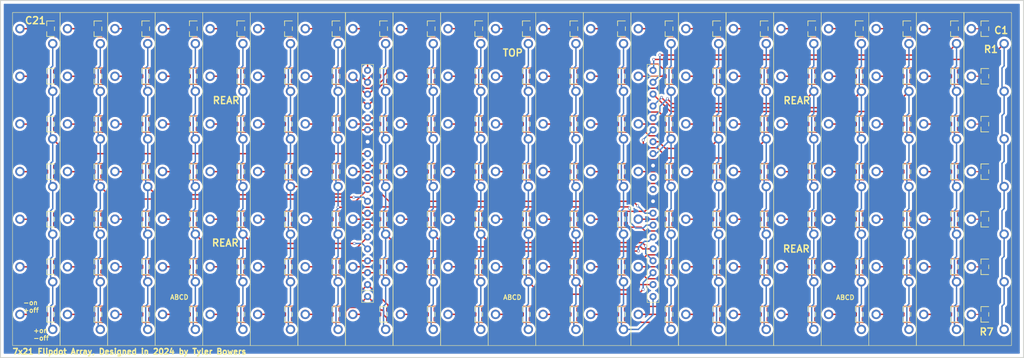
<source format=kicad_pcb>
(kicad_pcb (version 20240108) (generator "pcbnew") (generator_version "8.0")
  (layers (0 "F.Cu" signal) (31 "B.Cu" signal) (34 "B.Paste" user) (35 "F.Paste" user) (36 "B.SilkS" user "B.Silkscreen") (37 "F.SilkS" user "F.Silkscreen") (38 "B.Mask" user) (39 "F.Mask" user) (44 "Edge.Cuts" user))
  (net 0 "")
  (footprint "FDA:SOT-23_DIO" (layer "F.Cu") (at 167.1375 91.475 90)
    (property "Reference" "REF**" (hide yes))
    (property "Value" "SOT-23_DIO" (hide yes))
  )
  (footprint "FDA:SIP-20" (layer "F.Cu") (at 123.1225 83.84 90)
    (property "Reference" "REF**" (hide yes))
    (property "Value" "SIP-20" (hide yes))
  )
  (footprint "FDA:SOT-23_DIO" (layer "F.Cu") (at 207.7375 60.975 90)
    (property "Reference" "REF**" (hide yes))
    (property "Value" "SOT-23_DIO" (hide yes))
  )
  (footprint "FDA:SOT-23_DIO" (layer "F.Cu") (at 106.24 81.325 90)
    (property "Reference" "REF**" (hide yes))
    (property "Value" "SOT-23_DIO" (hide yes))
  )
  (footprint "FDA:SOT-23_DIO" (layer "F.Cu") (at 167.14 111.775 90)
    (property "Reference" "REF**" (hide yes))
    (property "Value" "SOT-23_DIO" (hide yes))
  )
  (footprint "FDA:SOT-23_DIO" (layer "F.Cu") (at 207.7375 91.475 90)
    (property "Reference" "REF**" (hide yes))
    (property "Value" "SOT-23_DIO" (hide yes))
  )
  (footprint "FDA:SOT-23_DIO" (layer "F.Cu") (at 55.4975 81.335 90)
    (property "Reference" "REF**" (hide yes))
    (property "Value" "SOT-23_DIO" (hide yes))
  )
  (footprint "FDA:SOT-23_DIO" (layer "F.Cu") (at 55.4975 91.485 90)
    (property "Reference" "REF**" (hide yes))
    (property "Value" "SOT-23_DIO" (hide yes))
  )
  (footprint "FDA:1x7 flipdots REAR" (layer "F.Cu") (at 72.7275 82.93)
    (property "Reference" "REF**" (hide yes))
    (property "Value" "1x7 array")
  )
  (footprint "FDA:SOT-23_DIO" (layer "F.Cu") (at 116.39 71.175 90)
    (property "Reference" "REF**" (hide yes))
    (property "Value" "SOT-23_DIO" (hide yes))
  )
  (footprint "FDA:SOT-23_DIO" (layer "F.Cu") (at 254.8125 101.635 90)
    (property "Reference" "REF**" (hide yes))
    (property "Value" "SOT-23_DIO" (hide yes))
  )
  (footprint "FDA:SOT-23_DIO" (layer "F.Cu") (at 238.1875 50.825 90)
    (property "Reference" "REF**" (hide yes))
    (property "Value" "SOT-23_DIO" (hide yes))
  )
  (footprint "FDA:SOT-23_DIO" (layer "F.Cu") (at 217.89 111.775 90)
    (property "Reference" "REF**" (hide yes))
    (property "Value" "SOT-23_DIO" (hide yes))
  )
  (footprint "FDA:SOT-23_DIO" (layer "F.Cu") (at 55.4975 60.985 90)
    (property "Reference" "REF**" (hide yes))
    (property "Value" "SOT-23_DIO" (hide yes))
  )
  (footprint "FDA:SOT-23_DIO" (layer "F.Cu") (at 136.69 91.475 90)
    (property "Reference" "REF**" (hide yes))
    (property "Value" "SOT-23_DIO" (hide yes))
  )
  (footprint "FDA:SOT-23_DIO" (layer "F.Cu") (at 75.7925 111.775 90)
    (property "Reference" "REF**" (hide yes))
    (property "Value" "SOT-23_DIO" (hide yes))
  )
  (footprint "FDA:SOT-23_DIO" (layer "F.Cu") (at 238.19 111.775 90)
    (property "Reference" "REF**" (hide yes))
    (property "Value" "SOT-23_DIO" (hide yes))
  )
  (footprint "FDA:SOT-23_DIO" (layer "F.Cu") (at 254.815 81.335 90)
    (property "Reference" "REF**" (hide yes))
    (property "Value" "SOT-23_DIO" (hide yes))
  )
  (footprint "FDA:SOT-23_DIO" (layer "F.Cu") (at 96.0875 101.625 90)
    (property "Reference" "REF**" (hide yes))
    (property "Value" "SOT-23_DIO" (hide yes))
  )
  (footprint "FDA:SOT-23_DIO" (layer "F.Cu") (at 146.84 81.325 90)
    (property "Reference" "REF**" (hide yes))
    (property "Value" "SOT-23_DIO" (hide yes))
  )
  (footprint "FDA:SOT-23_DIO" (layer "F.Cu") (at 55.495 101.635 90)
    (property "Reference" "REF**" (hide yes))
    (property "Value" "SOT-23_DIO" (hide yes))
  )
  (footprint "FDA:SOT-23_DIO" (layer "F.Cu") (at 85.94 81.325 90)
    (property "Reference" "REF**" (hide yes))
    (property "Value" "SOT-23_DIO" (hide yes))
  )
  (footprint "FDA:SOT-23_DIO" (layer "F.Cu") (at 197.585 101.625 90)
    (property "Reference" "REF**" (hide yes))
    (property "Value" "SOT-23_DIO" (hide yes))
  )
  (footprint "FDA:SOT-23_DIO" (layer "F.Cu") (at 207.7375 81.325 90)
    (property "Reference" "REF**" (hide yes))
    (property "Value" "SOT-23_DIO" (hide yes))
  )
  (footprint "FDA:1x7 flipdots REAR" (layer "F.Cu") (at 123.4775 82.93)
    (property "Reference" "REF**" (hide yes))
    (property "Value" "1x7 array")
  )
  (footprint "FDA:SOT-23_DIO" (layer "F.Cu") (at 96.09 60.975 90)
    (property "Reference" "REF**" (hide yes))
    (property "Value" "SOT-23_DIO" (hide yes))
  )
  (footprint "FDA:1x7 flipdots REAR" (layer "F.Cu") (at 52.45 82.93)
    (property "Reference" "REF**" (hide yes))
    (property "Value" "1x7 array")
  )
  (footprint "FDA:SOT-23_DIO" (layer "F.Cu") (at 75.7875 101.625 90)
    (property "Reference" "REF**" (hide yes))
    (property "Value" "SOT-23_DIO" (hide yes))
  )
  (footprint "FDA:SOT-23_DIO" (layer "F.Cu") (at 207.735 101.625 90)
    (property "Reference" "REF**" (hide yes))
    (property "Value" "SOT-23_DIO" (hide yes))
  )
  (footprint "FDA:1x7 flipdots REAR" (layer "F.Cu") (at 255.425 82.93)
    (property "Reference" "REF**" (hide yes))
    (property "Value" "1x7 array")
  )
  (footprint "FDA:SOT-23_DIO" (layer "F.Cu") (at 136.69 60.975 90)
    (property "Reference" "REF**" (hide yes))
    (property "Value" "SOT-23_DIO" (hide yes))
  )
  (footprint "FDA:SOT-23_DIO" (layer "F.Cu") (at 238.185 101.625 90)
    (property "Reference" "REF**" (hide yes))
    (property "Value" "SOT-23_DIO" (hide yes))
  )
  (footprint "FDA:SOT-23_DIO" (layer "F.Cu") (at 65.5975 81.335 90)
    (property "Reference" "REF**" (hide yes))
    (property "Value" "SOT-23_DIO" (hide yes))
  )
  (footprint "FDA:SOT-23_DIO" (layer "F.Cu") (at 254.8175 111.785 90)
    (property "Reference" "REF**" (hide yes))
    (property "Value" "SOT-23_DIO" (hide yes))
  )
  (footprint "FDA:SOT-23_DIO" (layer "F.Cu") (at 228.035 101.625 90)
    (property "Reference" "REF**" (hide yes))
    (property "Value" "SOT-23_DIO" (hide yes))
  )
  (footprint "FDA:1x7 flipdots REAR" (layer "F.Cu") (at 143.7775 82.93)
    (property "Reference" "REF**" (hide yes))
    (property "Value" "1x7 array")
  )
  (footprint "FDA:SOT-23_DIO" (layer "F.Cu") (at 248.34 111.775 90)
    (property "Reference" "REF**" (hide yes))
    (property "Value" "SOT-23_DIO" (hide yes))
  )
  (footprint "FDA:SOT-23_DIO" (layer "F.Cu") (at 167.1375 60.975 90)
    (property "Reference" "REF**" (hide yes))
    (property "Value" "SOT-23_DIO" (hide yes))
  )
  (footprint "FDA:SOT-23_DIO" (layer "F.Cu") (at 248.3375 81.325 90)
    (property "Reference" "REF**" (hide yes))
    (property "Value" "SOT-23_DIO" (hide yes))
  )
  (footprint "FDA:1x7 flipdots REAR" (layer "F.Cu") (at 164.075 82.93)
    (property "Reference" "REF**" (hide yes))
    (property "Value" "1x7 array")
  )
  (footprint "FDA:1x7 flipdots REAR" (layer "F.Cu") (at 133.6275 82.93)
    (property "Reference" "REF**" (hide yes))
    (property "Value" "1x7 array")
  )
  (footprint "FDA:1x7 flipdots REAR" (layer "F.Cu") (at 82.8775 82.93)
    (property "Reference" "REF**" (hide yes))
    (property "Value" "1x7 array")
  )
  (footprint "FDA:SOT-23_DIO" (layer "F.Cu") (at 116.39 91.475 90)
    (property "Reference" "REF**" (hide yes))
    (property "Value" "SOT-23_DIO" (hide yes))
  )
  (footprint "FDA:SOT-23_DIO" (layer "F.Cu") (at 177.2875 81.325 90)
    (property "Reference" "REF**" (hide yes))
    (property "Value" "SOT-23_DIO" (hide yes))
  )
  (footprint "FDA:SOT-23_DIO" (layer "F.Cu") (at 126.54 50.825 90)
    (property "Reference" "REF**" (hide yes))
    (property "Value" "SOT-23_DIO" (hide yes))
  )
  (footprint "FDA:1x7 flipdots REAR" (layer "F.Cu") (at 214.825 82.93)
    (property "Reference" "REF**" (hide yes))
    (property "Value" "1x7 array")
  )
  (footprint "FDA:1x7 flipdots REAR" (layer "F.Cu") (at 184.375 82.93)
    (property "Reference" "REF**" (hide yes))
    (property "Value" "1x7 array")
  )
  (footprint "FDA:SOT-23_DIO" (layer "F.Cu") (at 197.5875 81.325 90)
    (property "Reference" "REF**" (hide yes))
    (property "Value" "SOT-23_DIO" (hide yes))
  )
  (footprint "FDA:SOT-23_DIO" (layer "F.Cu") (at 116.3875 101.625 90)
    (property "Reference" "REF**" (hide yes))
    (property "Value" "SOT-23_DIO" (hide yes))
  )
  (footprint "FDA:SOT-23_DIO" (layer "F.Cu") (at 85.94 71.175 90)
    (property "Reference" "REF**" (hide yes))
    (property "Value" "SOT-23_DIO" (hide yes))
  )
  (footprint "FDA:1x7 flipdots REAR" (layer "F.Cu") (at 245.275 82.93)
    (property "Reference" "REF**" (hide yes))
    (property "Value" "1x7 array")
  )
  (footprint "FDA:SOT-23_DIO" (layer "F.Cu") (at 248.3375 91.475 90)
    (property "Reference" "REF**" (hide yes))
    (property "Value" "SOT-23_DIO" (hide yes))
  )
  (footprint "FDA:SOT-23_DIO" (layer "F.Cu") (at 248.3375 60.975 90)
    (property "Reference" "REF**" (hide yes))
    (property "Value" "SOT-23_DIO" (hide yes))
  )
  (footprint "FDA:1x7 flipdots REAR" (layer "F.Cu") (at 113.3275 82.93)
    (property "Reference" "REF**" (hide yes))
    (property "Value" "1x7 array")
  )
  (footprint "FDA:SOT-23_DIO" (layer "F.Cu") (at 228.0375 60.975 90)
    (property "Reference" "REF**" (hide yes))
    (property "Value" "SOT-23_DIO" (hide yes))
  )
  (footprint "FDA:SOT-23_DIO" (layer "F.Cu") (at 85.9425 111.775 90)
    (property "Reference" "REF**" (hide yes))
    (property "Value" "SOT-23_DIO" (hide yes))
  )
  (footprint "FDA:1x7 flipdots REAR" (layer "F.Cu") (at 62.6 82.93)
    (property "Reference" "REF**" (hide yes))
    (property "Value" "1x7 array")
  )
  (footprint "FDA:SOT-23_DIO" (layer "F.Cu") (at 187.4375 81.325 90)
    (property "Reference" "REF**" (hide yes))
    (property "Value" "SOT-23_DIO" (hide yes))
  )
  (footprint "FDA:SOT-23_DIO" (layer "F.Cu") (at 248.3375 71.175 90)
    (property "Reference" "REF**" (hide yes))
    (property "Value" "SOT-23_DIO" (hide yes))
  )
  (footprint "FDA:SOT-23_DIO" (layer "F.Cu") (at 146.84 71.175 90)
    (property "Reference" "REF**" (hide yes))
    (property "Value" "SOT-23_DIO" (hide yes))
  )
  (footprint "FDA:SOT-23_DIO" (layer "F.Cu") (at 106.2425 111.775 90)
    (property "Reference" "REF**" (hide yes))
    (property "Value" "SOT-23_DIO" (hide yes))
  )
  (footprint "FDA:SOT-23_DIO" (layer "F.Cu") (at 65.6 111.785 90)
    (property "Reference" "REF**" (hide yes))
    (property "Value" "SOT-23_DIO" (hide yes))
  )
  (footprint "FDA:SOT-23_DIO" (layer "F.Cu") (at 75.79 71.175 90)
    (property "Reference" "REF**" (hide yes))
    (property "Value" "SOT-23_DIO" (hide yes))
  )
  (footprint "FDA:SOT-23_DIO" (layer "F.Cu") (at 156.985 101.625 90)
    (property "Reference" "REF**" (hide yes))
    (property "Value" "SOT-23_DIO" (hide yes))
  )
  (footprint "FDA:SOT-23_DIO" (layer "F.Cu") (at 156.9875 50.825 90)
    (property "Reference" "REF**" (hide yes))
    (property "Value" "SOT-23_DIO" (hide yes))
  )
  (footprint "FDA:SOT-23_DIO" (layer "F.Cu") (at 197.5875 60.975 90)
    (property "Reference" "REF**" (hide yes))
    (property "Value" "SOT-23_DIO" (hide yes))
  )
  (footprint "FDA:SOT-23_DIO" (layer "F.Cu") (at 146.84 60.975 90)
    (property "Reference" "REF**" (hide yes))
    (property "Value" "SOT-23_DIO" (hide yes))
  )
  (footprint "FDA:SOT-23_DIO" (layer "F.Cu") (at 96.09 71.175 90)
    (property "Reference" "REF**" (hide yes))
    (property "Value" "SOT-23_DIO" (hide yes))
  )
  (footprint "FDA:SOT-23_DIO" (layer "F.Cu") (at 217.8875 60.975 90)
    (property "Reference" "REF**" (hide yes))
    (property "Value" "SOT-23_DIO" (hide yes))
  )
  (footprint "FDA:SOT-23_DIO" (layer "F.Cu") (at 126.54 60.975 90)
    (property "Reference" "REF**" (hide yes))
    (property "Value" "SOT-23_DIO" (hide yes))
  )
  (footprint "FDA:SOT-23_DIO" (layer "F.Cu") (at 177.2875 50.825 90)
    (property "Reference" "REF**" (hide yes))
    (property "Value" "SOT-23_DIO" (hide yes))
  )
  (footprint "FDA:1x7 flipdots REAR" (layer "F.Cu") (at 103.1775 82.93)
    (property "Reference" "REF**" (hide yes))
    (property "Value" "1x7 array")
  )
  (footprint "FDA:SOT-23_DIO" (layer "F.Cu") (at 217.8875 81.325 90)
    (property "Reference" "REF**" (hide yes))
    (property "Value" "SOT-23_DIO" (hide yes))
  )
  (footprint "FDA:SOT-23_DIO" (layer "F.Cu") (at 126.54 91.475 90)
    (property "Reference" "REF**" (hide yes))
    (property "Value" "SOT-23_DIO" (hide yes))
  )
  (footprint "FDA:SOT-23_DIO" (layer "F.Cu") (at 238.1875 81.325 90)
    (property "Reference" "REF**" (hide yes))
    (property "Value" "SOT-23_DIO" (hide yes))
  )
  (footprint "FDA:SOT-23_DIO" (layer "F.Cu") (at 228.0375 81.325 90)
    (property "Reference" "REF**" (hide yes))
    (property "Value" "SOT-23_DIO" (hide yes))
  )
  (footprint "FDA:SOT-23_DIO" (layer "F.Cu") (at 65.5975 60.985 90)
    (property "Reference" "REF**" (hide yes))
    (property "Value" "SOT-23_DIO" (hide yes))
  )
  (footprint "FDA:SOT-23_DIO" (layer "F.Cu") (at 55.4975 50.835 90)
    (property "Reference" "REF**" (hide yes))
    (property "Value" "SOT-23_DIO" (hide yes))
  )
  (footprint "FDA:1x7 flipdots REAR" (layer "F.Cu") (at 235.125 82.93)
    (property "Reference" "REF**" (hide yes))
    (property "Value" "1x7 array")
  )
  (footprint "FDA:SOT-23_DIO" (layer "F.Cu") (at 65.595 101.635 90)
    (property "Reference" "REF**" (hide yes))
    (property "Value" "SOT-23_DIO" (hide yes))
  )
  (footprint "FDA:1x7 flipdots REAR" (layer "F.Cu") (at 93.0275 82.93)
    (property "Reference" "REF**" (hide yes))
    (property "Value" "1x7 array")
  )
  (footprint "FDA:SOT-23_DIO" (layer "F.Cu") (at 187.44 111.775 90)
    (property "Reference" "REF**" (hide yes))
    (property "Value" "SOT-23_DIO" (hide yes))
  )
  (footprint "FDA:SOT-23_DIO" (layer "F.Cu") (at 116.39 60.975 90)
    (property "Reference" "REF**" (hide yes))
    (property "Value" "SOT-23_DIO" (hide yes))
  )
  (footprint "FDA:SOT-23_DIO" (layer "F.Cu") (at 65.5975 71.185 90)
    (property "Reference" "REF**" (hide yes))
    (property "Value" "SOT-23_DIO" (hide yes))
  )
  (footprint "FDA:1x7 flipdots REAR" (layer "F.Cu") (at 174.225 82.93)
    (property "Reference" "REF**" (hide yes))
    (property "Value" "1x7 array")
  )
  (footprint "FDA:SOT-23_DIO" (layer "F.Cu") (at 207.74 111.775 90)
    (property "Reference" "REF**" (hide yes))
    (property "Value" "SOT-23_DIO" (hide yes))
  )
  (footprint "FDA:SOT-23_DIO" (layer "F.Cu") (at 187.4375 50.825 90)
    (property "Reference" "REF**" (hide yes))
    (property "Value" "SOT-23_DIO" (hide yes))
  )
  (footprint "FDA:SOT-23_DIO" (layer "F.Cu") (at 85.94 50.825 90)
    (property "Reference" "REF**" (hide yes))
    (property "Value" "SOT-23_DIO" (hide yes))
  )
  (footprint "FDA:SOT-23_DIO" (layer "F.Cu") (at 75.79 91.475 90)
    (property "Reference" "REF**" (hide yes))
    (property "Value" "SOT-23_DIO" (hide yes))
  )
  (footprint "FDA:SOT-23_DIO" (layer "F.Cu") (at 85.9375 101.625 90)
    (property "Reference" "REF**" (hide yes))
    (property "Value" "SOT-23_DIO" (hide yes))
  )
  (footprint "FDA:SOT-23_DIO" (layer "F.Cu") (at 75.79 50.825 90)
    (property "Reference" "REF**" (hide yes))
    (property "Value" "SOT-23_DIO" (hide yes))
  )
  (footprint "FDA:SOT-23_DIO" (layer "F.Cu") (at 156.99 111.775 90)
    (property "Reference" "REF**" (hide yes))
    (property "Value" "SOT-23_DIO" (hide yes))
  )
  (footprint "FDA:SOT-23_DIO" (layer "F.Cu") (at 167.135 101.625 90)
    (property "Reference" "REF**" (hide yes))
    (property "Value" "SOT-23_DIO" (hide yes))
  )
  (footprint "FDA:SOT-23_DIO" (layer "F.Cu") (at 156.9875 81.325 90)
    (property "Reference" "REF**" (hide yes))
    (property "Value" "SOT-23_DIO" (hide yes))
  )
  (footprint "FDA:1x7 flipdots REAR" (layer "F.Cu") (at 194.525 82.93)
    (property "Reference" "REF**" (hide yes))
    (property "Value" "1x7 array")
  )
  (footprint "FDA:SOT-23_DIO" (layer "F.Cu") (at 126.5375 101.625 90)
    (property "Reference" "REF**" (hide yes))
    (property "Value" "SOT-23_DIO" (hide yes))
  )
  (footprint "FDA:SOT-23_DIO" (layer "F.Cu") (at 197.5875 71.175 90)
    (property "Reference" "REF**" (hide yes))
    (property "Value" "SOT-23_DIO" (hide yes))
  )
  (footprint "FDA:SOT-23_DIO" (layer "F.Cu") (at 156.9875 71.175 90)
    (property "Reference" "REF**" (hide yes))
    (property "Value" "SOT-23_DIO" (hide yes))
  )
  (footprint "FDA:SOT-23_DIO" (layer "F.Cu") (at 136.6875 101.625 90)
    (property "Reference" "REF**" (hide yes))
    (property "Value" "SOT-23_DIO" (hide yes))
  )
  (footprint "FDA:SOT-23_DIO" (layer "F.Cu") (at 106.24 91.475 90)
    (property "Reference" "REF**" (hide yes))
    (property "Value" "SOT-23_DIO" (hide yes))
  )
  (footprint "FDA:SOT-23_DIO" (layer "F.Cu") (at 85.94 60.975 90)
    (property "Reference" "REF**" (hide yes))
    (property "Value" "SOT-23_DIO" (hide yes))
  )
  (footprint "FDA:SOT-23_DIO" (layer "F.Cu") (at 197.5875 91.475 90)
    (property "Reference" "REF**" (hide yes))
    (property "Value" "SOT-23_DIO" (hide yes))
  )
  (footprint "FDA:SOT-23_DIO" (layer "F.Cu") (at 126.54 71.175 90)
    (property "Reference" "REF**" (hide yes))
    (property "Value" "SOT-23_DIO" (hide yes))
  )
  (footprint "FDA:SOT-23_DIO" (layer "F.Cu") (at 254.815 71.185 90)
    (property "Reference" "REF**" (hide yes))
    (property "Value" "SOT-23_DIO" (hide yes))
  )
  (footprint "FDA:SOT-23_DIO" (layer "F.Cu") (at 207.7375 50.825 90)
    (property "Reference" "REF**" (hide yes))
    (property "Value" "SOT-23_DIO" (hide yes))
  )
  (footprint "FDA:SOT-23_DIO" (layer "F.Cu") (at 248.3375 50.825 90)
    (property "Reference" "REF**" (hide yes))
    (property "Value" "SOT-23_DIO" (hide yes))
  )
  (footprint "FDA:SOT-23_DIO" (layer "F.Cu") (at 126.54 81.325 90)
    (property "Reference" "REF**" (hide yes))
    (property "Value" "SOT-23_DIO" (hide yes))
  )
  (footprint "FDA:SOT-23_DIO" (layer "F.Cu") (at 177.29 111.775 90)
    (property "Reference" "REF**" (hide yes))
    (property "Value" "SOT-23_DIO" (hide yes))
  )
  (footprint "FDA:SOT-23_DIO" (layer "F.Cu") (at 106.24 60.975 90)
    (property "Reference" "REF**" (hide yes))
    (property "Value" "SOT-23_DIO" (hide yes))
  )
  (footprint "FDA:SOT-23_DIO" (layer "F.Cu") (at 228.0375 50.825 90)
    (property "Reference" "REF**" (hide yes))
    (property "Value" "SOT-23_DIO" (hide yes))
  )
  (footprint "FDA:1x7 flipdots REAR" (layer "F.Cu") (at 153.925 82.93)
    (property "Reference" "REF**" (hide yes))
    (property "Value" "1x7 array")
  )
  (footprint "FDA:SIP-20" (layer "F.Cu") (at 184.0225 83.84 -90)
    (property "Reference" "REF**" (hide yes))
    (property "Value" "SIP-20" (hide yes))
  )
  (footprint "FDA:SOT-23_DIO" (layer "F.Cu") (at 136.69 71.175 90)
    (property "Reference" "REF**" (hide yes))
    (property "Value" "SOT-23_DIO" (hide yes))
  )
  (footprint "FDA:SOT-23_DIO" (layer "F.Cu") (at 217.8875 50.825 90)
    (property "Reference" "REF**" (hide yes))
    (property "Value" "SOT-23_DIO" (hide yes))
  )
  (footprint "FDA:SOT-23_DIO" (layer "F.Cu") (at 177.2875 71.175 90)
    (property "Reference" "REF**" (hide yes))
    (property "Value" "SOT-23_DIO" (hide yes))
  )
  (footprint "FDA:SOT-23_DIO" (layer "F.Cu") (at 254.815 60.985 90)
    (property "Reference" "REF**" (hide yes))
    (property "Value" "SOT-23_DIO" (hide yes))
  )
  (footprint "FDA:SOT-23_DIO" (layer "F.Cu") (at 254.815 91.485 90)
    (property "Reference" "REF**" (hide yes))
    (property "Value" "SOT-23_DIO" (hide yes))
  )
  (footprint "FDA:SOT-23_DIO" (layer "F.Cu") (at 228.0375 91.475 90)
    (property "Reference" "REF**" (hide yes))
    (property "Value" "SOT-23_DIO" (hide yes))
  )
  (footprint "FDA:SOT-23_DIO" (layer "F.Cu") (at 254.815 50.835 90)
    (property "Reference" "REF**" (hide yes))
    (property "Value" "SOT-23_DIO" (hide yes))
  )
  (footprint "FDA:SOT-23_DIO" (layer "F.Cu") (at 217.8875 91.475 90)
    (property "Reference" "REF**" (hide yes))
    (property "Value" "SOT-23_DIO" (hide yes))
  )
  (footprint "FDA:SOT-23_DIO" (layer "F.Cu") (at 146.8375 101.625 90)
    (property "Reference" "REF**" (hide yes))
    (property "Value" "SOT-23_DIO" (hide yes))
  )
  (footprint "FDA:SOT-23_DIO" (layer "F.Cu") (at 136.69 81.325 90)
    (property "Reference" "REF**" (hide yes))
    (property "Value" "SOT-23_DIO" (hide yes))
  )
  (footprint "FDA:SOT-23_DIO" (layer "F.Cu") (at 217.885 101.625 90)
    (property "Reference" "REF**" (hide yes))
    (property "Value" "SOT-23_DIO" (hide yes))
  )
  (footprint "FDA:SOT-23_DIO" (layer "F.Cu") (at 65.5975 50.835 90)
    (property "Reference" "REF**" (hide yes))
    (property "Value" "SOT-23_DIO" (hide yes))
  )
  (footprint "FDA:SOT-23_DIO" (layer "F.Cu") (at 126.5425 111.775 90)
    (property "Reference" "REF**" (hide yes))
    (property "Value" "SOT-23_DIO" (hide yes))
  )
  (footprint "FDA:SOT-23_DIO" (layer "F.Cu") (at 116.39 50.825 90)
    (property "Reference" "REF**" (hide yes))
    (property "Value" "SOT-23_DIO" (hide yes))
  )
  (footprint "FDA:SOT-23_DIO" (layer "F.Cu") (at 106.24 71.175 90)
    (property "Reference" "REF**" (hide yes))
    (property "Value" "SOT-23_DIO" (hide yes))
  )
  (footprint "FDA:SOT-23_DIO" (layer "F.Cu") (at 136.69 50.825 90)
    (property "Reference" "REF**" (hide yes))
    (property "Value" "SOT-23_DIO" (hide yes))
  )
  (footprint "FDA:SOT-23_DIO" (layer "F.Cu") (at 248.335 101.625 90)
    (property "Reference" "REF**" (hide yes))
    (property "Value" "SOT-23_DIO" (hide yes))
  )
  (footprint "FDA:SOT-23_DIO" (layer "F.Cu") (at 116.3925 111.775 90)
    (property "Reference" "REF**" (hide yes))
    (property "Value" "SOT-23_DIO" (hide yes))
  )
  (footprint "FDA:SOT-23_DIO" (layer "F.Cu") (at 217.8875 71.175 90)
    (property "Reference" "REF**" (hide yes))
    (property "Value" "SOT-23_DIO" (hide yes))
  )
  (footprint "FDA:SOT-23_DIO" (layer "F.Cu") (at 156.9875 60.975 90)
    (property "Reference" "REF**" (hide yes))
    (property "Value" "SOT-23_DIO" (hide yes))
  )
  (footprint "FDA:SOT-23_DIO" (layer "F.Cu") (at 187.4375 60.975 90)
    (property "Reference" "REF**" (hide yes))
    (property "Value" "SOT-23_DIO" (hide yes))
  )
  (footprint "FDA:SOT-23_DIO" (layer "F.Cu") (at 197.59 111.775 90)
    (property "Reference" "REF**" (hide yes))
    (property "Value" "SOT-23_DIO" (hide yes))
  )
  (footprint "FDA:SOT-23_DIO" (layer "F.Cu") (at 238.1875 71.175 90)
    (property "Reference" "REF**" (hide yes))
    (property "Value" "SOT-23_DIO" (hide yes))
  )
  (footprint "FDA:SOT-23_DIO" (layer "F.Cu") (at 65.5975 91.485 90)
    (property "Reference" "REF**" (hide yes))
    (property "Value" "SOT-23_DIO" (hide yes))
  )
  (footprint "FDA:SOT-23_DIO" (layer "F.Cu") (at 85.94 91.475 90)
    (property "Reference" "REF**" (hide yes))
    (property "Value" "SOT-23_DIO" (hide yes))
  )
  (footprint "FDA:SOT-23_DIO" (layer "F.Cu") (at 228.0375 71.175 90)
    (property "Reference" "REF**" (hide yes))
    (property "Value" "SOT-23_DIO" (hide yes))
  )
  (footprint "FDA:1x7 flipdots REAR" (layer "F.Cu") (at 204.675 82.93)
    (property "Reference" "REF**" (hide yes))
    (property "Value" "1x7 array")
  )
  (footprint "FDA:SOT-23_DIO" (layer "F.Cu") (at 177.285 101.625 90)
    (property "Reference" "REF**" (hide yes))
    (property "Value" "SOT-23_DIO" (hide yes))
  )
  (footprint "FDA:SOT-23_DIO" (layer "F.Cu") (at 55.5 111.785 90)
    (property "Reference" "REF**" (hide yes))
    (property "Value" "SOT-23_DIO" (hide yes))
  )
  (footprint "FDA:SOT-23_DIO" (layer "F.Cu") (at 116.39 81.325 90)
    (property "Reference" "REF**" (hide yes))
    (property "Value" "SOT-23_DIO" (hide yes))
  )
  (footprint "FDA:1x7 flipdots REAR" (layer "F.Cu") (at 224.975 82.93)
    (property "Reference" "REF**" (hide yes))
    (property "Value" "1x7 array")
  )
  (footprint "FDA:SOT-23_DIO" (layer "F.Cu") (at 187.4375 71.175 90)
    (property "Reference" "REF**" (hide yes))
    (property "Value" "SOT-23_DIO" (hide yes))
  )
  (footprint "FDA:SOT-23_DIO" (layer "F.Cu") (at 228.04 111.775 90)
    (property "Reference" "REF**" (hide yes))
    (property "Value" "SOT-23_DIO" (hide yes))
  )
  (footprint "FDA:SOT-23_DIO" (layer "F.Cu") (at 96.09 81.325 90)
    (property "Reference" "REF**" (hide yes))
    (property "Value" "SOT-23_DIO" (hide yes))
  )
  (footprint "FDA:SOT-23_DIO" (layer "F.Cu") (at 187.435 101.625 90)
    (property "Reference" "REF**" (hide yes))
    (property "Value" "SOT-23_DIO" (hide yes))
  )
  (footprint "FDA:SOT-23_DIO" (layer "F.Cu") (at 187.4375 91.475 90)
    (property "Reference" "REF**" (hide yes))
    (property "Value" "SOT-23_DIO" (hide yes))
  )
  (footprint "FDA:SOT-23_DIO" (layer "F.Cu") (at 207.7375 71.175 90)
    (property "Reference" "REF**" (hide yes))
    (property "Value" "SOT-23_DIO" (hide yes))
  )
  (footprint "FDA:SOT-23_DIO" (layer "F.Cu") (at 96.09 50.825 90)
    (property "Reference" "REF**" (hide yes))
    (property "Value" "SOT-23_DIO" (hide yes))
  )
  (footprint "FDA:SOT-23_DIO" (layer "F.Cu") (at 167.1375 71.175 90)
    (property "Reference" "REF**" (hide yes))
    (property "Value" "SOT-23_DIO" (hide yes))
  )
  (footprint "FDA:SOT-23_DIO" (layer "F.Cu") (at 96.09 91.475 90)
    (property "Reference" "REF**" (hide yes))
    (property "Value" "SOT-23_DIO" (hide yes))
  )
  (footprint "FDA:SOT-23_DIO" (layer "F.Cu") (at 146.8425 111.775 90)
    (property "Reference" "REF**" (hide yes))
    (property "Value" "SOT-23_DIO" (hide yes))
  )
  (footprint "FDA:SOT-23_DIO" (layer "F.Cu") (at 106.2375 101.625 90)
    (property "Reference" "REF**" (hide yes))
    (property "Value" "SOT-23_DIO" (hide yes))
  )
  (footprint "FDA:SOT-23_DIO" (layer "F.Cu") (at 55.4975 71.185 90)
    (property "Reference" "REF**" (hide yes))
    (property "Value" "SOT-23_DIO" (hide yes))
  )
  (footprint "FDA:SOT-23_DIO" (layer "F.Cu") (at 167.1375 50.825 90)
    (property "Reference" "REF**" (hide yes))
    (property "Value" "SOT-23_DIO" (hide yes))
  )
  (footprint "FDA:SOT-23_DIO" (layer "F.Cu") (at 167.1375 81.325 90)
    (property "Reference" "REF**" (hide yes))
    (property "Value" "SOT-23_DIO" (hide yes))
  )
  (footprint "FDA:SOT-23_DIO" (layer "F.Cu") (at 136.6925 111.775 90)
    (property "Reference" "REF**" (hide yes))
    (property "Value" "SOT-23_DIO" (hide yes))
  )
  (footprint "FDA:SOT-23_DIO" (layer "F.Cu") (at 106.24 50.825 90)
    (property "Reference" "REF**" (hide yes))
    (property "Value" "SOT-23_DIO" (hide yes))
  )
  (footprint "FDA:SOT-23_DIO" (layer "F.Cu") (at 177.2875 60.975 90)
    (property "Reference" "REF**" (hide yes))
    (property "Value" "SOT-23_DIO" (hide yes))
  )
  (footprint "FDA:SOT-23_DIO" (layer "F.Cu") (at 75.79 60.975 90)
    (property "Reference" "REF**" (hide yes))
    (property "Value" "SOT-23_DIO" (hide yes))
  )
  (footprint "FDA:SOT-23_DIO" (layer "F.Cu") (at 146.84 50.825 90)
    (property "Reference" "REF**" (hide yes))
    (property "Value" "SOT-23_DIO" (hide yes))
  )
  (footprint "FDA:SOT-23_DIO" (layer "F.Cu") (at 238.1875 60.975 90)
    (property "Reference" "REF**" (hide yes))
    (property "Value" "SOT-23_DIO" (hide yes))
  )
  (footprint "FDA:SOT-23_DIO" (layer "F.Cu") (at 238.1875 91.475 90)
    (property "Reference" "REF**" (hide yes))
    (property "Value" "SOT-23_DIO" (hide yes))
  )
  (footprint "FDA:SOT-23_DIO" (layer "F.Cu") (at 146.84 91.475 90)
    (property "Reference" "REF**" (hide yes))
    (property "Value" "SOT-23_DIO" (hide yes))
  )
  (footprint "FDA:SOT-23_DIO" (layer "F.Cu") (at 197.5875 50.825 90)
    (property "Reference" "REF**" (hide yes))
    (property "Value" "SOT-23_DIO" (hide yes))
  )
  (footprint "FDA:SOT-23_DIO" (layer "F.Cu") (at 75.79 81.325 90)
    (property "Reference" "REF**" (hide yes))
    (property "Value" "SOT-23_DIO" (hide yes))
  )
  (footprint "FDA:SOT-23_DIO" (layer "F.Cu") (at 96.0925 111.775 90)
    (property "Reference" "REF**" (hide yes))
    (property "Value" "SOT-23_DIO" (hide yes))
  )
  (footprint "FDA:SOT-23_DIO" (layer "F.Cu") (at 156.9875 91.475 90)
    (property "Reference" "REF**" (hide yes))
    (property "Value" "SOT-23_DIO" (hide yes))
  )
  (footprint "FDA:SOT-23_DIO" (layer "F.Cu") (at 177.2875 91.475 90)
    (property "Reference" "REF**" (hide yes))
    (property "Value" "SOT-23_DIO" (hide yes))
  )
  (gr_rect (start 121.735 73.71) (end 124.605 76.18) (stroke (width 0.2)) (fill solid) (layer "B.Cu"))
  (gr_rect (start 182.62 86.48) (end 185.49 88.86) (stroke (width 0.2)) (fill solid) (layer "B.Cu"))
  (gr_rect (start 182.61 78.82) (end 185.48 81.2) (stroke (width 0.2)) (fill solid) (layer "B.Cu"))
  (gr_rect (start 44.8 44.81) (end 263.075 121) (stroke (width 0.2)) (fill none) (layer "Edge.Cuts"))
  (gr_text "ABCD" (at 151.9475 108.735 0) (layer "F.SilkS") (effects (font (size 1 1) (thickness 0.2) (bold yes)) (justify left bottom)))
  (gr_text "+on\n-off" (at 51.7 117.435 0) (layer "F.SilkS") (effects (font (size 1 1) (thickness 0.2) (bold yes)) (justify left bottom)))
  (gr_text "C1" (at 256.6475 52.06 0) (layer "F.SilkS") (effects (font (size 1.5 1.5) (thickness 0.3) (bold yes)) (justify left bottom)))
  (gr_text "R1" (at 254.4475 56.11 0) (layer "F.SilkS") (effects (font (size 1.5 1.5) (thickness 0.3) (bold yes)) (justify left bottom)))
  (gr_text "REAR" (at 211.5725 98.685 0) (layer "F.SilkS") (effects (font (size 1.5 1.5) (thickness 0.3) (bold yes)) (justify left bottom)))
  (gr_text "C21" (at 49.8725 49.96 0) (layer "F.SilkS") (effects (font (size 1.5 1.5) (thickness 0.3) (bold yes)) (justify left bottom)))
  (gr_text "REAR" (at 89.9225 67.01 0) (layer "F.SilkS") (effects (font (size 1.5 1.5) (thickness 0.3) (bold yes)) (justify left bottom)))
  (gr_text "7x21 Flipdot Array, Designed in 2024 by Tyler Bowers" (at 47.225 120.42 0) (layer "F.SilkS") (effects (font (size 1.2 1.2) (thickness 0.3) (bold yes)) (justify left bottom)))
  (gr_text "ABCD" (at 80.8975 108.71 0) (layer "F.SilkS") (effects (font (size 1 1) (thickness 0.2) (bold yes)) (justify left bottom)))
  (gr_text "ABCD" (at 222.9725 108.76 0) (layer "F.SilkS") (effects (font (size 1 1) (thickness 0.2) (bold yes)) (justify left bottom)))
  (gr_text "REAR" (at 211.6725 67.035 0) (layer "F.SilkS") (effects (font (size 1.5 1.5) (thickness 0.3) (bold yes)) (justify left bottom)))
  (gr_text "REAR" (at 89.7475 97.41 0) (layer "F.SilkS") (effects (font (size 1.5 1.5) (thickness 0.3) (bold yes)) (justify left bottom)))
  (gr_text "-on\n+off" (at 49.55 111.485 0) (layer "F.SilkS") (effects (font (size 1 1) (thickness 0.2) (bold yes)) (justify left bottom)))
  (gr_text "TOP" (at 151.7975 56.86 0) (layer "F.SilkS") (effects (font (size 1.5 1.5) (thickness 0.3) (bold yes)) (justify left bottom)))
  (gr_text "R7" (at 253.5225 116.385 0) (layer "F.SilkS") (effects (font (size 1.5 1.5) (thickness 0.3) (bold yes)) (justify left bottom)))
  (segment (start 69.24 81.325) (end 74.845 81.325) (width 0.3) (layer "F.Cu") (net 0))
  (segment (start 186.67 76.38) (end 185.24 74.95) (width 0.3) (layer "F.Cu") (net 0))
  (segment (start 147.775 52.535) (end 147.775 51.859998) (width 0.3) (layer "F.Cu") (net 0))
  (segment (start 178.225 113.485) (end 188.375 113.485) (width 0.3) (layer "F.Cu") (net 0))
  (segment (start 178.229999 100.600001) (end 178.229999 99.944999) (width 0.3) (layer "F.Cu") (net 0))
  (segment (start 249.2725 72.209998) (end 249.282499 72.199999) (width 0.3) (layer "F.Cu") (net 0))
  (segment (start 86.875 52.535) (end 86.875 51.859998) (width 0.3) (layer "F.Cu") (net 0))
  (segment (start 56.442499 72.879999) (end 56.4475 72.885) (width 0.3) (layer "F.Cu") (net 0))
  (segment (start 228.925 113.485) (end 239.125 113.485) (width 0.3) (layer "F.Cu") (net 0))
  (segment (start 79.39 71.175) (end 84.995 71.175) (width 0.3) (layer "F.Cu") (net 0))
  (segment (start 208.6225 89.785) (end 218.8225 89.785) (width 0.3) (layer "F.Cu") (net 0))
  (segment (start 107.125 89.785) (end 117.325 89.785) (width 0.3) (layer "F.Cu") (net 0))
  (segment (start 76.734999 72.199999) (end 76.734999 72.875001) (width 0.3) (layer "F.Cu") (net 0))
  (segment (start 127.475 89.785) (end 124.7225 89.785) (width 0.3) (layer "F.Cu") (net 0))
  (segment (start 228.9225 69.485) (end 239.1225 69.485) (width 0.3) (layer "F.Cu") (net 0))
  (segment (start 137.634999 69.494999) (end 137.625 69.485) (width 0.3) (layer "F.Cu") (net 0))
  (segment (start 168.0725 72.209998) (end 168.082499 72.199999) (width 0.3) (layer "F.Cu") (net 0))
  (segment (start 56.444999 110.760001) (end 56.444999 110.090001) (width 0.3) (layer "F.Cu") (net 0))
  (segment (start 150.44 111.775) (end 156.045 111.775) (width 0.3) (layer "F.Cu") (net 0))
  (segment (start 107.175 51.859998) (end 107.184999 51.849999) (width 0.3) (layer "F.Cu") (net 0))
  (segment (start 76.7275 110.085) (end 86.8775 110.085) (width 0.3) (layer "F.Cu") (net 0))
  (segment (start 157.932499 80.300001) (end 157.932499 79.644999) (width 0.3) (layer "F.Cu") (net 0))
  (segment (start 178.229999 103.325001) (end 178.22 103.335) (width 0.3) (layer "F.Cu") (net 0))
  (segment (start 181.94 74.6) (end 181.94 75.28) (width 0.3) (layer "F.Cu") (net 0))
  (segment (start 170.7375 50.825) (end 176.3425 50.825) (width 0.3) (layer "F.Cu") (net 0))
  (segment (start 239.132499 59.294999) (end 239.1225 59.285) (width 0.3) (layer "F.Cu") (net 0))
  (segment (start 188.3225 52.535) (end 198.5225 52.535) (width 0.3) (layer "F.Cu") (net 0))
  (segment (start 120.5725 87.66) (end 123.1225 85.11) (width 0.3) (layer "F.Cu") (net 0))
  (segment (start 208.6225 83.035) (end 218.8225 83.035) (width 0.3) (layer "F.Cu") (net 0))
  (segment (start 178.232499 72.199999) (end 178.232499 72.875001) (width 0.3) (layer "F.Cu") (net 0))
  (segment (start 198.532499 59.950001) (end 198.532499 59.294999) (width 0.3) (layer "F.Cu") (net 0))
  (segment (start 168.0225 83.035) (end 178.2225 83.035) (width 0.3) (layer "F.Cu") (net 0))
  (segment (start 180.6225 83.035) (end 181.4475 83.86) (width 0.3) (layer "F.Cu") (net 0))
  (segment (start 168.025 110.085) (end 178.225 110.085) (width 0.3) (layer "F.Cu") (net 0))
  (segment (start 157.932499 82.349999) (end 157.932499 83.025001) (width 0.3) (layer "F.Cu") (net 0))
  (segment (start 127.425 89.785) (end 137.625 89.785) (width 0.3) (layer "F.Cu") (net 0))
  (segment (start 117.332499 100.600001) (end 117.332499 99.944999) (width 0.3) (layer "F.Cu") (net 0))
  (segment (start 249.260002 72.885) (end 255.0725 72.885) (width 0.3) (layer "F.Cu") (net 0))
  (segment (start 137.634999 59.294999) (end 137.625 59.285) (width 0.3) (layer "F.Cu") (net 0))
  (segment (start 239.132499 90.450001) (end 239.132499 89.794999) (width 0.3) (layer "F.Cu") (net 0))
  (segment (start 123.6725 63.56) (end 125.595 61.6375) (width 0.3) (layer "F.Cu") (net 0))
  (segment (start 178.234999 110.750001) (end 178.234999 110.094999) (width 0.3) (layer "F.Cu") (net 0))
  (segment (start 127.475 93.185) (end 124.8725 93.185) (width 0.3) (layer "F.Cu") (net 0))
  (segment (start 79.39 91.475) (end 84.995 91.475) (width 0.3) (layer "F.Cu") (net 0))
  (segment (start 185.83 65.51) (end 188 67.68) (width 0.3) (layer "F.Cu") (net 0))
  (segment (start 130.14 71.175) (end 135.745 71.175) (width 0.3) (layer "F.Cu") (net 0))
  (segment (start 198.532499 59.294999) (end 198.5225 59.285) (width 0.3) (layer "F.Cu") (net 0))
  (segment (start 255.0725 93.185) (end 255.747501 92.509999) (width 0.3) (layer "F.Cu") (net 0))
  (segment (start 178.232499 80.300001) (end 178.232499 79.644999) (width 0.3) (layer "F.Cu") (net 0))
  (segment (start 121.7225 89.785) (end 122.1275 90.19) (width 0.3) (layer "F.Cu") (net 0))
  (segment (start 137.625 69.485) (end 124.8725 69.485) (width 0.3) (layer "F.Cu") (net 0))
  (segment (start 231.6375 71.175) (end 237.2425 71.175) (width 0.3) (layer "F.Cu") (net 0))
  (segment (start 221.4875 91.475) (end 227.0925 91.475) (width 0.3) (layer "F.Cu") (net 0))
  (segment (start 86.825 69.485) (end 97.025 69.485) (width 0.3) (layer "F.Cu") (net 0))
  (segment (start 249.2725 92.509998) (end 249.282499 92.499999) (width 0.3) (layer "F.Cu") (net 0))
  (segment (start 255.0475 110.085) (end 255.722501 110.760001) (width 0.3) (layer "F.Cu") (net 0))
  (segment (start 69.2425 111.775) (end 74.8475 111.775) (width 0.3) (layer "F.Cu") (net 0))
  (segment (start 208.67 102.659998) (end 208.679999 102.649999) (width 0.3) (layer "F.Cu") (net 0))
  (segment (start 114.5 86.26) (end 77.9825 86.26) (width 0.3) (layer "F.Cu") (net 0))
  (segment (start 178.232499 72.875001) (end 182.412501 72.875001) (width 0.3) (layer "F.Cu") (net 0))
  (segment (start 86.8725 99.935) (end 86.8725 100.590002) (width 0.3) (layer "F.Cu") (net 0))
  (segment (start 208.6725 89.785) (end 208.6725 90.440002) (width 0.3) (layer "F.Cu") (net 0))
  (segment (start 76.734999 82.349999) (end 76.734999 83.025001) (width 0.3) (layer "F.Cu") (net 0))
  (segment (start 239.125 113.485) (end 249.275 113.485) (width 0.3) (layer "F.Cu") (net 0))
  (segment (start 140.29 60.975) (end 145.895 60.975) (width 0.3) (layer "F.Cu") (net 0))
  (segment (start 117.334999 89.794999) (end 117.325 89.785) (width 0.3) (layer "F.Cu") (net 0))
  (segment (start 114.135 84.505) (end 106.6775 84.505) (width 0.3) (layer "F.Cu") (net 0))
  (segment (start 249.2725 59.285) (end 249.2725 59.940002) (width 0.3) (layer "F.Cu") (net 0))
  (segment (start 66.4975 59.915002) (end 66.542499 59.960001) (width 0.3) (layer "F.Cu") (net 0))
  (segment (start 127.484999 61.999999) (end 127.475 62.009998) (width 0.3) (layer "F.Cu") (net 0))
  (segment (start 228.9725 62.685) (end 228.9725 62.009998) (width 0.3) (layer "F.Cu") (net 0))
  (segment (start 86.825 79.635) (end 97.025 79.635) (width 0.3) (layer "F.Cu") (net 0))
  (segment (start 181.4475 83.86) (end 186.0225 83.86) (width 0.3) (layer "F.Cu") (net 0))
  (segment (start 178.232499 61.999999) (end 178.232499 62.675001) (width 0.3) (layer "F.Cu") (net 0))
  (segment (start 218.829999 99.944999) (end 218.82 99.935) (width 0.3) (layer "F.Cu") (net 0))
  (segment (start 157.932499 70.150001) (end 157.932499 69.494999) (width 0.3) (layer "F.Cu") (net 0))
  (segment (start 147.7225 83.035) (end 157.9225 83.035) (width 0.3) (layer "F.Cu") (net 0))
  (segment (start 150.435 101.625) (end 156.04 101.625) (width 0.3) (layer "F.Cu") (net 0))
  (segment (start 117.332499 99.944999) (end 121.357499 99.944999) (width 0.3) (layer "F.Cu") (net 0))
  (segment (start 139.8425 97.38) (end 181.38 97.38) (width 0.3) (layer "F.Cu") (net 0))
  (segment (start 66.4975 80.265002) (end 66.542499 80.310001) (width 0.3) (layer "F.Cu") (net 0))
  (segment (start 178.71 88.85) (end 124.8 88.85) (width 0.3) (layer "F.Cu") (net 0))
  (segment (start 117.334999 80.300001) (end 117.334999 79.644999) (width 0.3) (layer "F.Cu") (net 0))
  (segment (start 147.7775 113.485) (end 147.7775 112.809998) (width 0.3) (layer "F.Cu") (net 0))
  (segment (start 137.637499 110.750001) (end 137.637499 110.094999) (width 0.3) (layer "F.Cu") (net 0))
  (segment (start 147.725 113.485) (end 157.925 113.485) (width 0.3) (layer "F.Cu") (net 0))
  (segment (start 218.82 99.935) (end 228.97 99.935) (width 0.3) (layer "F.Cu") (net 0))
  (segment (start 86.875 62.685) (end 86.875 62.009998) (width 0.3) (layer "F.Cu") (net 0))
  (segment (start 97.025 62.685) (end 107.175 62.685) (width 0.3) (layer "F.Cu") (net 0))
  (segment (start 118.3725 50.535) (end 118.3725 51.61) (width 0.3) (layer "F.Cu") (net 0))
  (segment (start 198.5225 69.485) (end 208.6725 69.485) (width 0.3) (layer "F.Cu") (net 0))
  (segment (start 147.775 79.635) (end 147.775 80.290002) (width 0.3) (layer "F.Cu") (net 0))
  (segment (start 188.325 113.485) (end 198.525 113.485) (width 0.3) (layer "F.Cu") (net 0))
  (segment (start 188.3725 93.185) (end 185.9225 93.185) (width 0.3) (layer "F.Cu") (net 0))
  (segment (start 147.7775 110.740002) (end 147.787499 110.750001) (width 0.3) (layer "F.Cu") (net 0))
  (segment (start 255.0725 89.785) (end 255.747501 90.460001) (width 0.3) (layer "F.Cu") (net 0))
  (segment (start 66.5 110.715002) (end 66.544999 110.760001) (width 0.3) (layer "F.Cu") (net 0))
  (segment (start 157.929999 100.600001) (end 157.929999 99.944999) (width 0.3) (layer "F.Cu") (net 0))
  (segment (start 228.9725 90.440002) (end 228.982499 90.450001) (width 0.3) (layer "F.Cu") (net 0))
  (segment (start 195.99 76.38) (end 186.67 76.38) (width 0.3) (layer "F.Cu") (net 0))
  (segment (start 59.0475 91.485) (end 64.6525 91.485) (width 0.3) (layer "F.Cu") (net 0))
  (segment (start 86.8275 113.485) (end 97.0275 113.485) (width 0.3) (layer "F.Cu") (net 0))
  (segment (start 228.9725 89.785) (end 228.9725 90.440002) (width 0.3) (layer "F.Cu") (net 0))
  (segment (start 76.734999 49.800001) (end 76.734999 49.144999) (width 0.3) (layer "F.Cu") (net 0))
  (segment (start 198.532499 69.494999) (end 198.5225 69.485) (width 0.3) (layer "F.Cu") (net 0))
  (segment (start 137.634999 93.175001) (end 137.625 93.185) (width 0.3) (layer "F.Cu") (net 0))
  (segment (start 124.4875 69.87) (end 123.1225 69.87) (width 0.3) (layer "F.Cu") (net 0))
  (segment (start 228.975 110.740002) (end 228.984999 110.750001) (width 0.3) (layer "F.Cu") (net 0))
  (segment (start 127.484999 51.849999) (end 127.475 51.859998) (width 0.3) (layer "F.Cu") (net 0))
  (segment (start 109.84 81.325) (end 115.445 81.325) (width 0.3) (layer "F.Cu") (net 0))
  (segment (start 119.2725 110.31) (end 120.7825 110.31) (width 0.3) (layer "F.Cu") (net 0))
  (segment (start 157.932499 49.800001) (end 157.932499 49.144999) (width 0.3) (layer "F.Cu") (net 0))
  (segment (start 183.1475 63.535) (end 182.2975 62.685) (width 0.3) (layer "F.Cu") (net 0))
  (segment (start 122.7275 64.79) (end 123.1225 64.79) (width 0.3) (layer "F.Cu") (net 0))
  (segment (start 123.3425 64.79) (end 123.1225 64.79) (width 0.3) (layer "F.Cu") (net 0))
  (segment (start 97.0275 110.085) (end 107.1775 110.085) (width 0.3) (layer "F.Cu") (net 0))
  (segment (start 253.857502 91.485) (end 251.922502 91.485) (width 0.2) (layer "F.Cu") (net 0))
  (segment (start 208.6225 49.135) (end 218.8225 49.135) (width 0.3) (layer "F.Cu") (net 0))
  (segment (start 147.7725 100.590002) (end 147.782499 100.600001) (width 0.3) (layer "F.Cu") (net 0))
  (segment (start 122.5525 63.56) (end 123.6725 63.56) (width 0.3) (layer "F.Cu") (net 0))
  (segment (start 249.260002 69.485) (end 255.0725 69.485) (width 0.3) (layer "F.Cu") (net 0))
  (segment (start 56.45 110.085) (end 66.5 110.085) (width 0.3) (layer "F.Cu") (net 0))
  (segment (start 178.232499 69.494999) (end 178.2225 69.485) (width 0.3) (layer "F.Cu") (net 0))
  (segment (start 76.734999 80.300001) (end 76.734999 79.644999) (width 0.3) (layer "F.Cu") (net 0))
  (segment (start 168.0725 62.685) (end 168.0725 62.009998) (width 0.3) (layer "F.Cu") (net 0))
  (segment (start 56.442499 49.140001) (end 56.4475 49.135) (width 0.3) (layer "F.Cu") (net 0))
  (segment (start 178.232499 89.794999) (end 178.2225 89.785) (width 0.3) (layer "F.Cu") (net 0))
  (segment (start 208.675 110.085) (end 208.675 110.740002) (width 0.3) (layer "F.Cu") (net 0))
  (segment (start 126.5475 60.8875) (end 126.5475 61.585) (width 0.3) (layer "F.Cu") (net 0))
  (segment (start 97.034999 79.644999) (end 97.025 79.635) (width 0.3) (layer "F.Cu") (net 0))
  (segment (start 218.832499 82.349999) (end 218.832499 83.025001) (width 0.3) (layer "F.Cu") (net 0))
  (segment (start 119.9925 111.775) (end 125.5975 111.775) (width 0.3) (layer "F.Cu") (net 0))
  (segment (start 48.9475 60.985) (end 54.5525 60.985) (width 0.3) (layer "F.Cu") (net 0))
  (segment (start 89.54 81.325) (end 95.145 81.325) (width 0.3) (layer "F.Cu") (net 0))
  (segment (start 76.7225 103.335) (end 86.8725 103.335) (width 0.3) (layer "F.Cu") (net 0))
  (segment (start 201.1875 81.325) (end 206.7925 81.325) (width 0.3) (layer "F.Cu") (net 0))
  (segment (start 180.885 101.625) (end 186.49 101.625) (width 0.3) (layer "F.Cu") (net 0))
  (segment (start 66.4975 90.415002) (end 66.542499 90.460001) (width 0.3) (layer "F.Cu") (net 0))
  (segment (start 66.4975 79.635) (end 66.4975 80.265002) (width 0.3) (layer "F.Cu") (net 0))
  (segment (start 121.357499 103.325001) (end 121.7925 102.89) (width 0.3) (layer "F.Cu") (net 0))
  (segment (start 169.3 106.55) (end 179.44 106.55) (width 0.3) (layer "F.Cu") (net 0))
  (segment (start 178.232499 83.025001) (end 178.2225 83.035) (width 0.3) (layer "F.Cu") (net 0))
  (segment (start 140.29 81.325) (end 145.895 81.325) (width 0.3) (layer "F.Cu") (net 0))
  (segment (start 147.775 82.359998) (end 147.784999 82.349999) (width 0.3) (layer "F.Cu") (net 0))
  (segment (start 119.3975 62.635) (end 120.5725 62.635) (width 0.3) (layer "F.Cu") (net 0))
  (segment (start 170.7375 71.175) (end 176.3425 71.175) (width 0.3) (layer "F.Cu") (net 0))
  (segment (start 56.442499 59.290001) (end 56.4475 59.285) (width 0.3) (layer "F.Cu") (net 0))
  (segment (start 109.84 60.975) (end 115.445 60.975) (width 0.3) (layer "F.Cu") (net 0))
  (segment (start 255.084998 52.535) (end 255.759999 51.859999) (width 0.3) (layer "F.Cu") (net 0))
  (segment (start 249.2725 79.635) (end 249.2725 80.290002) (width 0.3) (layer "F.Cu") (net 0))
  (segment (start 86.8775 113.485) (end 86.8775 112.809998) (width 0.3) (layer "F.Cu") (net 0))
  (segment (start 126.5475 111.11) (end 126.2975 110.86) (width 0.3) (layer "F.Cu") (net 0))
  (segment (start 66.55 113.485) (end 66.55 112.815) (width 0.3) (layer "F.Cu") (net 0))
  (segment (start 137.634999 49.144999) (end 137.625 49.135) (width 0.3) (layer "F.Cu") (net 0))
  (segment (start 168.07 100.590002) (end 168.079999 100.600001) (width 0.3) (layer "F.Cu") (net 0))
  (segment (start 76.732499 99.944999) (end 76.7225 99.935) (width 0.3) (layer "F.Cu") (net 0))
  (segment (start 218.834999 110.750001) (end 218.834999 110.094999) (width 0.3) (layer "F.Cu") (net 0))
  (segment (start 180.8875 71.175) (end 186.4925 71.175) (width 0.3) (layer "F.Cu") (net 0))
  (segment (start 86.875 72.209998) (end 86.884999 72.199999) (width 0.3) (layer "F.Cu") (net 0))
  (segment (start 127.4775 112.809998) (end 127.487499 112.799999) (width 0.3) (layer "F.Cu") (net 0))
  (segment (start 198.5225 62.685) (end 208.6725 62.685) (width 0.3) (layer "F.Cu") (net 0))
  (segment (start 117.332499 103.325001) (end 117.3225 103.335) (width 0.3) (layer "F.Cu") (net 0))
  (segment (start 191.0375 60.975) (end 196.6425 60.975) (width 0.3) (layer "F.Cu") (net 0))
  (segment (start 107.125 83.035) (end 117.325 83.035) (width 0.3) (layer "F.Cu") (net 0))
  (segment (start 97.025 93.185) (end 107.175 93.185) (width 0.3) (layer "F.Cu") (net 0))
  (segment (start 115.03 86.79) (end 114.5 86.26) (width 0.3) (layer "F.Cu") (net 0))
  (segment (start 89.5375 101.625) (end 95.1425 101.625) (width 0.3) (layer "F.Cu") (net 0))
  (segment (start 185.0475 78.76) (end 185.9225 79.635) (width 0.3) (layer "F.Cu") (net 0))
  (segment (start 157.925 113.485) (end 168.075 113.485) (width 0.3) (layer "F.Cu") (net 0))
  (segment (start 168.0225 89.785) (end 178.2225 89.785) (width 0.3) (layer "F.Cu") (net 0))
  (segment (start 117.325 89.785) (end 121.7225 89.785) (width 0.3) (layer "F.Cu") (net 0))
  (segment (start 123.1225 54.86) (end 123.1225 56.685) (width 0.3) (layer "F.Cu") (net 0))
  (segment (start 76.737499 113.475001) (end 76.7275 113.485) (width 0.3) (layer "F.Cu") (net 0))
  (segment (start 208.675 110.740002) (end 208.684999 110.750001) (width 0.3) (layer "F.Cu") (net 0))
  (segment (start 185.3475 99.085) (end 186.1975 99.935) (width 0.3) (layer "F.Cu") (net 0))
  (segment (start 66.5475 72.215) (end 66.542499 72.209999) (width 0.3) (layer "F.Cu") (net 0))
  (segment (start 228.9725 59.285) (end 228.9725 59.940002) (width 0.3) (layer "F.Cu") (net 0))
  (segment (start 124.72 88.93) (end 116.83 88.93) (width 0.3) (layer "F.Cu") (net 0))
  (segment (start 249.2725 49.135) (end 249.2725 49.790002) (width 0.3) (layer "F.Cu") (net 0))
  (segment (start 188.3725 70.140002) (end 188.382499 70.150001) (width 0.3) (layer "F.Cu") (net 0))
  (segment (start 157.9225 79.635) (end 168.0725 79.635) (width 0.3) (layer "F.Cu") (net 0))
  (segment (start 127.4275 113.485) (end 137.6275 113.485) (width 0.3) (layer "F.Cu") (net 0))
  (segment (start 121.8875 82.57) (end 123.1225 82.57) (width 0.3) (layer "F.Cu") (net 0))
  (segment (start 127.484999 92.499999) (end 127.475 92.509998) (width 0.3) (layer "F.Cu") (net 0))
  (segment (start 137.634999 70.150001) (end 137.634999 69.494999) (width 0.3) (layer "F.Cu") (net 0))
  (segment (start 239.1225 93.185) (end 249.2725 93.185) (width 0.3) (layer "F.Cu") (net 0))
  (segment (start 241.7875 81.325) (end 247.3925 81.325) (width 0.3) (layer "F.Cu") (net 0))
  (segment (start 124.8225 83.035) (end 124.3575 82.57) (width 0.3) (layer "F.Cu") (net 0))
  (segment (start 184.0225 64.79) (end 187.7225 68.49) (width 0.3) (layer "F.Cu") (net 0))
  (segment (start 255.0475 113.485) (end 255.722501 112.809999) (width 0.3) (layer "F.Cu") (net 0))
  (segment (start 86.8775 112.809998) (end 86.887499 112.799999) (width 0.3) (layer "F.Cu") (net 0))
  (segment (start 168.0725 49.790002) (end 168.082499 49.800001) (width 0.3) (layer "F.Cu") (net 0))
  (segment (start 127.425 83.035) (end 137.625 83.035) (width 0.3) (layer "F.Cu") (net 0))
  (segment (start 218.832499 92.499999) (end 218.832499 93.175001) (width 0.3) (layer "F.Cu") (net 0))
  (segment (start 86.875 62.009998) (end 86.884999 61.999999) (width 0.3) (layer "F.Cu") (net 0))
  (segment (start 147.7225 52.535) (end 157.9225 52.535) (width 0.3) (layer "F.Cu") (net 0))
  (segment (start 178.232499 49.144999) (end 178.2225 49.135) (width 0.3) (layer "F.Cu") (net 0))
  (segment (start 76.734999 69.494999) (end 76.725 69.485) (width 0.3) (layer "F.Cu") (net 0))
  (segment (start 221.485 101.625) (end 227.09 101.625) (width 0.3) (layer "F.Cu") (net 0))
  (segment (start 188.375 110.740002) (end 188.384999 110.750001) (width 0.3) (layer "F.Cu") (net 0))
  (segment (start 198.532499 89.794999) (end 198.5225 89.785) (width 0.3) (layer "F.Cu") (net 0))
  (segment (start 147.7725 102.659998) (end 147.782499 102.649999) (width 0.3) (layer "F.Cu") (net 0))
  (segment (start 97.034999 72.875001) (end 97.025 72.885) (width 0.3) (layer "F.Cu") (net 0))
  (segment (start 198.532499 52.525001) (end 198.5225 52.535) (width 0.3) (layer "F.Cu") (net 0))
  (segment (start 117.334999 62.675001) (end 118.467501 62.675001) (width 0.3) (layer "F.Cu") (net 0))
  (segment (start 76.734999 70.150001) (end 76.734999 69.494999) (width 0.3) (layer "F.Cu") (net 0))
  (segment (start 208.625 110.085) (end 218.825 110.085) (width 0.3) (layer "F.Cu") (net 0))
  (segment (start 123.1225 77.49) (end 59.095 77.49) (width 0.3) (layer "F.Cu") (net 0))
  (segment (start 178.2225 83.035) (end 180.6225 83.035) (width 0.3) (layer "F.Cu") (net 0))
  (segment (start 191.04 66.81) (end 188.09 66.81) (width 0.3) (layer "F.Cu") (net 0))
  (segment (start 127.69 87.65) (end 123.87 83.83) (width 0.3) (layer "F.Cu") (net 0))
  (segment (start 157.9225 59.285) (end 168.0725 59.285) (width 0.3) (layer "F.Cu") (net 0))
  (segment (start 76.7225 99.935) (end 86.8725 99.935) (width 0.3) (layer "F.Cu") (net 0))
  (segment (start 66.5475 62.685) (end 66.5475 62.015) (width 0.3) (layer "F.Cu") (net 0))
  (segment (start 97.034999 49.800001) (end 97.034999 49.144999) (width 0.3) (layer "F.Cu") (net 0))
  (segment (start 160.5875 91.475) (end 166.1925 91.475) (width 0.3) (layer "F.Cu") (net 0))
  (segment (start 157.9225 52.535) (end 168.0725 52.535) (width 0.3) (layer "F.Cu") (net 0))
  (segment (start 76.734999 89.794999) (end 76.725 89.785) (width 0.3) (layer "F.Cu") (net 0))
  (segment (start 137.625 69.485) (end 147.775 69.485) (width 0.3) (layer "F.Cu") (net 0))
  (segment (start 253.782502 81.335) (end 251.847502 81.335) (width 0.2) (layer "F.Cu") (net 0))
  (segment (start 208.6725 79.635) (end 208.6725 80.290002) (width 0.3) (layer "F.Cu") (net 0))
  (segment (start 137.634999 82.349999) (end 137.634999 83.025001) (width 0.3) (layer "F.Cu") (net 0))
  (segment (start 117.337499 112.799999) (end 117.982501 112.799999) (width 0.3) (layer "F.Cu") (net 0))
  (segment (start 121.7625 100.35) (end 123.1225 100.35) (width 0.3) (layer "F.Cu") (net 0))
  (segment (start 178.232499 70.150001) (end 178.232499 69.494999) (width 0.3) (layer "F.Cu") (net 0))
  (segment (start 137.625 79.635) (end 124.7475 79.635) (width 0.3) (layer "F.Cu") (net 0))
  (segment (start 147.775 62.685) (end 147.775 62.009998) (width 0.3) (layer "F.Cu") (net 0))
  (segment (start 56.442499 52.529999) (end 56.4475 52.535) (width 0.3) (layer "F.Cu") (net 0))
  (segment (start 198.5225 62.685) (end 185.6475 62.685) (width 0.3) (layer "F.Cu") (net 0))
  (segment (start 147.775 70.140002) (end 147.784999 70.150001) (width 0.3) (layer "F.Cu") (net 0))
  (segment (start 185.0975 88.91) (end 185.9725 89.785) (width 0.3) (layer "F.Cu") (net 0))
  (segment (start 66.4975 59.285) (end 66.4975 59.915002) (width 0.3) (layer "F.Cu") (net 0))
  (segment (start 89.54 91.475) (end 95.145 91.475) (width 0.3) (layer "F.Cu") (net 0))
  (segment (start 249.2725 62.685) (end 249.2725 62.009998) (width 0.3) (layer "F.Cu") (net 0))
  (segment (start 117.337499 110.094999) (end 118.457501 110.094999) (width 0.3) (layer "F.Cu") (net 0))
  (segment (start 107.175 79.635) (end 107.175 80.290002) (width 0.3) (layer "F.Cu") (net 0))
  (segment (start 97.025 89.785) (end 107.175 89.785) (width 0.3) (layer "F.Cu") (net 0))
  (segment (start 127.475 49.790002) (end 127.484999 49.800001) (width 0.3) (layer "F.Cu") (net 0))
  (segment (start 157.9225 89.785) (end 168.0725 89.785) (width 0.3) (layer "F.Cu") (net 0))
  (segment (start 241.7875 50.825) (end 247.3925 50.825) (width 0.3) (layer "F.Cu") (net 0))
  (segment (start 170.7375 81.325) (end 176.3425 81.325) (width 0.3) (layer "F.Cu") (net 0))
  (segment (start 76.725 59.285) (end 86.875 59.285) (width 0.3) (layer "F.Cu") (net 0))
  (segment (start 140.29 50.825) (end 145.895 50.825) (width 0.3) (layer "F.Cu") (net 0))
  (segment (start 188.325 110.085) (end 198.525 110.085) (width 0.3) (layer "F.Cu") (net 0))
  (segment (start 56.444999 110.090001) (end 56.45 110.085) (width 0.3) (layer "F.Cu") (net 0))
  (segment (start 127.484999 90.450001) (end 127.475 90.440002) (width 0.3) (layer "F.Cu") (net 0))
  (segment (start 168.0725 62.009998) (end 168.082499 61.999999) (width 0.3) (layer "F.Cu") (net 0))
  (segment (start 107.1725 100.590002) (end 107.182499 100.600001) (width 0.3) (layer "F.Cu") (net 0))
  (segment (start 149.0825 96.47) (end 147.2775 94.665) (width 0.3) (layer "F.Cu") (net 0))
  (segment (start 117.334999 70.150001) (end 117.334999 69.494999) (width 0.3) (layer "F.Cu") (net 0))
  (segment (start 239.125 110.085) (end 249.275 110.085) (width 0.3) (layer "F.Cu") (net 0))
  (segment (start 117.334999 59.950001) (end 117.334999 59.294999) (width 0.3) (layer "F.Cu") (net 0))
  (segment (start 239.132499 59.950001) (end 239.132499 59.294999) (width 0.3) (layer "F.Cu") (net 0))
  (segment (start 107.125 62.685) (end 117.325 62.685) (width 0.3) (layer "F.Cu") (net 0))
  (segment (start 208.67 99.935) (end 208.67 100.590002) (width 0.3) (layer "F.Cu") (net 0))
  (segment (start 107.125 49.135) (end 117.325 49.135) (width 0.3) (layer "F.Cu") (net 0))
  (segment (start 86.875 72.885) (end 86.875 72.209998) (width 0.3) (layer "F.Cu") (net 0))
  (segment (start 117.337499 113.475001) (end 117.3275 113.485) (width 0.3) (layer "F.Cu") (net 0))
  (segment (start 208.6725 49.790002) (end 208.682499 49.800001) (width 0.3) (layer "F.Cu") (net 0))
  (segment (start 86.825 52.535) (end 97.025 52.535) (width 0.3) (layer "F.Cu") (net 0))
  (segment (start 76.725 79.635) (end 86.875 79.635) (width 0.3) (layer "F.Cu") (net 0))
  (segment (start 188.3725 72.209998) (end 188.382499 72.199999) (width 0.3) (layer "F.Cu") (net 0))
  (segment (start 137.6225 103.335) (end 147.7725 103.335) (width 0.3) (layer "F.Cu") (net 0))
  (segment (start 117.334999 52.525001) (end 117.325 52.535) (width 0.3) (layer "F.Cu") (net 0))
  (segment (start 239.132499 82.349999) (end 239.132499 83.025001) (width 0.3) (layer "F.Cu") (net 0))
  (segment (start 239.132499 92.499999) (end 239.132499 93.175001) (width 0.3) (layer "F.Cu") (net 0))
  (segment (start 168.0725 52.535) (end 168.0725 51.859998) (width 0.3) (layer "F.Cu") (net 0))
  (segment (start 121.3725 72.41) (end 123.1225 72.41) (width 0.3) (layer "F.Cu") (net 0))
  (segment (start 168.025 113.485) (end 178.225 113.485) (width 0.3) (layer "F.Cu") (net 0))
  (segment (start 117.334999 62.675001) (end 117.325 62.685) (width 0.3) (layer "F.Cu") (net 0))
  (segment (start 249.260002 89.785) (end 255.0725 89.785) (width 0.3) (layer "F.Cu") (net 0))
  (segment (start 178.232499 59.950001) (end 178.232499 59.294999) (width 0.3) (layer "F.Cu") (net 0))
  (segment (start 130.1425 111.775) (end 135.7475 111.775) (width 0.3) (layer "F.Cu") (net 0))
  (segment (start 56.442499 80.310001) (end 56.442499 79.640001) (width 0.3) (layer "F.Cu") (net 0))
  (segment (start 97.025 69.485) (end 107.175 69.485) (width 0.3) (layer "F.Cu") (net 0))
  (segment (start 182.412501 72.875001) (end 183.2225 73.685) (width 0.3) (layer "F.Cu") (net 0))
  (segment (start 127.4725 103.335) (end 127.4725 102.659998) (width 0.3) (layer "F.Cu") (net 0))
  (segment (start 157.9225 93.185) (end 168.0725 93.185) (width 0.3) (layer "F.Cu") (net 0))
  (segment (start 107.1725 102.659998) (end 107.182499 102.649999) (width 0.3) (layer "F.Cu") (net 0))
  (segment (start 208.6725 83.035) (end 208.6725 82.359998) (width 0.3) (layer "F.Cu") (net 0))
  (segment (start 124.8 88.85) (end 124.72 88.93) (width 0.3) (layer "F.Cu") (net 0))
  (segment (start 170.7375 91.475) (end 176.3425 91.475) (width 0.3) (layer "F.Cu") (net 0))
  (segment (start 228.92 99.935) (end 239.12 99.935) (width 0.3) (layer "F.Cu") (net 0))
  (segment (start 198.5225 72.885) (end 208.6725 72.885) (width 0.3) (layer "F.Cu") (net 0))
  (segment (start 126.2975 62.685) (end 124.5475 64.435) (width 0.3) (layer "F.Cu") (net 0))
  (segment (start 255.072498 62.685) (end 255.747499 62.009999) (width 0.3) (layer "F.Cu") (net 0))
  (segment (start 168.0225 52.535) (end 178.2225 52.535) (width 0.3) (layer "F.Cu") (net 0))
  (segment (start 99.6875 101.625) (end 105.2925 101.625) (width 0.3) (layer "F.Cu") (net 0))
  (segment (start 188.3725 79.635) (end 188.3725 80.290002) (width 0.3) (layer "F.Cu") (net 0))
  (segment (start 185.9975 59.285) (end 198.5225 59.285) (width 0.3) (layer "F.Cu") (net 0))
  (segment (start 182.0725 69.485) (end 182.9475 68.61) (width 0.3) (layer "F.Cu") (net 0))
  (segment (start 66.495 99.935) (end 66.495 100.565002) (width 0.3) (layer "F.Cu") (net 0))
  (segment (start 218.8225 83.035) (end 228.9725 83.035) (width 0.3) (layer "F.Cu") (net 0))
  (segment (start 178.232499 92.499999) (end 178.232499 93.175001) (width 0.3) (layer "F.Cu") (net 0))
  (segment (start 97.025 52.535) (end 107.175 52.535) (width 0.3) (layer "F.Cu") (net 0))
  (segment (start 76.737499 110.750001) (end 76.737499 110.094999) (width 0.3) (layer "F.Cu") (net 0))
  (segment (start 150.4375 91.475) (end 156.0425 91.475) (width 0.3) (layer "F.Cu") (net 0))
  (segment (start 208.6725 51.859998) (end 208.682499 51.849999) (width 0.3) (layer "F.Cu") (net 0))
  (segment (start 76.737499 112.799999) (end 76.737499 113.475001) (width 0.3) (layer "F.Cu") (net 0))
  (segment (start 157.932499 92.499999) (end 157.932499 93.175001) (width 0.3) (layer "F.Cu") (net 0))
  (segment (start 178.232499 62.675001) (end 178.2225 62.685) (width 0.3) (layer "F.Cu") (net 0))
  (segment (start 201.1875 50.825) (end 206.7925 50.825) (width 0.3) (layer "F.Cu") (net 0))
  (segment (start 170.735 101.625) (end 176.34 101.625) (width 0.3) (layer "F.Cu") (net 0))
  (segment (start 208.6725 92.509998) (end 208.682499 92.499999) (width 0.3) (layer "F.Cu") (net 0))
  (segment (start 76.737499 110.094999) (end 76.7275 110.085) (width 0.3) (layer "F.Cu") (net 0))
  (segment (start 66.525 83.035) (end 76.725 83.035) (width 0.3) (layer "F.Cu") (net 0))
  (segment (start 168.0725 79.635) (end 168.0725 80.290002) (width 0.3) (layer "F.Cu") (net 0))
  (segment (start 107.175 52.535) (end 107.175 51.859998) (width 0.3) (layer "F.Cu") (net 0))
  (segment (start 211.3375 71.175) (end 216.9425 71.175) (width 0.3) (layer "F.Cu") (net 0))
  (segment (start 127.475 83.035) (end 124.8225 83.035) (width 0.3) (layer "F.Cu") (net 0))
  (segment (start 127.484999 59.950001) (end 126.5475 60.8875) (width 0.3) (layer "F.Cu") (net 0))
  (segment (start 121.432499 83.025001) (end 121.8875 82.57) (width 0.3) (layer "F.Cu") (net 0))
  (segment (start 218.832499 69.494999) (end 218.8225 69.485) (width 0.3) (layer "F.Cu") (net 0))
  (segment (start 179.75 87.65) (end 127.69 87.65) (width 0.3) (layer "F.Cu") (net 0))
  (segment (start 228.9725 72.209998) (end 228.982499 72.199999) (width 0.3) (layer "F.Cu") (net 0))
  (segment (start 228.975 110.085) (end 228.975 110.740002) (width 0.3) (layer "F.Cu") (net 0))
  (segment (start 231.6375 50.825) (end 237.2425 50.825) (width 0.3) (layer "F.Cu") (net 0))
  (segment (start 198.529999 102.649999) (end 198.529999 103.325001) (width 0.3) (layer "F.Cu") (net 0))
  (segment (start 77.9825 86.26) (end 76.2275 84.505) (width 0.3) (layer "F.Cu") (net 0))
  (segment (start 48.9475 91.485) (end 54.5525 91.485) (width 0.3) (layer "F.Cu") (net 0))
  (segment (start 126.2975 110.86) (end 126.0125 110.86) (width 0.3) (layer "F.Cu") (net 0))
  (segment (start 188.375 110.085) (end 188.375 110.740002) (width 0.3) (layer "F.Cu") (net 0))
  (segment (start 79.39 60.975) (end 84.995 60.975) (width 0.3) (layer "F.Cu") (net 0))
  (segment (start 231.6375 60.975) (end 237.2425 60.975) (width 0.3) (layer "F.Cu") (net 0))
  (segment (start 180.8875 60.975) (end 186.4925 60.975) (width 0.3) (layer "F.Cu") (net 0))
  (segment (start 198.532499 61.999999) (end 198.532499 62.675001) (width 0.3) (layer "F.Cu") (net 0))
  (segment (start 147.775 89.785) (end 147.775 90.440002) (width 0.3) (layer "F.Cu") (net 0))
  (segment (start 255.0725 69.485) (end 255.747501 70.160001) (width 0.3) (layer "F.Cu") (net 0))
  (segment (start 66.525 59.285) (end 76.725 59.285) (width 0.3) (layer "F.Cu") (net 0))
  (segment (start 121.357499 99.944999) (end 121.7625 100.35) (width 0.3) (layer "F.Cu") (net 0))
  (segment (start 147.725 110.085) (end 157.925 110.085) (width 0.3) (layer "F.Cu") (net 0))
  (segment (start 127.425 93.185) (end 137.625 93.185) (width 0.3) (layer "F.Cu") (net 0))
  (segment (start 198.5225 52.535) (end 208.6725 52.535) (width 0.3) (layer "F.Cu") (net 0))
  (segment (start 181.862501 99.944999) (end 182.7225 99.085) (width 0.3) (layer "F.Cu") (net 0))
  (segment (start 178.232499 79.644999) (end 181.212501 79.644999) (width 0.3) (layer "F.Cu") (net 0))
  (segment (start 185.0475 73.685) (end 185.8475 72.885) (width 0.3) (layer "F.Cu") (net 0))
  (segment (start 127.487499 110.750001) (end 127.4775 110.740002) (width 0.3) (layer "F.Cu") (net 0))
  (segment (start 208.6725 62.009998) (end 208.682499 61.999999) (width 0.3) (layer "F.Cu") (net 0))
  (segment (start 137.637499 112.799999) (end 137.637499 113.475001) (width 0.3) (layer "F.Cu") (net 0))
  (segment (start 107.175 89.785) (end 107.175 90.440002) (width 0.3) (layer "F.Cu") (net 0))
  (segment (start 147.72 103.335) (end 157.92 103.335) (width 0.3) (layer "F.Cu") (net 0))
  (segment (start 126.5725 50.7125) (end 126.5725 51.41) (width 0.3) (layer "F.Cu") (net 0))
  (segment (start 66.525 89.785) (end 76.725 89.785) (width 0.3) (layer "F.Cu") (net 0))
  (segment (start 56.4475 79.635) (end 66.4975 79.635) (width 0.3) (layer "F.Cu") (net 0))
  (segment (start 130.14 81.325) (end 135.745 81.325) (width 0.3) (layer "F.Cu") (net 0))
  (segment (start 178.232499 93.175001) (end 178.2225 93.185) (width 0.3) (layer "F.Cu") (net 0))
  (segment (start 224.98 67.68) (end 228.475 64.185) (width 0.3) (layer "F.Cu") (net 0))
  (segment (start 239.129999 102.649999) (end 239.129999 103.325001) (width 0.3) (layer "F.Cu") (net 0))
  (segment (start 137.1275 94.665) (end 139.8425 97.38) (width 0.3) (layer "F.Cu") (net 0))
  (segment (start 228.9225 93.185) (end 239.1225 93.185) (width 0.3) (layer "F.Cu") (net 0))
  (segment (start 56.442499 93.179999) (end 56.4475 93.185) (width 0.3) (layer "F.Cu") (net 0))
  (segment (start 121.8225 60.95) (end 123.1225 62.25) (width 0.3) (layer "F.Cu") (net 0))
  (segment (start 198.534999 113.475001) (end 198.525 113.485) (width 0.3) (layer "F.Cu") (net 0))
  (segment (start 107.125 72.885) (end 117.325 72.885) (width 0.3) (layer "F.Cu") (net 0))
  (segment (start 124.3575 82.57) (end 123.1225 82.57) (width 0.3) (layer "F.Cu") (net 0))
  (segment (start 218.829999 100.600001) (end 218.829999 99.944999) (width 0.3) (layer "F.Cu") (net 0))
  (segment (start 86.825 72.885) (end 97.025 72.885) (width 0.3) (layer "F.Cu") (net 0))
  (segment (start 249.185002 79.635) (end 254.9975 79.635) (width 0.3) (layer "F.Cu") (net 0))
  (segment (start 127.425 49.135) (end 137.625 49.135) (width 0.3) (layer "F.Cu") (net 0))
  (segment (start 180.9 98.25) (end 180.88 98.27) (width 0.3) (layer "F.Cu") (net 0))
  (segment (start 107.125 59.285) (end 117.325 59.285) (width 0.3) (layer "F.Cu") (net 0))
  (segment (start 218.832499 51.849999) (end 218.832499 52.525001) (width 0.3) (layer "F.Cu") (net 0))
  (segment (start 124.5325 100.35) (end 123.1225 100.35) (width 0.3) (layer "F.Cu") (net 0))
  (segment (start 211.3375 91.475) (end 216.9425 91.475) (width 0.3) (layer "F.Cu") (net 0))
  (segment (start 188.3225 93.185) (end 198.5225 93.185) (width 0.3) (layer "F.Cu") (net 0))
  (segment (start 181.212501 79.644999) (end 182.0975 78.76) (width 0.3) (layer "F.Cu") (net 0))
  (segment (start 107.175 62.685) (end 107.175 62.009998) (width 0.3) (layer "F.Cu") (net 0))
  (segment (start 191.04 111.775) (end 196.645 111.775) (width 0.3) (layer "F.Cu") (net 0))
  (segment (start 168.0225 49.135) (end 178.2225 49.135) (width 0.3) (layer "F.Cu") (net 0))
  (segment (start 188.3725 59.940002) (end 188.382499 59.950001) (width 0.3) (layer "F.Cu") (net 0))
  (segment (start 97.025 59.285) (end 107.175 59.285) (width 0.3) (layer "F.Cu") (net 0))
  (segment (start 86.8725 100.590002) (end 86.882499 100.600001) (width 0.3) (layer "F.Cu") (net 0))
  (segment (start 121.2475 93.185) (end 121.7025 92.73) (width 0.3) (layer "F.Cu") (net 0))
  (segment (start 118.4225 61.66) (end 119.3975 62.635) (width 0.3) (layer "F.Cu") (net 0))
  (segment (start 239.132499 49.800001) (end 239.132499 49.144999) (width 0.3) (layer "F.Cu") (net 0))
  (segment (start 119.99 91.475) (end 125.595 91.475) (width 0.3) (layer "F.Cu") (net 0))
  (segment (start 185.3225 68.61) (end 186.1975 69.485) (width 0.3) (layer "F.Cu") (net 0))
  (segment (start 168.0725 83.035) (end 168.0725 82.359998) (width 0.3) (layer "F.Cu") (net 0))
  (segment (start 127.4725 100.590002) (end 127.482499 100.600001) (width 0.3) (layer "F.Cu") (net 0))
  (segment (start 191.0375 71.175) (end 196.6425 71.175) (width 0.3) (layer "F.Cu") (net 0))
  (segment (start 208.6725 90.440002) (end 208.682499 90.450001) (width 0.3) (layer "F.Cu") (net 0))
  (segment (start 140.2875 101.625) (end 145.8925 101.625) (width 0.3) (layer "F.Cu") (net 0))
  (segment (start 170.74 111.775) (end 176.345 111.775) (width 0.3) (layer "F.Cu") (net 0))
  (segment (start 255.072498 59.285) (end 255.747499 59.960001) (width 0.3) (layer "F.Cu") (net 0))
  (segment (start 239.132499 72.199999) (end 239.132499 72.875001) (width 0.3) (layer "F.Cu") (net 0))
  (segment (start 182.7475 104.185) (end 185.7475 104.185) (width 0.3) (layer "F.Cu") (net 0))
  (segment (start 107.175 83.035) (end 107.175 82.359998) (width 0.3) (layer "F.Cu") (net 0))
  (segment (start 140.29 91.475) (end 145.895 91.475) (width 0.3) (layer "F.Cu") (net 0))
  (segment (start 99.69 71.175) (end 105.295 71.175) (width 0.3) (layer "F.Cu") (net 0))
  (segment (start 147.775 80.290002) (end 147.784999 80.300001) (width 0.3) (layer "F.Cu") (net 0))
  (segment (start 178.229999 102.649999) (end 178.229999 103.325001) (width 0.3) (layer "F.Cu") (net 0))
  (segment (start 86.875 69.485) (end 86.875 70.140002) (width 0.3) (layer "F.Cu") (net 0))
  (segment (start 249.260002 93.185) (end 255.0725 93.185) (width 0.3) (layer "F.Cu") (net 0))
  (segment (start 248.775 54.025) (end 246.34 56.46) (width 0.3) (layer "F.Cu") (net 0))
  (segment (start 56.442499 69.490001) (end 56.4475 69.485) (width 0.3) (layer "F.Cu") (net 0))
  (segment (start 198.525 113.485) (end 208.675 113.485) (width 0.3) (layer "F.Cu") (net 0))
  (segment (start 76.734999 61.999999) (end 76.734999 62.675001) (width 0.3) (layer "F.Cu") (net 0))
  (segment (start 69.24 50.825) (end 74.845 50.825) (width 0.3) (layer "F.Cu") (net 0))
  (segment (start 182.287501 89.794999) (end 183.1725 88.91) (width 0.3) (layer "F.Cu") (net 0))
  (segment (start 86.825 49.135) (end 97.025 49.135) (width 0.3) (layer "F.Cu") (net 0))
  (segment (start 56.4475 69.485) (end 66.4975 69.485) (width 0.3) (layer "F.Cu") (net 0))
  (segment (start 97.025 83.035) (end 107.175 83.035) (width 0.3) (layer "F.Cu") (net 0))
  (segment (start 198.525 110.085) (end 208.675 110.085) (width 0.3) (layer "F.Cu") (net 0))
  (segment (start 56.442499 90.460001) (end 56.442499 89.790001) (width 0.3) (layer "F.Cu") (net 0))
  (segment (start 249.27 103.335) (end 249.27 102.659998) (width 0.3) (layer "F.Cu") (net 0))
  (segment (start 187.12 78.42) (end 204.1 78.42) (width 0.3) (layer "F.Cu") (net 0))
  (segment (start 117.337499 110.094999) (end 117.3275 110.085) (width 0.3) (layer "F.Cu") (net 0))
  (segment (start 130.14 50.825) (end 135.745 50.825) (width 0.3) (layer "F.Cu") (net 0))
  (segment (start 137.634999 72.875001) (end 137.625 72.885) (width 0.3) (layer "F.Cu") (net 0))
  (segment (start 147.7225 93.185) (end 157.9225 93.185) (width 0.3) (layer "F.Cu") (net 0))
  (segment (start 124.8725 103.335) (end 124.4275 102.89) (width 0.3) (layer "F.Cu") (net 0))
  (segment (start 107.175 59.285) (end 107.175 59.940002) (width 0.3) (layer "F.Cu") (net 0))
  (segment (start 157.929999 99.944999) (end 157.92 99.935) (width 0.3) (layer "F.Cu") (net 0))
  (segment (start 168.02 99.935) (end 178.22 99.935) (width 0.3) (layer "F.Cu") (net 0))
  (segment (start 147.775 69.485) (end 147.775 70.140002) (width 0.3) (layer "F.Cu") (net 0))
  (segment (start 86.875 79.635) (end 86.875 80.290002) (width 0.3) (layer "F.Cu") (net 0))
  (segment (start 86.8225 99.935) (end 97.0225 99.935) (width 0.3) (layer "F.Cu") (net 0))
  (segment (start 228.9725 93.185) (end 228.9725 92.509998) (width 0.3) (layer "F.Cu") (net 0))
  (segment (start 86.875 59.940002) (end 86.884999 59.950001) (width 0.3) (layer "F.Cu") (net 0))
  (segment (start 59.05 111.785) (end 64.655 111.785) (width 0.3) (layer "F.Cu") (net 0))
  (segment (start 76.7275 113.485) (end 86.8775 113.485) (width 0.3) (layer "F.Cu") (net 0))
  (segment (start 68.765 87.17) (end 113.99 87.17) (width 0.3) (layer "F.Cu") (net 0))
  (segment (start 117.325 52.535) (end 117.8725 52.535) (width 0.3) (layer "F.Cu") (net 0))
  (segment (start 117.332499 103.325001) (end 121.357499 103.325001) (width 0.3) (layer "F.Cu") (net 0))
  (segment (start 147.775 59.940002) (end 147.784999 59.950001) (width 0.3) (layer "F.Cu") (net 0))
  (segment (start 126.5475 61.585) (end 123.3425 64.79) (width 0.3) (layer "F.Cu") (net 0))
  (segment (start 157.932499 89.794999) (end 157.9225 89.785) (width 0.3) (layer "F.Cu") (net 0))
  (segment (start 186.8475 83.035) (end 198.5225 83.035) (width 0.3) (layer "F.Cu") (net 0))
  (segment (start 157.929999 103.325001) (end 157.92 103.335) (width 0.3) (layer "F.Cu") (net 0))
  (segment (start 147.7775 112.809998) (end 147.787499 112.799999) (width 0.3) (layer "F.Cu") (net 0))
  (segment (start 97.0275 113.485) (end 107.1775 113.485) (width 0.3) (layer "F.Cu") (net 0))
  (segment (start 228.9725 49.790002) (end 228.982499 49.800001) (width 0.3) (layer "F.Cu") (net 0))
  (segment (start 121.8675 80.03) (end 123.1225 80.03) (width 0.3) (layer "F.Cu") (net 0))
  (segment (start 113.99 87.17) (end 114.48 87.66) (width 0.3) (layer "F.Cu") (net 0))
  (segment (start 157.932499 69.494999) (end 157.9225 69.485) (width 0.3) (layer "F.Cu") (net 0))
  (segment (start 178.232499 52.525001) (end 178.2225 52.535) (width 0.3) (layer "F.Cu") (net 0))
  (segment (start 107.175 92.509998) (end 107.184999 92.499999) (width 0.3) (layer "F.Cu") (net 0))
  (segment (start 239.132499 80.300001) (end 239.132499 79.644999) (width 0.3) (layer "F.Cu") (net 0))
  (segment (start 137.637499 113.475001) (end 137.6275 113.485) (width 0.3) (layer "F.Cu") (net 0))
  (segment (start 249.27 100.590002) (end 249.279999 100.600001) (width 0.3) (layer "F.Cu") (net 0))
  (segment (start 56.439999 99.940001) (end 56.445 99.935) (width 0.3) (layer "F.Cu") (net 0))
  (segment (start 127.4275 110.085) (end 137.6275 110.085) (width 0.3) (layer "F.Cu") (net 0))
  (segment (start 218.8225 93.185) (end 228.9725 93.185) (width 0.3) (layer "F.Cu") (net 0))
  (segment (start 228.92 103.335) (end 239.12 103.335) (width 0.3) (layer "F.Cu") (net 0))
  (segment (start 99.6925 111.775) (end 105.2975 111.775) (width 0.3) (layer "F.Cu") (net 0))
  (segment (start 127.475 80.290002) (end 127.484999 80.300001) (width 0.3) (layer "F.Cu") (net 0))
  (segment (start 218.832499 79.644999) (end 218.8225 79.635) (width 0.3) (layer "F.Cu") (net 0))
  (segment (start 185.0975 58.385) (end 185.9975 59.285) (width 0.3) (layer "F.Cu") (net 0))
  (segment (start 97.025 49.135) (end 107.175 49.135) (width 0.3) (layer "F.Cu") (net 0))
  (segment (start 117.325 93.185) (end 121.2475 93.185) (width 0.3) (layer "F.Cu") (net 0))
  (segment (start 66.525 69.485) (end 76.725 69.485) (width 0.3) (layer "F.Cu") (net 0))
  (segment (start 86.8725 102.659998) (end 86.882499 102.649999) (width 0.3) (layer "F.Cu") (net 0))
  (segment (start 107.1225 103.335) (end 117.3225 103.335) (width 0.3) (layer "F.Cu") (net 0))
  (segment (start 249.2725 82.359998) (end 249.282499 82.349999) (width 0.3) (layer "F.Cu") (net 0))
  (segment (start 228.9725 70.140002) (end 228.982499 70.150001) (width 0.3) (layer "F.Cu") (net 0))
  (segment (start 124.5725 60.16) (end 123.1225 61.61) (width 0.3) (layer "F.Cu") (net 0))
  (segment (start 66.5475 83.035) (end 66.5475 82.365) (width 0.3) (layer "F.Cu") (net 0))
  (segment (start 186.1975 99.935) (end 198.52 99.935) (width 0.3) (layer "F.Cu") (net 0))
  (segment (start 107.1775 112.809998) (end 107.187499 112.799999) (width 0.3) (layer "F.Cu") (net 0))
  (segment (start 218.834999 112.799999) (end 218.834999 113.475001) (width 0.3) (layer "F.Cu") (net 0))
  (segment (start 188.3725 49.790002) (end 188.382499 49.800001) (width 0.3) (layer "F.Cu") (net 0))
  (segment (start 86.875 51.859998) (end 86.884999 51.849999) (width 0.3) (layer "F.Cu") (net 0))
  (segment (start 97.034999 49.144999) (end 97.025 49.135) (width 0.3) (layer "F.Cu") (net 0))
  (segment (start 188.3725 59.285) (end 188.3725 59.940002) (width 0.3) (layer "F.Cu") (net 0))
  (segment (start 183.2225 73.685) (end 185.0475 73.685) (width 0.3) (layer "F.Cu") (net 0))
  (segment (start 86.875 83.035) (end 86.875 82.359998) (width 0.3) (layer "F.Cu") (net 0))
  (segment (start 147.7225 49.135) (end 157.9225 49.135) (width 0.3) (layer "F.Cu") (net 0))
  (segment (start 198.5225 59.285) (end 208.6725 59.285) (width 0.3) (layer "F.Cu") (net 0))
  (segment (start 249.2725 49.790002) (end 249.282499 49.800001) (width 0.3) (layer "F.Cu") (net 0))
  (segment (start 117.334999 61.999999) (end 117.334999 62.675001) (width 0.3) (layer "F.Cu") (net 0))
  (segment (start 117.982501 112.799999) (end 118.4225 112.36) (width 0.3) (layer "F.Cu") (net 0))
  (segment (start 198.534999 112.799999) (end 198.534999 113.475001) (width 0.3) (layer "F.Cu") (net 0))
  (segment (start 258.925 54.025) (end 255.56 57.39) (width 0.3) (layer "F.Cu") (net 0))
  (segment (start 198.532499 70.150001) (end 198.532499 69.494999) (width 0.3) (layer "F.Cu") (net 0))
  (segment (start 228.97 99.935) (end 228.97 100.590002) (width 0.3) (layer "F.Cu") (net 0))
  (segment (start 107.1775 110.740002) (end 107.187499 110.750001) (width 0.3) (layer "F.Cu") (net 0))
  (segment (start 97.032499 102.649999) (end 97.032499 103.325001) (width 0.3) (layer "F.Cu") (net 0))
  (segment (start 130.14 91.475) (end 135.745 91.475) (width 0.3) (layer "F.Cu") (net 0))
  (segment (start 167.575 104.825) (end 169.3 106.55) (width 0.3) (layer "F.Cu") (net 0))
  (segment (start 117.334999 59.950001) (end 117.862501 59.950001) (width 0.3) (layer "F.Cu") (net 0))
  (segment (start 97.034999 70.150001) (end 97.034999 69.494999) (width 0.3) (layer "F.Cu") (net 0))
  (segment (start 168.0725 72.885) (end 168.0725 72.209998) (width 0.3) (layer "F.Cu") (net 0))
  (segment (start 208.6225 69.485) (end 218.8225 69.485) (width 0.3) (layer "F.Cu") (net 0))
  (segment (start 239.12 99.935) (end 249.27 99.935) (width 0.3) (layer "F.Cu") (net 0))
  (segment (start 228.9725 79.635) (end 228.9725 80.290002) (width 0.3) (layer "F.Cu") (net 0))
  (segment (start 198.534999 110.094999) (end 198.525 110.085) (width 0.3) (layer "F.Cu") (net 0))
  (segment (start 124.7475 79.635) (end 124.3525 80.03) (width 0.3) (layer "F.Cu") (net 0))
  (segment (start 168.0725 69.485) (end 168.0725 70.140002) (width 0.3) (layer "F.Cu") (net 0))
  (segment (start 168.0225 62.685) (end 178.2225 62.685) (width 0.3) (layer "F.Cu") (net 0))
  (segment (start 178.2225 49.135) (end 188.3725 49.135) (width 0.3) (layer "F.Cu") (net 0))
  (segment (start 157.932499 49.144999) (end 157.9225 49.135) (width 0.3) (layer "F.Cu") (net 0))
  (segment (start 249.27 99.935) (end 249.27 100.590002) (width 0.3) (layer "F.Cu") (net 0))
  (segment (start 198.532499 72.875001) (end 198.5225 72.885) (width 0.3) (layer "F.Cu") (net 0))
  (segment (start 221.4875 71.175) (end 227.0925 71.175) (width 0.3) (layer "F.Cu") (net 0))
  (segment (start 168.0725 70.140002) (end 168.082499 70.150001) (width 0.3) (layer "F.Cu") (net 0))
  (segment (start 157.9225 83.035) (end 168.0725 83.035) (width 0.3) (layer "F.Cu") (net 0))
  (segment (start 118.4225 111.16) (end 119.2725 110.31) (width 0.3) (layer "F.Cu") (net 0))
  (segment (start 124.9475 99.935) (end 124.5325 100.35) (width 0.3) (layer "F.Cu") (net 0))
  (segment (start 157.932499 62.675001) (end 157.9225 62.685) (width 0.3) (layer "F.Cu") (net 0))
  (segment (start 137.634999 51.849999) (end 137.634999 52.525001) (width 0.3) (layer "F.Cu") (net 0))
  (segment (start 56.442499 62.679999) (end 56.4475 62.685) (width 0.3) (layer "F.Cu") (net 0))
  (segment (start 249.2725 70.140002) (end 249.282499 70.150001) (width 0.3) (layer "F.Cu") (net 0))
  (segment (start 97.034999 69.494999) (end 97.025 69.485) (width 0.3) (layer "F.Cu") (net 0))
  (segment (start 184.7975 63.535) (end 183.1475 63.535) (width 0.3) (layer "F.Cu") (net 0))
  (segment (start 118.3725 51.61) (end 123.1225 56.36) (width 0.3) (layer "F.Cu") (net 0))
  (segment (start 239.129999 99.944999) (end 239.12 99.935) (width 0.3) (layer "F.Cu") (net 0))
  (segment (start 228.9225 62.685) (end 239.1225 62.685) (width 0.3) (layer "F.Cu") (net 0))
  (segment (start 86.875 90.440002) (end 86.884999 90.450001) (width 0.3) (layer "F.Cu") (net 0))
  (segment (start 127.475 51.859998) (end 127.475 52.535) (width 0.3) (layer "F.Cu") (net 0))
  (segment (start 218.8225 59.285) (end 228.9725 59.285) (width 0.3) (layer "F.Cu") (net 0))
  (segment (start 118.09 86.1) (end 115.73 86.1) (width 0.3) (layer "F.Cu") (net 0))
  (segment (start 147.775 92.509998) (end 147.784999 92.499999) (width 0.3) (layer "F.Cu") (net 0))
  (segment (start 182.7225 99.085) (end 185.3475 99.085) (width 0.3) (layer "F.Cu") (net 0))
  (segment (start 86.825 83.035) (end 97.025 83.035) (width 0.3) (layer "F.Cu") (net 0))
  (segment (start 140.2925 111.775) (end 145.8975 111.775) (width 0.3) (layer "F.Cu") (net 0))
  (segment (start 86.875 92.509998) (end 86.884999 92.499999) (width 0.3) (layer "F.Cu") (net 0))
  (segment (start 97.034999 59.950001) (end 97.034999 59.294999) (width 0.3) (layer "F.Cu") (net 0))
  (segment (start 86.875 93.185) (end 86.875 92.509998) (width 0.3) (layer "F.Cu") (net 0))
  (segment (start 126.5725 51.41) (end 123.1225 54.86) (width 0.3) (layer "F.Cu") (net 0))
  (segment (start 208.625 113.485) (end 218.825 113.485) (width 0.3) (layer "F.Cu") (net 0))
  (segment (start 66.5 110.085) (end 66.5 110.715002) (width 0.3) (layer "F.Cu") (net 0))
  (segment (start 253.832502 101.635) (end 251.897502 101.635) (width 0.2) (layer "F.Cu") (net 0))
  (segment (start 168.0725 51.859998) (end 168.082499 51.849999) (width 0.3) (layer "F.Cu") (net 0))
  (segment (start 211.34 111.775) (end 216.945 111.775) (width 0.3) (layer "F.Cu") (net 0))
  (segment (start 228.9725 52.535) (end 228.9725 51.859998) (width 0.3) (layer "F.Cu") (net 0))
  (segment (start 183.1475 58.385) (end 185.0975 58.385) (width 0.3) (layer "F.Cu") (net 0))
  (segment (start 56.442499 92.509999) (end 56.442499 93.179999) (width 0.3) (layer "F.Cu") (net 0))
  (segment (start 117.332499 99.944999) (end 117.3225 99.935) (width 0.3) (layer "F.Cu") (net 0))
  (segment (start 66.4975 70.115002) (end 66.542499 70.160001) (width 0.3) (layer "F.Cu") (net 0))
  (segment (start 160.5875 71.175) (end 166.1925 71.175) (width 0.3) (layer "F.Cu") (net 0))
  (segment (start 119.99 71.175) (end 125.595 71.175) (width 0.3) (layer "F.Cu") (net 0))
  (segment (start 107.175 80.290002) (end 107.184999 80.300001) (width 0.3) (layer "F.Cu") (net 0))
  (segment (start 59.0475 60.985) (end 64.6525 60.985) (width 0.3) (layer "F.Cu") (net 0))
  (segment (start 208.6725 80.290002) (end 208.682499 80.300001) (width 0.3) (layer "F.Cu") (net 0))
  (segment (start 188.3725 49.135) (end 188.3725 49.790002) (width 0.3) (layer "F.Cu") (net 0))
  (segment (start 127.425 52.535) (end 137.625 52.535) (width 0.3) (layer "F.Cu") (net 0))
  (segment (start 124.4975 72.41) (end 123.1225 72.41) (width 0.3) (layer "F.Cu") (net 0))
  (segment (start 185.6475 62.685) (end 184.7975 63.535) (width 0.3) (layer "F.Cu") (net 0))
  (segment (start 117.337499 112.799999) (end 117.337499 113.475001) (width 0.3) (layer "F.Cu") (net 0))
  (segment (start 198.532499 51.849999) (end 198.532499 52.525001) (width 0.3) (layer "F.Cu") (net 0))
  (segment (start 98.5125 96.65) (end 120.3 96.65) (width 0.3) (layer "F.Cu") (net 0))
  (segment (start 239.132499 49.144999) (end 239.1225 49.135) (width 0.3) (layer "F.Cu") (net 0))
  (segment (start 160.585 101.625) (end 166.19 101.625) (width 0.3) (layer "F.Cu") (net 0))
  (segment (start 137.6225 103.335) (end 124.8725 103.335) (width 0.3) (layer "F.Cu") (net 0))
  (segment (start 137.625 83.035) (end 147.775 83.035) (width 0.3) (layer "F.Cu") (net 0))
  (segment (start 180.89 111.775) (end 186.495 111.775) (width 0.3) (layer "F.Cu") (net 0))
  (segment (start 249.185002 83.035) (end 254.9975 83.035) (width 0.3) (layer "F.Cu") (net 0))
  (segment (start 239.1225 59.285) (end 249.2725 59.285) (width 0.3) (layer "F.Cu") (net 0))
  (segment (start 127.475 90.440002) (end 127.475 89.785) (width 0.3) (layer "F.Cu") (net 0))
  (segment (start 127.475 62.009998) (end 127.475 62.685) (width 0.3) (layer "F.Cu") (net 0))
  (segment (start 239.1225 52.535) (end 249.2725 52.535) (width 0.3) (layer "F.Cu") (net 0))
  (segment (start 157.9225 69.485) (end 168.0725 69.485) (width 0.3) (layer "F.Cu") (net 0))
  (segment (start 117.334999 49.144999) (end 117.325 49.135) (width 0.3) (layer "F.Cu") (net 0))
  (segment (start 99.69 81.325) (end 105.295 81.325) (width 0.3) (layer "F.Cu") (net 0))
  (segment (start 66.5475 93.185) (end 66.5475 92.515) (width 0.3) (layer "F.Cu") (net 0))
  (segment (start 127.475 59.940002) (end 127.475 59.285) (width 0.3) (layer "F.Cu") (net 0))
  (segment (start 198.532499 92.499999) (end 198.532499 93.175001) (width 0.3) (layer "F.Cu") (net 0))
  (segment (start 76.734999 83.025001) (end 76.725 83.035) (width 0.3) (layer "F.Cu") (net 0))
  (segment (start 168.0725 92.509998) (end 168.082499 92.499999) (width 0.3) (layer "F.Cu") (net 0))
  (segment (start 179.44 106.55) (end 180.56 105.43) (width 0.3) (layer "F.Cu") (net 0))
  (segment (start 208.6725 49.135) (end 208.6725 49.790002) (width 0.3) (layer "F.Cu") (net 0))
  (segment (start 124.4175 92.73) (end 123.1225 92.73) (width 0.3) (layer "F.Cu") (net 0))
  (segment (start 97.0225 103.335) (end 107.1725 103.335) (width 0.3) (layer "F.Cu") (net 0))
  (segment (start 185.7475 104.185) (end 186.5975 103.335) (width 0.3) (layer "F.Cu") (net 0))
  (segment (start 56.442499 49.810001) (end 56.442499 49.140001) (width 0.3) (layer "F.Cu") (net 0))
  (segment (start 86.8775 110.085) (end 86.8775 110.740002) (width 0.3) (layer "F.Cu") (net 0))
  (segment (start 249.2725 51.859998) (end 249.282499 51.849999) (width 0.3) (layer "F.Cu") (net 0))
  (segment (start 218.832499 72.875001) (end 218.8225 72.885) (width 0.3) (layer "F.Cu") (net 0))
  (segment (start 228.9225 72.885) (end 239.1225 72.885) (width 0.3) (layer "F.Cu") (net 0))
  (segment (start 147.775 59.285) (end 147.775 59.940002) (width 0.3) (layer "F.Cu") (net 0))
  (segment (start 56.442499 70.160001) (end 56.442499 69.490001) (width 0.3) (layer "F.Cu") (net 0))
  (segment (start 137.634999 62.675001) (end 137.625 62.685) (width 0.3) (layer "F.Cu") (net 0))
  (segment (start 97.037499 110.094999) (end 97.0275 110.085) (width 0.3) (layer "F.Cu") (net 0))
  (segment (start 239.134999 110.750001) (end 239.134999 110.094999) (width 0.3) (layer "F.Cu") (net 0))
  (segment (start 228.975 112.809998) (end 228.984999 112.799999) (width 0.3) (layer "F.Cu") (net 0))
  (segment (start 147.7225 69.485) (end 157.9225 69.485) (width 0.3) (layer "F.Cu") (net 0))
  (segment (start 89.54 71.175) (end 95.145 71.175) (width 0.3) (layer "F.Cu") (net 0))
  (segment (start 137.625 89.785) (end 147.775 89.785) (width 0.3) (layer "F.Cu") (net 0))
  (segment (start 208.6225 72.885) (end 218.8225 72.885) (width 0.3) (layer "F.Cu") (net 0))
  (segment (start 117.334999 82.349999) (end 117.334999 83.025001) (width 0.3) (layer "F.Cu") (net 0))
  (segment (start 97.037499 113.475001) (end 97.0275 113.485) (width 0.3) (layer "F.Cu") (net 0))
  (segment (start 218.832499 90.450001) (end 218.832499 89.794999) (width 0.3) (layer "F.Cu") (net 0))
  (segment (start 137.634999 89.794999) (end 137.625 89.785) (width 0.3) (layer "F.Cu") (net 0))
  (segment (start 137.632499 100.600001) (end 137.632499 99.944999) (width 0.3) (layer "F.Cu") (net 0))
  (segment (start 198.52 103.335) (end 208.67 103.335) (width 0.3) (layer "F.Cu") (net 0))
  (segment (start 56.439999 100.610001) (end 56.439999 99.940001) (width 0.3) (layer "F.Cu") (net 0))
  (segment (start 168.0225 79.635) (end 178.2225 79.635) (width 0.3) (layer "F.Cu") (net 0))
  (segment (start 249.2725 90.440002) (end 249.282499 90.450001) (width 0.3) (layer "F.Cu") (net 0))
  (segment (start 239.1225 72.885) (end 249.2725 72.885) (width 0.3) (layer "F.Cu") (net 0))
  (segment (start 147.775 90.440002) (end 147.784999 90.450001) (width 0.3) (layer "F.Cu") (net 0))
  (segment (start 123.1225 56.36) (end 123.1225 54.86) (width 0.3) (layer "F.Cu") (net 0))
  (segment (start 97.034999 61.999999) (end 97.034999 62.675001) (width 0.3) (layer "F.Cu") (net 0))
  (segment (start 117.334999 83.025001) (end 121.432499 83.025001) (width 0.3) (layer "F.Cu") (net 0))
  (segment (start 115.73 86.1) (end 114.135 84.505) (width 0.3) (layer "F.Cu") (net 0))
  (segment (start 253.87 50.835) (end 251.935 50.835) (width 0.2) (layer "F.Cu") (net 0))
  (segment (start 137.625 79.635) (end 147.775 79.635) (width 0.3) (layer "F.Cu") (net 0))
  (segment (start 66.5475 51.865) (end 66.542499 51.859999) (width 0.3) (layer "F.Cu") (net 0))
  (segment (start 249.2725 83.035) (end 249.2725 82.359998) (width 0.3) (layer "F.Cu") (net 0))
  (segment (start 218.82 103.335) (end 228.97 103.335) (width 0.3) (layer "F.Cu") (net 0))
  (segment (start 76.734999 49.144999) (end 76.725 49.135) (width 0.3) (layer "F.Cu") (net 0))
  (segment (start 218.825 110.085) (end 228.975 110.085) (width 0.3) (layer "F.Cu") (net 0))
  (segment (start 168.07 103.335) (end 168.07 102.659998) (width 0.3) (layer "F.Cu") (net 0))
  (segment (start 107.1775 113.485) (end 107.1775 112.809998) (width 0.3) (layer "F.Cu") (net 0))
  (segment (start 182.3225 93.985) (end 181.512501 93.175001) (width 0.3) (layer "F.Cu") (net 0))
  (segment (start 107.1275 113.485) (end 117.3275 113.485) (width 0.3) (layer "F.Cu") (net 0))
  (segment (start 99.69 60.975) (end 105.295 60.975) (width 0.3) (layer "F.Cu") (net 0))
  (segment (start 97.034999 89.794999) (end 97.025 89.785) (width 0.3) (layer "F.Cu") (net 0))
  (segment (start 137.634999 61.999999) (end 137.634999 62.675001) (width 0.3) (layer "F.Cu") (net 0))
  (segment (start 188.3725 62.009998) (end 188.382499 61.999999) (width 0.3) (layer "F.Cu") (net 0))
  (segment (start 185.9725 89.785) (end 198.5225 89.785) (width 0.3) (layer "F.Cu") (net 0))
  (segment (start 249.26 62.685) (end 255.072498 62.685) (width 0.3) (layer "F.Cu") (net 0))
  (segment (start 107.1725 99.935) (end 107.1725 100.590002) (width 0.3) (layer "F.Cu") (net 0))
  (segment (start 120.7825 110.31) (end 123.1225 107.97) (width 0.3) (layer "F.Cu") (net 0))
  (segment (start 198.529999 99.944999) (end 198.52 99.935) (width 0.3) (layer "F.Cu") (net 0))
  (segment (start 48.95 111.785) (end 54.555 111.785) (width 0.3) (layer "F.Cu") (net 0))
  (segment (start 157.9225 62.685) (end 168.0725 62.685) (width 0.3) (layer "F.Cu") (net 0))
  (segment (start 188 67.68) (end 224.98 67.68) (width 0.3) (layer "F.Cu") (net 0))
  (segment (start 180.14 107.48) (end 180.88 107.48) (width 0.3) (layer "F.Cu") (net 0))
  (segment (start 188.3725 92.509998) (end 188.3725 93.185) (width 0.3) (layer "F.Cu") (net 0))
  (segment (start 120.8975 72.885) (end 121.3725 72.41) (width 0.3) (layer "F.Cu") (net 0))
  (segment (start 109.84 91.475) (end 115.445 91.475) (width 0.3) (layer "F.Cu") (net 0))
  (segment (start 76.732499 100.600001) (end 76.732499 99.944999) (width 0.3) (layer "F.Cu") (net 0))
  (segment (start 56.442499 51.859999) (end 56.442499 52.529999) (width 0.3) (layer "F.Cu") (net 0))
  (segment (start 120.15 86.79) (end 115.03 86.79) (width 0.3) (layer "F.Cu") (net 0))
  (segment (start 76.725 72.885) (end 86.875 72.885) (width 0.3) (layer "F.Cu") (net 0))
  (segment (start 97.037499 110.750001) (end 97.037499 110.094999) (width 0.3) (layer "F.Cu") (net 0))
  (segment (start 168.0725 80.290002) (end 168.082499 80.300001) (width 0.3) (layer "F.Cu") (net 0))
  (segment (start 201.1875 91.475) (end 206.7925 91.475) (width 0.3) (layer "F.Cu") (net 0))
  (segment (start 228.9225 89.785) (end 239.1225 89.785) (width 0.3) (layer "F.Cu") (net 0))
  (segment (start 168.0725 93.185) (end 168.0725 92.509998) (width 0.3) (layer "F.Cu") (net 0))
  (segment (start 241.79 111.775) (end 247.395 111.775) (width 0.3) (layer "F.Cu") (net 0))
  (segment (start 208.62 99.935) (end 218.82 99.935) (width 0.3) (layer "F.Cu") (net 0))
  (segment (start 120.7025 97.69) (end 123.1225 95.27) (width 0.3) (layer "F.Cu") (net 0))
  (segment (start 218.8225 49.135) (end 228.9725 49.135) (width 0.3) (layer "F.Cu") (net 0))
  (segment (start 97.025 72.885) (end 107.175 72.885) (width 0.3) (layer "F.Cu") (net 0))
  (segment (start 249.2725 89.785) (end 249.2725 90.440002) (width 0.3) (layer "F.Cu") (net 0))
  (segment (start 137.634999 52.525001) (end 137.625 52.535) (width 0.3) (layer "F.Cu") (net 0))
  (segment (start 211.3375 60.975) (end 216.9425 60.975) (width 0.3) (layer "F.Cu") (net 0))
  (segment (start 117.325 72.885) (end 120.8975 72.885) (width 0.3) (layer "F.Cu") (net 0))
  (segment (start 69.24 71.175) (end 74.845 71.175) (width 0.3) (layer "F.Cu") (net 0))
  (segment (start 168.0225 59.285) (end 178.2225 59.285) (width 0.3) (layer "F.Cu") (net 0))
  (segment (start 86.875 80.290002) (end 86.884999 80.300001) (width 0.3) (layer "F.Cu") (net 0))
  (segment (start 239.1225 62.685) (end 249.2725 62.685) (width 0.3) (layer "F.Cu") (net 0))
  (segment (start 157.925 110.085) (end 168.075 110.085) (width 0.3) (layer "F.Cu") (net 0))
  (segment (start 182.2975 62.685) (end 178.2225 62.685) (width 0.3) (layer "F.Cu") (net 0))
  (segment (start 186.5975 103.335) (end 198.52 103.335) (width 0.3) (layer "F.Cu") (net 0))
  (segment (start 48.9475 81.335) (end 54.5525 81.335) (width 0.3) (layer "F.Cu") (net 0))
  (segment (start 107.1225 99.935) (end 117.3225 99.935) (width 0.3) (layer "F.Cu") (net 0))
  (segment (start 56.439999 102.659999) (end 56.439999 103.329999) (width 0.3) (layer "F.Cu") (net 0))
  (segment (start 48.945 101.635) (end 54.55 101.635) (width 0.3) (layer "F.Cu") (net 0))
  (segment (start 150.4375 81.325) (end 156.0425 81.325) (width 0.3) (layer "F.Cu") (net 0))
  (segment (start 157.932499 72.199999) (end 157.932499 72.875001) (width 0.3) (layer "F.Cu") (net 0))
  (segment (start 107.175 62.009998) (end 107.184999 61.999999) (width 0.3) (layer "F.Cu") (net 0))
  (segment (start 168.0225 69.485) (end 178.2225 69.485) (width 0.3) (layer "F.Cu") (net 0))
  (segment (start 137.625 52.535) (end 147.775 52.535) (width 0.3) (layer "F.Cu") (net 0))
  (segment (start 249.26 59.285) (end 255.072498 59.285) (width 0.3) (layer "F.Cu") (net 0))
  (segment (start 147.775 62.009998) (end 147.784999 61.999999) (width 0.3) (layer "F.Cu") (net 0))
  (segment (start 228.97 103.335) (end 228.97 102.659998) (width 0.3) (layer "F.Cu") (net 0))
  (segment (start 178.229999 99.944999) (end 178.22 99.935) (width 0.3) (layer "F.Cu") (net 0))
  (segment (start 124.9725 72.885) (end 124.4975 72.41) (width 0.3) (layer "F.Cu") (net 0))
  (segment (start 218.8225 62.685) (end 228.9725 62.685) (width 0.3) (layer "F.Cu") (net 0))
  (segment (start 147.7225 72.885) (end 157.9225 72.885) (width 0.3) (layer "F.Cu") (net 0))
  (segment (start 168.075 110.085) (end 168.075 110.740002) (width 0.3) (layer "F.Cu") (net 0))
  (segment (start 147.7225 89.785) (end 157.9225 89.785) (width 0.3) (layer "F.Cu") (net 0))
  (segment (start 178.232499 82.349999) (end 178.232499 83.025001) (width 0.3) (layer "F.Cu") (net 0))
  (segment (start 168.07 102.659998) (end 168.079999 102.649999) (width 0.3) (layer "F.Cu") (net 0))
  (segment (start 66.525 72.885) (end 76.725 72.885) (width 0.3) (layer "F.Cu") (net 0))
  (segment (start 117.334999 49.800001) (end 117.637501 49.800001) (width 0.3) (layer "F.Cu") (net 0))
  (segment (start 157.932499 72.875001) (end 157.9225 72.885) (width 0.3) (layer "F.Cu") (net 0))
  (segment (start 218.832499 59.294999) (end 218.8225 59.285) (width 0.3) (layer "F.Cu") (net 0))
  (segment (start 239.132499 89.794999) (end 239.1225 89.785) (width 0.3) (layer "F.Cu") (net 0))
  (segment (start 180.88 107.48) (end 181.91 106.45) (width 0.3) (layer "F.Cu") (net 0))
  (segment (start 198.5225 93.185) (end 208.6725 93.185) (width 0.3) (layer "F.Cu") (net 0))
  (segment (start 254.9975 79.635) (end 255.672501 80.310001) (width 0.3) (layer "F.Cu") (net 0))
  (segment (start 231.64 111.775) (end 237.245 111.775) (width 0.3) (layer "F.Cu") (net 0))
  (segment (start 188.37 102.659998) (end 188.379999 102.649999) (width 0.3) (layer "F.Cu") (net 0))
  (segment (start 249.275 113.485) (end 249.275 112.809998) (width 0.3) (layer "F.Cu") (net 0))
  (segment (start 198.5225 89.785) (end 208.6725 89.785) (width 0.3) (layer "F.Cu") (net 0))
  (segment (start 76.734999 59.294999) (end 76.725 59.285) (width 0.3) (layer "F.Cu") (net 0))
  (segment (start 249.275 112.809998) (end 249.284999 112.799999) (width 0.3) (layer "F.Cu") (net 0))
  (segment (start 66.5475 92.515) (end 66.542499 92.509999) (width 0.3) (layer "F.Cu") (net 0))
  (segment (start 241.7875 91.475) (end 247.3925 91.475) (width 0.3) (layer "F.Cu") (net 0))
  (segment (start 66.495 100.565002) (end 66.539999 100.610001) (width 0.3) (layer "F.Cu") (net 0))
  (segment (start 147.7225 79.635) (end 157.9225 79.635) (width 0.3) (layer "F.Cu") (net 0))
  (segment (start 231.6375 81.325) (end 237.2425 81.325) (width 0.3) (layer "F.Cu") (net 0))
  (segment (start 178.2225 59.285) (end 182.2475 59.285) (width 0.3) (layer "F.Cu") (net 0))
  (segment (start 97.032499 103.325001) (end 97.0225 103.335) (width 0.3) (layer "F.Cu") (net 0))
  (segment (start 185.1225 93.985) (end 182.3225 93.985) (width 0.3) (layer "F.Cu") (net 0))
  (segment (start 137.6225 99.935) (end 147.7725 99.935) (width 0.3) (layer "F.Cu") (net 0))
  (segment (start 208.6225 59.285) (end 218.8225 59.285) (width 0.3) (layer "F.Cu") (net 0))
  (segment (start 76.725 83.035) (end 86.875 83.035) (width 0.3) (layer "F.Cu") (net 0))
  (segment (start 127.425 59.285) (end 137.625 59.285) (width 0.3) (layer "F.Cu") (net 0))
  (segment (start 249.235002 110.085) (end 255.0475 110.085) (width 0.3) (layer "F.Cu") (net 0))
  (segment (start 191.0375 50.825) (end 196.6425 50.825) (width 0.3) (layer "F.Cu") (net 0))
  (segment (start 76.734999 92.499999) (end 76.734999 93.175001) (width 0.3) (layer "F.Cu") (net 0))
  (segment (start 79.3925 111.775) (end 84.9975 111.775) (width 0.3) (layer "F.Cu") (net 0))
  (segment (start 249.2725 69.485) (end 249.2725 70.140002) (width 0.3) (layer "F.Cu") (net 0))
  (segment (start 254.9975 83.035) (end 255.672501 82.359999) (width 0.3) (layer "F.Cu") (net 0))
  (segment (start 86.3775 94.665) (end 89.4025 97.69) (width 0.3) (layer "F.Cu") (net 0))
  (segment (start 86.875 59.285) (end 86.875 59.940002) (width 0.3) (layer "F.Cu") (net 0))
  (segment (start 157.932499 52.525001) (end 157.9225 52.535) (width 0.3) (layer "F.Cu") (net 0))
  (segment (start 121.457499 69.494999) (end 121.8325 69.87) (width 0.3) (layer "F.Cu") (net 0))
  (segment (start 249.2725 52.535) (end 255.084998 52.535) (width 0.3) (layer "F.Cu") (net 0))
  (segment (start 168.0225 93.185) (end 178.2225 93.185) (width 0.3) (layer "F.Cu") (net 0))
  (segment (start 208.6225 52.535) (end 218.8225 52.535) (width 0.3) (layer "F.Cu") (net 0))
  (segment (start 137.634999 90.450001) (end 137.634999 89.794999) (width 0.3) (layer "F.Cu") (net 0))
  (segment (start 157.425 104.825) (end 160.08 107.48) (width 0.3) (layer "F.Cu") (net 0))
  (segment (start 89.54 60.975) (end 95.145 60.975) (width 0.3) (layer "F.Cu") (net 0))
  (segment (start 107.175 72.209998) (end 107.184999 72.199999) (width 0.3) (layer "F.Cu") (net 0))
  (segment (start 228.9725 51.859998) (end 228.982499 51.849999) (width 0.3) (layer "F.Cu") (net 0))
  (segment (start 66.5475 72.885) (end 66.5475 72.215) (width 0.3) (layer "F.Cu") (net 0))
  (segment (start 76.734999 79.644999) (end 76.725 79.635) (width 0.3) (layer "F.Cu") (net 0))
  (segment (start 97.034999 82.349999) (end 97.034999 83.025001) (width 0.3) (layer "F.Cu") (net 0))
  (segment (start 97.025 79.635) (end 107.175 79.635) (width 0.3) (layer "F.Cu") (net 0))
  (segment (start 127.475 92.509998) (end 127.475 93.185) (width 0.3) (layer "F.Cu") (net 0))
  (segment (start 117.332499 102.649999) (end 117.332499 103.325001) (width 0.3) (layer "F.Cu") (net 0))
  (segment (start 99.69 91.475) (end 105.295 91.475) (width 0.3) (layer "F.Cu") (net 0))
  (segment (start 119.99 81.325) (end 125.595 81.325) (width 0.3) (layer "F.Cu") (net 0))
  (segment (start 228.97 100.590002) (end 228.979999 100.600001) (width 0.3) (layer "F.Cu") (net 0))
  (segment (start 119.9875 101.625) (end 125.5925 101.625) (width 0.3) (layer "F.Cu") (net 0))
  (segment (start 218.829999 103.325001) (end 218.82 103.335) (width 0.3) (layer "F.Cu") (net 0))
  (segment (start 188.3725 52.535) (end 188.3725 51.859998) (width 0.3) (layer "F.Cu") (net 0))
  (segment (start 130.5825 98.27) (end 126.9775 94.665) (width 0.3) (layer "F.Cu") (net 0))
  (segment (start 208.6725 69.485) (end 208.6725 70.140002) (width 0.3) (layer "F.Cu") (net 0))
  (segment (start 178.234999 112.799999) (end 178.234999 113.475001) (width 0.3) (layer "F.Cu") (net 0))
  (segment (start 201.185 101.625) (end 206.79 101.625) (width 0.3) (layer "F.Cu") (net 0))
  (segment (start 117.862501 59.950001) (end 118.4225 60.51) (width 0.3) (layer "F.Cu") (net 0))
  (segment (start 168.075 110.740002) (end 168.084999 110.750001) (width 0.3) (layer "F.Cu") (net 0))
  (segment (start 147.7225 62.685) (end 157.9225 62.685) (width 0.3) (layer "F.Cu") (net 0))
  (segment (start 66.525 52.535) (end 76.725 52.535) (width 0.3) (layer "F.Cu") (net 0))
  (segment (start 255.0475 103.335) (end 255.722501 102.659999) (width 0.3) (layer "F.Cu") (net 0))
  (segment (start 249.2725 93.185) (end 249.2725 92.509998) (width 0.3) (layer "F.Cu") (net 0))
  (segment (start 239.134999 112.799999) (end 239.134999 113.475001) (width 0.3) (layer "F.Cu") (net 0))
  (segment (start 97.037499 112.799999) (end 97.037499 113.475001) (width 0.3) (layer "F.Cu") (net 0))
  (segment (start 66.5475 52.535) (end 66.5475 51.865) (width 0.3) (layer "F.Cu") (net 0))
  (segment (start 218.832499 72.199999) (end 218.832499 72.875001) (width 0.3) (layer "F.Cu") (net 0))
  (segment (start 228.975 113.485) (end 228.975 112.809998) (width 0.3) (layer "F.Cu") (net 0))
  (segment (start 76.734999 51.849999) (end 76.734999 52.525001) (width 0.3) (layer "F.Cu") (net 0))
  (segment (start 56.445 103.335) (end 66.545 103.335) (width 0.3) (layer "F.Cu") (net 0))
  (segment (start 218.829999 102.649999) (end 218.829999 103.325001) (width 0.3) (layer "F.Cu") (net 0))
  (segment (start 150.4375 60.975) (end 156.0425 60.975) (width 0.3) (layer "F.Cu") (net 0))
  (segment (start 208.6725 70.140002) (end 208.682499 70.150001) (width 0.3) (layer "F.Cu") (net 0))
  (segment (start 89.5425 111.775) (end 95.1475 111.775) (width 0.3) (layer "F.Cu") (net 0))
  (segment (start 56.442499 59.960001) (end 56.442499 59.290001) (width 0.3) (layer "F.Cu") (net 0))
  (segment (start 97.034999 51.849999) (end 97.034999 52.525001) (width 0.3) (layer "F.Cu") (net 0))
  (segment (start 97.034999 59.294999) (end 97.025 59.285) (width 0.3) (layer "F.Cu") (net 0))
  (segment (start 66.4975 49.765002) (end 66.542499 49.810001) (width 0.3) (layer "F.Cu") (net 0))
  (segment (start 239.134999 110.094999) (end 239.125 110.085) (width 0.3) (layer "F.Cu") (net 0))
  (segment (start 147.7725 99.935) (end 147.7725 100.590002) (width 0.3) (layer "F.Cu") (net 0))
  (segment (start 137.625 59.285) (end 147.775 59.285) (width 0.3) (layer "F.Cu") (net 0))
  (segment (start 218.832499 52.525001) (end 218.8225 52.535) (width 0.3) (layer "F.Cu") (net 0))
  (segment (start 160.59 111.775) (end 166.195 111.775) (width 0.3) (layer "F.Cu") (net 0))
  (segment (start 69.2375 101.625) (end 74.8425 101.625) (width 0.3) (layer "F.Cu") (net 0))
  (segment (start 249.275 110.740002) (end 249.284999 110.750001) (width 0.3) (layer "F.Cu") (net 0))
  (segment (start 127.475 82.359998) (end 127.475 83.035) (width 0.3) (layer "F.Cu") (net 0))
  (segment (start 147.7225 59.285) (end 157.9225 59.285) (width 0.3) (layer "F.Cu") (net 0))
  (segment (start 255.084998 49.135) (end 255.759999 49.810001) (width 0.3) (layer "F.Cu") (net 0))
  (segment (start 121.7925 102.89) (end 123.1225 102.89) (width 0.3) (layer "F.Cu") (net 0))
  (segment (start 86.8725 103.335) (end 86.8725 102.659998) (width 0.3) (layer "F.Cu") (net 0))
  (segment (start 107.175 49.790002) (end 107.184999 49.800001) (width 0.3) (layer "F.Cu") (net 0))
  (segment (start 185.24 74.95) (end 184.0225 74.95) (width 0.3) (layer "F.Cu") (net 0))
  (segment (start 56.442499 89.790001) (end 56.4475 89.785) (width 0.3) (layer "F.Cu") (net 0))
  (segment (start 127.4725 99.935) (end 127.4725 100.590002) (width 0.3) (layer "F.Cu") (net 0))
  (segment (start 239.12 103.335) (end 249.27 103.335) (width 0.3) (layer "F.Cu") (net 0))
  (segment (start 253.857502 71.185) (end 251.922502 71.185) (width 0.2) (layer "F.Cu") (net 0))
  (segment (start 127.475 69.485) (end 127.475 70.140002) (width 0.3) (layer "F.Cu") (net 0))
  (segment (start 201.1875 71.175) (end 206.7925 71.175) (width 0.3) (layer "F.Cu") (net 0))
  (segment (start 56.4475 93.185) (end 66.5475 93.185) (width 0.3) (layer "F.Cu") (net 0))
  (segment (start 66.545 103.335) (end 66.545 102.665) (width 0.3) (layer "F.Cu") (net 0))
  (segment (start 157.9225 49.135) (end 168.0725 49.135) (width 0.3) (layer "F.Cu") (net 0))
  (segment (start 86.825 89.785) (end 97.025 89.785) (width 0.3) (layer "F.Cu") (net 0))
  (segment (start 218.8225 72.885) (end 228.9725 72.885) (width 0.3) (layer "F.Cu") (net 0))
  (segment (start 157.932499 61.999999) (end 157.932499 62.675001) (width 0.3) (layer "F.Cu") (net 0))
  (segment (start 56.4475 59.285) (end 66.4975 59.285) (width 0.3) (layer "F.Cu") (net 0))
  (segment (start 208.67 100.590002) (end 208.679999 100.600001) (width 0.3) (layer "F.Cu") (net 0))
  (segment (start 188.3725 82.359998) (end 188.382499 82.349999) (width 0.3) (layer "F.Cu") (net 0))
  (segment (start 180.8875 91.475) (end 186.4925 91.475) (width 0.3) (layer "F.Cu") (net 0))
  (segment (start 109.84 71.175) (end 115.445 71.175) (width 0.3) (layer "F.Cu") (net 0))
  (segment (start 127.487499 112.799999) (end 126.5475 111.86) (width 0.3) (layer "F.Cu") (net 0))
  (segment (start 107.125 79.635) (end 117.325 79.635) (width 0.3) (layer "F.Cu") (net 0))
  (segment (start 107.125 69.485) (end 117.325 69.485) (width 0.3) (layer "F.Cu") (net 0))
  (segment (start 198.52 99.935) (end 208.67 99.935) (width 0.3) (layer "F.Cu") (net 0))
  (segment (start 76.734999 62.675001) (end 76.725 62.685) (width 0.3) (layer "F.Cu") (net 0))
  (segment (start 208.675 112.809998) (end 208.684999 112.799999) (width 0.3) (layer "F.Cu") (net 0))
  (segment (start 188.09 66.81) (end 187.08 65.8) (width 0.3) (layer "F.Cu") (net 0))
  (segment (start 120.5725 62.635) (end 122.7275 64.79) (width 0.3) (layer "F.Cu") (net 0))
  (segment (start 56.442499 79.640001) (end 56.4475 79.635) (width 0.3) (layer "F.Cu") (net 0))
  (segment (start 251.935 50.835) (end 251.925 50.825) (width 0.2) (layer "F.Cu") (net 0))
  (segment (start 198.5225 79.635) (end 208.6725 79.635) (width 0.3) (layer "F.Cu") (net 0))
  (segment (start 228.9725 59.940002) (end 228.982499 59.950001) (width 0.3) (layer "F.Cu") (net 0))
  (segment (start 109.84 50.825) (end 115.445 50.825) (width 0.3) (layer "F.Cu") (net 0))
  (segment (start 228.9725 83.035) (end 228.9725 82.359998) (width 0.3) (layer "F.Cu") (net 0))
  (segment (start 241.7875 71.175) (end 247.3925 71.175) (width 0.3) (layer "F.Cu") (net 0))
  (segment (start 107.125 93.185) (end 117.325 93.185) (width 0.3) (layer "F.Cu") (net 0))
  (segment (start 160.5875 81.325) (end 166.1925 81.325) (width 0.3) (layer "F.Cu") (net 0))
  (segment (start 208.6725 82.359998) (end 208.682499 82.349999) (width 0.3) (layer "F.Cu") (net 0))
  (segment (start 157.932499 83.025001) (end 157.9225 83.035) (width 0.3) (layer "F.Cu") (net 0))
  (segment (start 228.925 110.085) (end 239.125 110.085) (width 0.3) (layer "F.Cu") (net 0))
  (segment (start 117.334999 51.849999) (end 117.334999 52.525001) (width 0.3) (layer "F.Cu") (net 0))
  (segment (start 228.9725 49.135) (end 228.9725 49.790002) (width 0.3) (layer "F.Cu") (net 0))
  (segment (start 147.7725 103.335) (end 147.7725 102.659998) (width 0.3) (layer "F.Cu") (net 0))
  (segment (start 86.8775 110.740002) (end 86.887499 110.750001) (width 0.3) (layer "F.Cu") (net 0))
  (segment (start 181.38 97.38) (end 181.81 97.81) (width 0.3) (layer "F.Cu") (net 0))
  (segment (start 239.129999 100.600001) (end 239.129999 99.944999) (width 0.3) (layer "F.Cu") (net 0))
  (segment (start 168.0225 72.885) (end 178.2225 72.885) (width 0.3) (layer "F.Cu") (net 0))
  (segment (start 208.6725 59.285) (end 208.6725 59.940002) (width 0.3) (layer "F.Cu") (net 0))
  (segment (start 69.24 60.975) (end 74.845 60.975) (width 0.3) (layer "F.Cu") (net 0))
  (segment (start 56.4475 72.885) (end 66.5475 72.885) (width 0.3) (layer "F.Cu") (net 0))
  (segment (start 228.9225 59.285) (end 239.1225 59.285) (width 0.3) (layer "F.Cu") (net 0))
  (segment (start 147.775 93.185) (end 147.775 92.509998) (width 0.3) (layer "F.Cu") (net 0))
  (segment (start 86.825 62.685) (end 97.025 62.685) (width 0.3) (layer "F.Cu") (net 0))
  (segment (start 109.8425 111.775) (end 115.4475 111.775) (width 0.3) (layer "F.Cu") (net 0))
  (segment (start 137.634999 80.300001) (end 137.634999 79.644999) (width 0.3) (layer "F.Cu") (net 0))
  (segment (start 218.8225 79.635) (end 228.9725 79.635) (width 0.3) (layer "F.Cu") (net 0))
  (segment (start 168.07 99.935) (end 168.07 100.590002) (width 0.3) (layer "F.Cu") (net 0))
  (segment (start 181.73 96.47) (end 149.0825 96.47) (width 0.3) (layer "F.Cu") (net 0))
  (segment (start 208.6225 79.635) (end 218.8225 79.635) (width 0.3) (layer "F.Cu") (net 0))
  (segment (start 239.132499 93.175001) (end 239.1225 93.185) (width 0.3) (layer "F.Cu") (net 0))
  (segment (start 130.14 60.975) (end 135.745 60.975) (width 0.3) (layer "F.Cu") (net 0))
  (segment (start 208.67 103.335) (end 208.67 102.659998) (width 0.3) (layer "F.Cu") (net 0))
  (segment (start 127.4775 113.485) (end 127.4775 112.809998) (width 0.3) (layer "F.Cu") (net 0))
  (segment (start 59.095 77.49) (end 55.95 74.345) (width 0.3) (layer "F.Cu") (net 0))
  (segment (start 178.232499 72.875001) (end 178.2225 72.885) (width 0.3) (layer "F.Cu") (net 0))
  (segment (start 208.6725 52.535) (end 208.6725 51.859998) (width 0.3) (layer "F.Cu") (net 0))
  (segment (start 66.4975 49.135) (end 66.4975 49.765002) (width 0.3) (layer "F.Cu") (net 0))
  (segment (start 56.4475 83.035) (end 66.5475 83.035) (width 0.3) (layer "F.Cu") (net 0))
  (segment (start 76.734999 90.450001) (end 76.734999 89.794999) (width 0.3) (layer "F.Cu") (net 0))
  (segment (start 86.875 49.790002) (end 86.884999 49.800001) (width 0.3) (layer "F.Cu") (net 0))
  (segment (start 124.8725 69.485) (end 124.4875 69.87) (width 0.3) (layer "F.Cu") (net 0))
  (segment (start 137.634999 92.499999) (end 137.634999 93.175001) (width 0.3) (layer "F.Cu") (net 0))
  (segment (start 66.5225 103.335) (end 76.7225 103.335) (width 0.3) (layer "F.Cu") (net 0))
  (segment (start 89.54 50.825) (end 95.145 50.825) (width 0.3) (layer "F.Cu") (net 0))
  (segment (start 241.785 101.625) (end 247.39 101.625) (width 0.3) (layer "F.Cu") (net 0))
  (segment (start 66.4975 69.485) (end 66.4975 70.115002) (width 0.3) (layer "F.Cu") (net 0))
  (segment (start 218.832499 49.144999) (end 218.8225 49.135) (width 0.3) (layer "F.Cu") (net 0))
  (segment (start 79.39 81.325) (end 84.995 81.325) (width 0.3) (layer "F.Cu") (net 0))
  (segment (start 117.334999 79.644999) (end 117.325 79.635) (width 0.3) (layer "F.Cu") (net 0))
  (segment (start 228.9725 69.485) (end 228.9725 70.140002) (width 0.3) (layer "F.Cu") (net 0))
  (segment (start 59.045 101.635) (end 64.65 101.635) (width 0.3) (layer "F.Cu") (net 0))
  (segment (start 147.775 51.859998) (end 147.784999 51.849999) (width 0.3) (layer "F.Cu") (net 0))
  (segment (start 117.334999 69.494999) (end 117.325 69.485) (width 0.3) (layer "F.Cu") (net 0))
  (segment (start 56.45 113.485) (end 66.55 113.485) (width 0.3) (layer "F.Cu") (net 0))
  (segment (start 56.442499 72.209999) (end 56.442499 72.879999) (width 0.3) (layer "F.Cu") (net 0))
  (segment (start 107.1775 110.085) (end 107.1775 110.740002) (width 0.3) (layer "F.Cu") (net 0))
  (segment (start 239.132499 52.525001) (end 239.1225 52.535) (width 0.3) (layer "F.Cu") (net 0))
  (segment (start 66.5475 62.015) (end 66.542499 62.009999) (width 0.3) (layer "F.Cu") (net 0))
  (segment (start 127.475 79.635) (end 127.475 80.290002) (width 0.3) (layer "F.Cu") (net 0))
  (segment (start 228.97 102.659998) (end 228.979999 102.649999) (width 0.3) (layer "F.Cu") (net 0))
  (segment (start 178.965 89.105) (end 178.71 88.85) (width 0.3) (layer "F.Cu") (net 0))
  (segment (start 86.8225 103.335) (end 97.0225 103.335) (width 0.3) (layer "F.Cu") (net 0))
  (segment (start 147.775 49.135) (end 147.775 49.790002) (width 0.3) (layer "F.Cu") (net 0))
  (segment (start 86.875 89.785) (end 86.875 90.440002) (width 0.3) (layer "F.Cu") (net 0))
  (segment (start 147.72 99.935) (end 157.92 99.935) (width 0.3) (layer "F.Cu") (net 0))
  (segment (start 66.525 93.185) (end 76.725 93.185) (width 0.3) (layer "F.Cu") (net 0))
  (segment (start 218.8225 69.485) (end 228.9725 69.485) (width 0.3) (layer "F.Cu") (net 0))
  (segment (start 168.0725 90.440002) (end 168.082499 90.450001) (width 0.3) (layer "F.Cu") (net 0))
  (segment (start 188.37 99.935) (end 188.37 100.590002) (width 0.3) (layer "F.Cu") (net 0))
  (segment (start 76.725 89.785) (end 86.875 89.785) (width 0.3) (layer "F.Cu") (net 0))
  (segment (start 117.334999 72.875001) (end 117.325 72.885) (width 0.3) (layer "F.Cu") (net 0))
  (segment (start 221.4875 81.325) (end 227.0925 81.325) (width 0.3) (layer "F.Cu") (net 0))
  (segment (start 56.442499 62.009999) (end 56.442499 62.679999) (width 0.3) (layer "F.Cu") (net 0))
  (segment (start 157.934999 112.799999) (end 157.934999 113.475001) (width 0.3) (layer "F.Cu") (net 0))
  (segment (start 120.16 86.78) (end 120.15 86.79) (width 0.3) (layer "F.Cu") (net 0))
  (segment (start 188.3725 51.859998) (end 188.382499 51.849999) (width 0.3) (layer "F.Cu") (net 0))
  (segment (start 234.32 68.49) (end 238.625 64.185) (width 0.3) (layer "F.Cu") (net 0))
  (segment (start 253.8575 60.985) (end 251.9225 60.985) (width 0.2) (layer "F.Cu") (net 0))
  (segment (start 239.1225 49.135) (end 249.2725 49.135) (width 0.3) (layer "F.Cu") (net 0))
  (segment (start 99.69 50.825) (end 105.295 50.825) (width 0.3) (layer "F.Cu") (net 0))
  (segment (start 228.9225 52.535) (end 239.1225 52.535) (width 0.3) (layer "F.Cu") (net 0))
  (segment (start 184.16 57.39) (end 184.04 57.39) (width 0.3) (layer "F.Cu") (net 0))
  (segment (start 97.034999 92.499999) (end 97.034999 93.175001) (width 0.3) (layer "F.Cu") (net 0))
  (segment (start 228.9725 92.509998) (end 228.982499 92.499999) (width 0.3) (layer "F.Cu") (net 0))
  (segment (start 127.475 52.535) (end 126.2975 52.535) (width 0.3) (layer "F.Cu") (net 0))
  (segment (start 59.0475 50.835) (end 64.6525 50.835) (width 0.3) (layer "F.Cu") (net 0))
  (segment (start 123.372501 100.600001) (end 123.1225 100.35) (width 0.3) (layer "F.Cu") (net 0))
  (segment (start 239.1225 83.035) (end 249.2725 83.035) (width 0.3) (layer "F.Cu") (net 0))
  (segment (start 86.875 82.359998) (end 86.884999 82.349999) (width 0.3) (layer "F.Cu") (net 0))
  (segment (start 76.725 69.485) (end 86.875 69.485) (width 0.3) (layer "F.Cu") (net 0))
  (segment (start 118.4225 112.36) (end 118.4225 111.16) (width 0.3) (layer "F.Cu") (net 0))
  (segment (start 124.5475 65.905) (end 123.1225 67.33) (width 0.3) (layer "F.Cu") (net 0))
  (segment (start 168.075 112.809998) (end 168.084999 112.799999) (width 0.3) (layer "F.Cu") (net 0))
  (segment (start 198.532499 90.450001) (end 198.532499 89.794999) (width 0.3) (layer "F.Cu") (net 0))
  (segment (start 107.175 72.885) (end 107.175 72.209998) (width 0.3) (layer "F.Cu") (net 0))
  (segment (start 117.337499 110.750001) (end 117.337499 110.094999) (width 0.3) (layer "F.Cu") (net 0))
  (segment (start 56.444999 113.479999) (end 56.45 113.485) (width 0.3) (layer "F.Cu") (net 0))
  (segment (start 182.2475 59.285) (end 183.1475 58.385) (width 0.3) (layer "F.Cu") (net 0))
  (segment (start 188.3725 72.885) (end 188.3725 72.209998) (width 0.3) (layer "F.Cu") (net 0))
  (segment (start 147.775 83.035) (end 147.775 82.359998) (width 0.3) (layer "F.Cu") (net 0))
  (segment (start 123.1225 56.685) (end 123.1225 59.71) (width 0.3) (layer "F.Cu") (net 0))
  (segment (start 228.9725 62.009998) (end 228.982499 61.999999) (width 0.3) (layer "F.Cu") (net 0))
  (segment (start 178.2225 69.485) (end 182.0725 69.485) (width 0.3) (layer "F.Cu") (net 0))
  (segment (start 97.032499 99.944999) (end 97.0225 99.935) (width 0.3) (layer "F.Cu") (net 0))
  (segment (start 198.532499 83.025001) (end 198.5225 83.035) (width 0.3) (layer "F.Cu") (net 0))
  (segment (start 118.4225 60.51) (end 118.4225 61.66) (width 0.3) (layer "F.Cu") (net 0))
  (segment (start 69.24 91.475) (end 74.845 91.475) (width 0.3) (layer "F.Cu") (net 0))
  (segment (start 160.08 107.48) (end 180.14 107.48) (width 0.3) (layer "F.Cu") (net 0))
  (segment (start 170.7375 60.975) (end 176.3425 60.975) (width 0.3) (layer "F.Cu") (net 0))
  (segment (start 66.5225 99.935) (end 76.7225 99.935) (width 0.3) (layer "F.Cu") (net 0))
  (segment (start 239.132499 70.150001) (end 239.132499 69.494999) (width 0.3) (layer "F.Cu") (net 0))
  (segment (start 127.484999 82.349999) (end 127.475 82.359998) (width 0.3) (layer "F.Cu") (net 0))
  (segment (start 221.49 111.775) (end 227.095 111.775) (width 0.3) (layer "F.Cu") (net 0))
  (segment (start 124.3525 80.03) (end 123.1225 80.03) (width 0.3) (layer "F.Cu") (net 0))
  (segment (start 123.87 83.83) (end 120.36 83.83) (width 0.3) (layer "F.Cu") (net 0))
  (segment (start 249.2725 80.290002) (end 249.282499 80.300001) (width 0.3) (layer "F.Cu") (net 0))
  (segment (start 168.075 113.485) (end 168.075 112.809998) (width 0.3) (layer "F.Cu") (net 0))
  (segment (start 127.475 49.135) (end 127.475 49.790002) (width 0.3) (layer "F.Cu") (net 0))
  (segment (start 76.725 52.535) (end 86.875 52.535) (width 0.3) (layer "F.Cu") (net 0))
  (segment (start 119.99 50.825) (end 125.595 50.825) (width 0.3) (layer "F.Cu") (net 0))
  (segment (start 107.175 70.140002) (end 107.184999 70.150001) (width 0.3) (layer "F.Cu") (net 0))
  (segment (start 178.232499 49.800001) (end 178.232499 49.144999) (width 0.3) (layer "F.Cu") (net 0))
  (segment (start 127.475 70.140002) (end 127.484999 70.150001) (width 0.3) (layer "F.Cu") (net 0))
  (segment (start 211.3375 81.325) (end 216.9425 81.325) (width 0.3) (layer "F.Cu") (net 0))
  (segment (start 180.8875 81.325) (end 186.4925 81.325) (width 0.3) (layer "F.Cu") (net 0))
  (segment (start 59.0475 71.185) (end 64.6525 71.185) (width 0.3) (layer "F.Cu") (net 0))
  (segment (start 107.175 69.485) (end 107.175 70.140002) (width 0.3) (layer "F.Cu") (net 0))
  (segment (start 249.2725 59.940002) (end 249.282499 59.950001) (width 0.3) (layer "F.Cu") (net 0))
  (segment (start 157.932499 51.849999) (end 157.932499 52.525001) (width 0.3) (layer "F.Cu") (net 0))
  (segment (start 184.94 76.24) (end 187.12 78.42) (width 0.3) (layer "F.Cu") (net 0))
  (segment (start 208.6725 59.940002) (end 208.682499 59.950001) (width 0.3) (layer "F.Cu") (net 0))
  (segment (start 66.4975 89.785) (end 66.4975 90.415002) (width 0.3) (layer "F.Cu") (net 0))
  (segment (start 249.2725 49.135) (end 255.084998 49.135) (width 0.3) (layer "F.Cu") (net 0))
  (segment (start 218.325 64.185) (end 215.7 66.81) (width 0.3) (layer "F.Cu") (net 0))
  (segment (start 198.532499 72.199999) (end 198.532499 72.875001) (width 0.3) (layer "F.Cu") (net 0))
  (segment (start 249.235002 99.935) (end 255.0475 99.935) (width 0.3) (layer "F.Cu") (net 0))
  (segment (start 157.9225 72.885) (end 168.0725 72.885) (width 0.3) (layer "F.Cu") (net 0))
  (segment (start 121.7025 92.73) (end 123.1225 92.73) (width 0.3) (layer "F.Cu") (net 0))
  (segment (start 97.034999 52.525001) (end 97.025 52.535) (width 0.3) (layer "F.Cu") (net 0))
  (segment (start 157.934999 110.750001) (end 157.934999 110.094999) (width 0.3) (layer "F.Cu") (net 0))
  (segment (start 228.9225 79.635) (end 239.1225 79.635) (width 0.3) (layer "F.Cu") (net 0))
  (segment (start 86.875 49.135) (end 86.875 49.790002) (width 0.3) (layer "F.Cu") (net 0))
  (segment (start 188.375 113.485) (end 188.375 112.809998) (width 0.3) (layer "F.Cu") (net 0))
  (segment (start 117.334999 92.499999) (end 117.334999 93.175001) (width 0.3) (layer "F.Cu") (net 0))
  (segment (start 239.134999 113.475001) (end 239.125 113.485) (width 0.3) (layer "F.Cu") (net 0))
  (segment (start 117.334999 79.644999) (end 121.482499 79.644999) (width 0.3) (layer "F.Cu") (net 0))
  (segment (start 66.545 102.665) (end 66.539999 102.659999) (width 0.3) (layer "F.Cu") (net 0))
  (segment (start 239.132499 62.675001) (end 239.1225 62.685) (width 0.3) (layer "F.Cu") (net 0))
  (segment (start 228.9725 82.359998) (end 228.982499 82.349999) (width 0.3) (layer "F.Cu") (net 0))
  (segment (start 109.8375 101.625) (end 115.4425 101.625) (width 0.3) (layer "F.Cu") (net 0))
  (segment (start 228.9225 83.035) (end 239.1225 83.035) (width 0.3) (layer "F.Cu") (net 0))
  (segment (start 117.334999 83.025001) (end 117.325 83.035) (width 0.3) (layer "F.Cu") (net 0))
  (segment (start 198.532499 82.349999) (end 198.532499 83.025001) (width 0.3) (layer "F.Cu") (net 0))
  (segment (start 178.234999 110.094999) (end 178.225 110.085) (width 0.3) (layer "F.Cu") (net 0))
  (segment (start 181.887501 103.325001) (end 182.7475 104.185) (width 0.3) (layer "F.Cu") (net 0))
  (segment (start 157.932499 79.644999) (end 157.9225 79.635) (width 0.3) (layer "F.Cu") (net 0))
  (segment (start 76.725 93.185) (end 86.875 93.185) (width 0.3) (layer "F.Cu") (net 0))
  (segment (start 249.2725 62.009998) (end 249.282499 61.999999) (width 0.3) (layer "F.Cu") (net 0))
  (segment (start 127.4725 102.659998) (end 127.482499 102.649999) (width 0.3) (layer "F.Cu") (net 0))
  (segment (start 178.232499 79.644999) (end 178.2225 79.635) (width 0.3) (layer "F.Cu") (net 0))
  (segment (start 124.4275 102.89) (end 123.1225 102.89) (width 0.3) (layer "F.Cu") (net 0))
  (segment (start 66.5475 82.365) (end 66.542499 82.359999) (width 0.3) (layer "F.Cu") (net 0))
  (segment (start 157.934999 113.475001) (end 157.925 113.485) (width 0.3) (layer "F.Cu") (net 0))
  (segment (start 107.175 82.359998) (end 107.184999 82.349999) (width 0.3) (layer "F.Cu") (net 0))
  (segment (start 56.4475 62.685) (end 66.5475 62.685) (width 0.3) (layer "F.Cu") (net 0))
  (segment (start 188.382499 92.499999) (end 188.3725 92.509998) (width 0.3) (layer "F.Cu") (net 0))
  (segment (start 198.529999 103.325001) (end 198.52 103.335) (width 0.3) (layer "F.Cu") (net 0))
  (segment (start 181.512501 93.175001) (end 178.232499 93.175001) (width 0.3) (layer "F.Cu") (net 0))
  (segment (start 228.9725 72.885) (end 228.9725 72.209998) (width 0.3) (layer "F.Cu") (net 0))
  (segment (start 157.932499 93.175001) (end 157.9225 93.185) (width 0.3) (layer "F.Cu") (net 0))
  (segment (start 125.595 61.6375) (end 125.595 60.975) (width 0.3) (layer "F.Cu") (net 0))
  (segment (start 188.3725 80.290002) (end 188.382499 80.300001) (width 0.3) (layer "F.Cu") (net 0))
  (segment (start 107.175 93.185) (end 107.175 92.509998) (width 0.3) (layer "F.Cu") (net 0))
  (segment (start 137.6225 99.935) (end 124.9475 99.935) (width 0.3) (layer "F.Cu") (net 0))
  (segment (start 188.375 112.809998) (end 188.384999 112.799999) (width 0.3) (layer "F.Cu") (net 0))
  (segment (start 76.725 49.135) (end 86.875 49.135) (width 0.3) (layer "F.Cu") (net 0))
  (segment (start 97.034999 90.450001) (end 97.034999 89.794999) (width 0.3) (layer "F.Cu") (net 0))
  (segment (start 188.3725 62.685) (end 188.3725 62.009998) (width 0.3) (layer "F.Cu") (net 0))
  (segment (start 249.2725 52.535) (end 249.2725 51.859998) (width 0.3) (layer "F.Cu") (net 0))
  (segment (start 120.36 83.83) (end 118.09 86.1) (width 0.3) (layer "F.Cu") (net 0))
  (segment (start 239.1225 79.635) (end 249.2725 79.635) (width 0.3) (layer "F.Cu") (net 0))
  (segment (start 191.0375 81.325) (end 196.6425 81.325) (width 0.3) (layer "F.Cu") (net 0))
  (segment (start 208.62 103.335) (end 218.82 103.335) (width 0.3) (layer "F.Cu") (net 0))
  (segment (start 89.4025 97.69) (end 120.7025 97.69) (width 0.3) (layer "F.Cu") (net 0))
  (segment (start 56.439999 103.329999) (end 56.445 103.335) (width 0.3) (layer "F.Cu") (net 0))
  (segment (start 76.734999 72.875001) (end 76.725 72.885) (width 0.3) (layer "F.Cu") (net 0))
  (segment (start 157.932499 90.450001) (end 157.932499 89.794999) (width 0.3) (layer "F.Cu") (net 0))
  (segment (start 79.3875 101.625) (end 84.9925 101.625) (width 0.3) (layer "F.Cu") (net 0))
  (segment (start 122.1275 90.19) (end 123.1225 90.19) (width 0.3) (layer "F.Cu") (net 0))
  (segment (start 126.0125 110.86) (end 123.1225 107.97) (width 0.3) (layer "F.Cu") (net 0))
  (segment (start 218.832499 59.950001) (end 218.832499 59.294999) (width 0.3) (layer "F.Cu") (net 0))
  (segment (start 86.825 59.285) (end 97.025 59.285) (width 0.3) (layer "F.Cu") (net 0))
  (segment (start 127.484999 72.199999) (end 127.475 72.209998) (width 0.3) (layer "F.Cu") (net 0))
  (segment (start 137.632499 99.944999) (end 137.6225 99.935) (width 0.3) (layer "F.Cu") (net 0))
  (segment (start 157.929999 102.649999) (end 157.929999 103.325001) (width 0.3) (layer "F.Cu") (net 0))
  (segment (start 137.634999 59.950001) (end 137.634999 59.294999) (width 0.3) (layer "F.Cu") (net 0))
  (segment (start 66.5275 113.485) (end 76.7275 113.485) (width 0.3) (layer "F.Cu") (net 0))
  (segment (start 86.825 93.185) (end 97.025 93.185) (width 0.3) (layer "F.Cu") (net 0))
  (segment (start 249.275 110.085) (end 249.275 110.740002) (width 0.3) (layer "F.Cu") (net 0))
  (segment (start 127.484999 59.950001) (end 127.475 59.940002) (width 0.3) (layer "F.Cu") (net 0))
  (segment (start 198.532499 49.144999) (end 198.5225 49.135) (width 0.3) (layer "F.Cu") (net 0))
  (segment (start 255.0725 72.885) (end 255.747501 72.209999) (width 0.3) (layer "F.Cu") (net 0))
  (segment (start 228.9225 49.135) (end 239.1225 49.135) (width 0.3) (layer "F.Cu") (net 0))
  (segment (start 121.482499 79.644999) (end 121.8675 80.03) (width 0.3) (layer "F.Cu") (net 0))
  (segment (start 140.29 71.175) (end 145.895 71.175) (width 0.3) (layer "F.Cu") (net 0))
  (segment (start 76.725 62.685) (end 86.875 62.685) (width 0.3) (layer "F.Cu") (net 0))
  (segment (start 86.875 70.140002) (end 86.884999 70.150001) (width 0.3) (layer "F.Cu") (net 0))
  (segment (start 97.034999 72.199999) (end 97.034999 72.875001) (width 0.3) (layer "F.Cu") (net 0))
  (segment (start 228.9725 80.290002) (end 228.982499 80.300001) (width 0.3) (layer "F.Cu") (net 0))
  (segment (start 56.444999 112.809999) (end 56.444999 113.479999) (width 0.3) (layer "F.Cu") (net 0))
  (segment (start 137.634999 83.025001) (end 137.625 83.035) (width 0.3) (layer "F.Cu") (net 0))
  (segment (start 249.27 102.659998) (end 249.279999 102.649999) (width 0.3) (layer "F.Cu") (net 0))
  (segment (start 147.775 72.885) (end 147.775 72.209998) (width 0.3) (layer "F.Cu") (net 0))
  (segment (start 157.932499 59.950001) (end 157.932499 59.294999) (width 0.3) (layer "F.Cu") (net 0))
  (segment (start 201.19 111.775) (end 206.795 111.775) (width 0.3) (layer "F.Cu") (net 0))
  (segment (start 182.9 76.24) (end 184.94 76.24) (width 0.3) (layer "F.Cu") (net 0))
  (segment (start 79.39 50.825) (end 84.995 50.825) (width 0.3) (layer "F.Cu") (net 0))
  (segment (start 239.132499 51.849999) (end 239.132499 52.525001) (width 0.3) (layer "F.Cu") (net 0))
  (segment (start 168.02 103.335) (end 178.22 103.335) (width 0.3) (layer "F.Cu") (net 0))
  (segment (start 117.8725 52.535) (end 121.8225 56.485) (width 0.3) (layer "F.Cu") (net 0))
  (segment (start 157.932499 59.294999) (end 157.9225 59.285) (width 0.3) (layer "F.Cu") (net 0))
  (segment (start 168.0725 89.785) (end 168.0725 90.440002) (width 0.3) (layer "F.Cu") (net 0))
  (segment (start 241.7875 60.975) (end 247.3925 60.975) (width 0.3) (layer "F.Cu") (net 0))
  (segment (start 198.532499 79.644999) (end 198.5225 79.635) (width 0.3) (layer "F.Cu") (net 0))
  (segment (start 221.4875 60.975) (end 227.0925 60.975) (width 0.3) (layer "F.Cu") (net 0))
  (segment (start 121.8325 69.87) (end 123.1225 69.87) (width 0.3) (layer "F.Cu") (net 0))
  (segment (start 107.125 52.535) (end 117.325 52.535) (width 0.3) (layer "F.Cu") (net 0))
  (segment (start 215.7 66.81) (end 191.04 66.81) (width 0.3) (layer "F.Cu") (net 0))
  (segment (start 239.132499 72.875001) (end 239.1225 72.885) (width 0.3) (layer "F.Cu") (net 0))
  (segment (start 198.532499 62.675001) (end 198.5225 62.685) (width 0.3) (layer "F.Cu") (net 0))
  (segment (start 168.0725 59.285) (end 168.0725 59.940002) (width 0.3) (layer "F.Cu") (net 0))
  (segment (start 188.37 103.335) (end 188.37 102.659998) (width 0.3) (layer "F.Cu") (net 0))
  (segment (start 198.532499 80.300001) (end 198.532499 79.644999) (width 0.3) (layer "F.Cu") (net 0))
  (segment (start 107.1275 110.085) (end 117.3275 110.085) (width 0.3) (layer "F.Cu") (net 0))
  (segment (start 137.625 72.885) (end 147.775 72.885) (width 0.3) (layer "F.Cu") (net 0))
  (segment (start 180.8875 50.825) (end 186.4925 50.825) (width 0.3) (layer "F.Cu") (net 0))
  (segment (start 123.362501 102.649999) (end 123.1225 102.89) (width 0.3) (layer "F.Cu") (net 0))
  (segment (start 221.4875 50.825) (end 227.0925 50.825) (width 0.3) (layer "F.Cu") (net 0))
  (segment (start 239.132499 61.999999) (end 239.132499 62.675001) (width 0.3) (layer "F.Cu") (net 0))
  (segment (start 188.3725 89.785) (end 188.3725 90.440002) (width 0.3) (layer "F.Cu") (net 0))
  (segment (start 182.9475 68.61) (end 185.3225 68.61) (width 0.3) (layer "F.Cu") (net 0))
  (segment (start 127.484999 49.800001) (end 126.5725 50.7125) (width 0.3) (layer "F.Cu") (net 0))
  (segment (start 137.625 62.685) (end 126.2975 62.685) (width 0.3) (layer "F.Cu") (net 0))
  (segment (start 137.634999 49.800001) (end 137.634999 49.144999) (width 0.3) (layer "F.Cu") (net 0))
  (segment (start 168.0725 59.940002) (end 168.082499 59.950001) (width 0.3) (layer "F.Cu") (net 0))
  (segment (start 114.48 87.66) (end 120.5725 87.66) (width 0.3) (layer "F.Cu") (net 0))
  (segment (start 231.6375 91.475) (end 237.2425 91.475) (width 0.3) (layer "F.Cu") (net 0))
  (segment (start 157.934999 110.094999) (end 157.925 110.085) (width 0.3) (layer "F.Cu") (net 0))
  (segment (start 117.334999 69.494999) (end 121.457499 69.494999) (width 0.3) (layer "F.Cu") (net 0))
  (segment (start 107.1725 103.335) (end 107.1725 102.659998) (width 0.3) (layer "F.Cu") (net 0))
  (segment (start 56.4475 89.785) (end 66.4975 89.785) (width 0.3) (layer "F.Cu") (net 0))
  (segment (start 186.1975 69.485) (end 198.5225 69.485) (width 0.3) (layer "F.Cu") (net 0))
  (segment (start 56.4475 49.135) (end 66.4975 49.135) (width 0.3) (layer "F.Cu") (net 0))
  (segment (start 117.334999 49.800001) (end 117.334999 49.144999) (width 0.3) (layer "F.Cu") (net 0))
  (segment (start 137.637499 110.094999) (end 137.6275 110.085) (width 0.3) (layer "F.Cu") (net 0))
  (segment (start 188.3725 83.035) (end 188.3725 82.359998) (width 0.3) (layer "F.Cu") (net 0))
  (segment (start 218.832499 61.999999) (end 218.832499 62.675001) (width 0.3) (layer "F.Cu") (net 0))
  (segment (start 76.734999 93.175001) (end 76.725 93.185) (width 0.3) (layer "F.Cu") (net 0))
  (segment (start 218.832499 49.800001) (end 218.832499 49.144999) (width 0.3) (layer "F.Cu") (net 0))
  (segment (start 150.4375 71.175) (end 156.0425 71.175) (width 0.3) (layer "F.Cu") (net 0))
  (segment (start 218.825 113.485) (end 228.975 113.485) (width 0.3) (layer "F.Cu") (net 0))
  (segment (start 231.635 101.625) (end 237.24 101.625) (width 0.3) (layer "F.Cu") (net 0))
  (segment (start 188.37 100.590002) (end 188.379999 100.600001) (width 0.3) (layer "F.Cu") (net 0))
  (segment (start 182.46 97.2) (end 181.73 96.47) (width 0.3) (layer "F.Cu") (net 0))
  (segment (start 198.5225 83.035) (end 208.6725 83.035) (width 0.3) (layer "F.Cu") (net 0))
  (segment (start 137.625 49.135) (end 147.775 49.135) (width 0.3) (layer "F.Cu") (net 0))
  (segment (start 76.732499 102.649999) (end 76.732499 103.325001) (width 0.3) (layer "F.Cu") (net 0))
  (segment (start 178.232499 89.794999) (end 182.287501 89.794999) (width 0.3) (layer "F.Cu") (net 0))
  (segment (start 208.6725 62.685) (end 208.6725 62.009998) (width 0.3) (layer "F.Cu") (net 0))
  (segment (start 119.9775 60.985) (end 122.5525 63.56) (width 0.3) (layer "F.Cu") (net 0))
  (segment (start 127.475 72.209998) (end 127.475 72.885) (width 0.3) (layer "F.Cu") (net 0))
  (segment (start 168.0725 49.135) (end 168.0725 49.790002) (width 0.3) (layer "F.Cu") (net 0))
  (segment (start 137.634999 72.199999) (end 137.634999 72.875001) (width 0.3) (layer "F.Cu") (net 0))
  (segment (start 157.92 103.335) (end 168.07 103.335) (width 0.3) (layer "F.Cu") (net 0))
  (segment (start 180.56 105.43) (end 184.0225 105.43) (width 0.3) (layer "F.Cu") (net 0))
  (segment (start 180.72 88.62) (end 179.75 87.65) (width 0.3) (layer "F.Cu") (net 0))
  (segment (start 178.229999 99.944999) (end 181.862501 99.944999) (width 0.3) (layer "F.Cu") (net 0))
  (segment (start 117.334999 59.294999) (end 117.325 59.285) (width 0.3) (layer "F.Cu") (net 0))
  (segment (start 118.457501 110.094999) (end 123.1225 105.43) (width 0.3) (layer "F.Cu") (net 0))
  (segment (start 218.832499 93.175001) (end 218.8225 93.185) (width 0.3) (layer "F.Cu") (net 0))
  (segment (start 97.034999 62.675001) (end 97.025 62.685) (width 0.3) (layer "F.Cu") (net 0))
  (segment (start 127.4775 109.785) (end 123.1225 105.43) (width 0.3) (layer "F.Cu") (net 0))
  (segment (start 117.334999 93.175001) (end 117.325 93.185) (width 0.3) (layer "F.Cu") (net 0))
  (segment (start 126.2975 52.535) (end 124.5725 54.26) (width 0.3) (layer "F.Cu") (net 0))
  (segment (start 187.7225 68.49) (end 234.32 68.49) (width 0.3) (layer "F.Cu") (net 0))
  (segment (start 137.632499 103.325001) (end 137.6225 103.335) (width 0.3) (layer "F.Cu") (net 0))
  (segment (start 198.529999 100.600001) (end 198.529999 99.944999) (width 0.3) (layer "F.Cu") (net 0))
  (segment (start 137.6275 110.085) (end 147.7775 110.085) (width 0.3) (layer "F.Cu") (net 0))
  (segment (start 76.734999 59.950001) (end 76.734999 59.294999) (width 0.3) (layer "F.Cu") (net 0))
  (segment (start 66.55 112.815) (end 66.544999 112.809999) (width 0.3) (layer "F.Cu") (net 0))
  (segment (start 56.442499 82.359999) (end 56.442499 83.029999) (width 0.3) (layer "F.Cu") (net 0))
  (segment (start 255.0475 99.935) (end 255.722501 100.610001) (width 0.3) (layer "F.Cu") (net 0))
  (segment (start 246.34 56.46) (end 185.49 56.46) (width 0.3) (layer "F.Cu") (net 0))
  (segment (start 183.1725 88.91) (end 185.0975 88.91) (width 0.3) (layer "F.Cu") (net 0))
  (segment (start 255.56 57.39) (end 184.16 57.39) (width 0.3) (layer "F.Cu") (net 0))
  (segment (start 181.81 97.81) (end 184.0225 97.81) (width 0.3) (layer "F.Cu") (net 0))
  (segment (start 117.334999 90.450001) (end 117.334999 89.794999) (width 0.3) (layer "F.Cu") (net 0))
  (segment (start 97.034999 93.175001) (end 97.025 93.185) (width 0.3) (layer "F.Cu") (net 0))
  (segment (start 249.235002 113.485) (end 255.0475 113.485) (width 0.3) (layer "F.Cu") (net 0))
  (segment (start 107.175 59.940002) (end 107.184999 59.950001) (width 0.3) (layer "F.Cu") (net 0))
  (segment (start 239.132499 69.494999) (end 239.1225 69.485) (width 0.3) (layer "F.Cu") (net 0))
  (segment (start 218.832499 70.150001) (end 218.832499 69.494999) (width 0.3) (layer "F.Cu") (net 0))
  (segment (start 208.6725 93.185) (end 208.6725 92.509998) (width 0.3) (layer "F.Cu") (net 0))
  (segment (start 66.525 62.685) (end 76.725 62.685) (width 0.3) (layer "F.Cu") (net 0))
  (segment (start 137.625 93.185) (end 147.775 93.185) (width 0.3) (layer "F.Cu") (net 0))
  (segment (start 59.0475 81.335) (end 64.6525 81.335) (width 0.3) (layer "F.Cu") (net 0))
  (segment (start 208.6225 62.685) (end 218.8225 62.685) (width 0.3) (layer "F.Cu") (net 0))
  (segment (start 97.034999 80.300001) (end 97.034999 79.644999) (width 0.3) (layer "F.Cu") (net 0))
  (segment (start 160.5875 60.975) (end 166.1925 60.975) (width 0.3) (layer "F.Cu") (net 0))
  (segment (start 137.634999 79.644999) (end 137.625 79.635) (width 0.3) (layer "F.Cu") (net 0))
  (segment (start 126.5475 111.86) (end 126.5475 111.11) (width 0.3) (layer "F.Cu") (net 0))
  (segment (start 198.532499 49.800001) (end 198.532499 49.144999) (width 0.3) (layer "F.Cu") (net 0))
  (segment (start 123.1225 61.61) (end 123.1225 62.25) (width 0.3) (layer "F.Cu") (net 0))
  (segment (start 208.6725 72.885) (end 208.6725 72.209998) (width 0.3) (layer "F.Cu") (net 0))
  (segment (start 66.525 79.635) (end 76.725 79.635) (width 0.3) (layer "F.Cu") (net 0))
  (segment (start 185.8475 72.885) (end 198.5225 72.885) (width 0.3) (layer "F.Cu") (net 0))
  (segment (start 191.0375 91.475) (end 196.6425 91.475) (width 0.3) (layer "F.Cu") (net 0))
  (segment (start 107.175 49.135) (end 107.175 49.790002) (width 0.3) (layer "F.Cu") (net 0))
  (segment (start 97.034999 83.025001) (end 97.025 83.035) (width 0.3) (layer "F.Cu") (net 0))
  (segment (start 188.3725 69.485) (end 188.3725 70.140002) (width 0.3) (layer "F.Cu") (net 0))
  (segment (start 182.0975 78.76) (end 185.0475 78.76) (width 0.3) (layer "F.Cu") (net 0))
  (segment (start 178.232499 90.450001) (end 178.232499 89.794999) (width 0.3) (layer "F.Cu") (net 0))
  (segment (start 147.775 72.209998) (end 147.784999 72.199999) (width 0.3) (layer "F.Cu") (net 0))
  (segment (start 249.235002 103.335) (end 255.0475 103.335) (width 0.3) (layer "F.Cu") (net 0))
  (segment (start 137.625 62.685) (end 147.775 62.685) (width 0.3) (layer "F.Cu") (net 0))
  (segment (start 121.8225 56.485) (end 121.8225 60.95) (width 0.3) (layer "F.Cu") (net 0))
  (segment (start 76.732499 103.325001) (end 76.7225 103.335) (width 0.3) (layer "F.Cu") (net 0))
  (segment (start 147.7775 110.085) (end 147.7775 110.740002) (width 0.3) (layer "F.Cu") (net 0))
  (segment (start 76.734999 52.525001) (end 76.725 52.535) (width 0.3) (layer "F.Cu") (net 0))
  (segment (start 130.1375 101.625) (end 135.7425 101.625) (width 0.3) (layer "F.Cu") (net 0))
  (segment (start 218.8225 52.535) (end 228.9725 52.535) (width 0.3) (layer "F.Cu") (net 0))
  (segment (start 204.1 78.42) (end 208.175 74.345) (width 0.3) (layer "F.Cu") (net 0))
  (segment (start 86.8275 110.085) (end 97.0275 110.085) (width 0.3) (layer "F.Cu") (net 0))
  (segment (start 185.9225 79.635) (end 198.5225 79.635) (width 0.3) (layer "F.Cu") (net 0))
  (segment (start 107.175 90.440002) (end 107.184999 90.450001) (width 0.3) (layer "F.Cu") (net 0))
  (segment (start 239.129999 103.325001) (end 239.12 103.335) (width 0.3) (layer "F.Cu") (net 0))
  (segment (start 157.92 99.935) (end 168.07 99.935) (width 0.3) (layer "F.Cu") (net 0))
  (segment (start 208.6725 72.209998) (end 208.682499 72.199999) (width 0.3) (layer "F.Cu") (net 0))
  (segment (start 211.3375 50.825) (end 216.9425 50.825) (width 0.3) (layer "F.Cu") (net 0))
  (segment (start 117.637501 49.800001) (end 118.3725 50.535) (width 0.3) (layer "F.Cu") (net 0))
  (segment (start 249.2725 72.885) (end 249.2725 72.209998) (width 0.3) (layer "F.Cu") (net 0))
  (segment (start 180.88 98.27) (end 130.5825 98.27) (width 0.3) (layer "F.Cu") (net 0))
  (segment (start 178.232499 51.849999) (end 178.232499 52.525001) (width 0.3) (layer "F.Cu") (net 0))
  (segment (start 66.5275 110.085) (end 76.7275 110.085) (width 0.3) (layer "F.Cu") (net 0))
  (segment (start 160.5875 50.825) (end 166.1925 50.825) (width 0.3) (layer "F.Cu") (net 0))
  (segment (start 201.1875 60.975) (end 206.7925 60.975) (width 0.3) (layer "F.Cu") (net 0))
  (segment (start 124.8725 93.185) (end 124.4175 92.73) (width 0.3) (layer "F.Cu") (net 0))
  (segment (start 198.534999 110.750001) (end 198.534999 110.094999) (width 0.3) (layer "F.Cu") (net 0))
  (segment (start 188.3225 49.135) (end 198.5225 49.135) (width 0.3) (layer "F.Cu") (net 0))
  (segment (start 137.6275 113.485) (end 147.7775 113.485) (width 0.3) (layer "F.Cu") (net 0))
  (segment (start 218.8225 89.785) (end 228.9725 89.785) (width 0.3) (layer "F.Cu") (net 0))
  (segment (start 218.832499 62.675001) (end 218.8225 62.685) (width 0.3) (layer "F.Cu") (net 0))
  (segment (start 188.3725 90.440002) (end 188.382499 90.450001) (width 0.3) (layer "F.Cu") (net 0))
  (segment (start 178.232499 59.294999) (end 178.2225 59.285) (width 0.3) (layer "F.Cu") (net 0))
  (segment (start 96.5275 94.665) (end 98.5125 96.65) (width 0.3) (layer "F.Cu") (net 0))
  (segment (start 191.035 101.625) (end 196.64 101.625) (width 0.3) (layer "F.Cu") (net 0))
  (segment (start 198.5225 49.135) (end 208.6725 49.135) (width 0.3) (layer "F.Cu") (net 0))
  (segment (start 124.5725 54.26) (end 124.5725 60.16) (width 0.3) (layer "F.Cu") (net 0))
  (segment (start 150.4375 50.825) (end 156.0425 50.825) (width 0.3) (layer "F.Cu") (net 0))
  (segment (start 137.632499 102.649999) (end 137.632499 103.325001) (width 0.3) (layer "F.Cu") (net 0))
  (segment (start 97.0225 99.935) (end 107.1725 99.935) (width 0.3) (layer "F.Cu") (net 0))
  (segment (start 198.532499 93.175001) (end 198.5225 93.185) (width 0.3) (layer "F.Cu") (net 0))
  (segment (start 137.625 72.885) (end 124.9725 72.885) (width 0.3) (layer "F.Cu") (net 0))
  (segment (start 178.229999 103.325001) (end 181.887501 103.325001) (width 0.3) (layer "F.Cu") (net 0))
  (segment (start 56.442499 83.029999) (end 56.4475 83.035) (width 0.3) (layer "F.Cu") (net 0))
  (segment (start 168.0725 82.359998) (end 168.082499 82.349999) (width 0.3) (layer "F.Cu") (net 0))
  (segment (start 178.234999 113.475001) (end 178.225 113.485) (width 0.3) (layer "F.Cu") (net 0))
  (segment (start 48.9475 71.185) (end 54.5525 71.185) (width 0.3) (layer "F.Cu") (net 0))
  (segment (start 124.3175 90.19) (end 123.1225 90.19) (width 0.3) (layer "F.Cu") (net 0))
  (segment (start 56.445 99.935) (end 66.495 99.935) (width 0.3) (layer "F.Cu") (net 0))
  (segment (start 185.9225 93.185) (end 185.1225 93.985) (width 0.3) (layer "F.Cu") (net 0))
  (segment (start 198.025 74.345) (end 195.99 76.38) (width 0.3) (layer "F.Cu") (net 0))
  (segment (start 239.132499 79.644999) (end 239.1225 79.635) (width 0.3) (layer "F.Cu") (net 0))
  (segment (start 147.775 49.790002) (end 147.784999 49.800001) (width 0.3) (layer "F.Cu") (net 0))
  (segment (start 239.1225 69.485) (end 249.2725 69.485) (width 0.3) (layer "F.Cu") (net 0))
  (segment (start 127.4775 110.740002) (end 127.4775 109.785) (width 0.3) (layer "F.Cu") (net 0))
  (segment (start 178.2225 52.535) (end 188.3725 52.535) (width 0.3) (layer "F.Cu") (net 0))
  (segment (start 117.334999 72.199999) (end 117.334999 72.875001) (width 0.3) (layer "F.Cu") (net 0))
  (segment (start 218.832499 83.025001) (end 218.8225 83.035) (width 0.3) (layer "F.Cu") (net 0))
  (segment (start 178.225 110.085) (end 188.375 110.085) (width 0.3) (layer "F.Cu") (net 0))
  (segment (start 208.675 113.485) (end 208.675 112.809998) (width 0.3) (layer "F.Cu") (net 0))
  (segment (start 48.9475 50.835) (end 54.5525 50.835) (width 0.3) (layer "F.Cu") (net 0))
  (segment (start 218.832499 80.300001) (end 218.832499 79.644999) (width 0.3) (layer "F.Cu") (net 0))
  (segment (start 218.834999 110.094999) (end 218.825 110.085) (width 0.3) (layer "F.Cu") (net 0))
  (segment (start 56.4475 52.535) (end 66.5475 52.535) (width 0.3) (layer "F.Cu") (net 0))
  (segment (start 218.834999 113.475001) (end 218.825 113.485) (width 0.3) (layer "F.Cu") (net 0))
  (segment (start 66.525 49.135) (end 76.725 49.135) (width 0.3) (layer "F.Cu") (net 0))
  (segment (start 239.132499 83.025001) (end 239.1225 83.035) (width 0.3) (layer "F.Cu") (net 0))
  (segment (start 239.1225 89.785) (end 249.2725 89.785) (width 0.3) (layer "F.Cu") (net 0))
  (segment (start 211.335 101.625) (end 216.94 101.625) (width 0.3) (layer "F.Cu") (net 0))
  (segment (start 97.032499 100.600001) (end 97.032499 99.944999) (width 0.3) (layer "F.Cu") (net 0))
  (segment (start 186.0225 83.86) (end 186.8475 83.035) (width 0.3) (layer "F.Cu") (net 0))
  (segment (start 118.467501 62.675001) (end 123.1225 67.33) (width 0.3) (layer "F.Cu") (net 0))
  (segment (start 124.7225 89.785) (end 124.3175 90.19) (width 0.3) (layer "F.Cu") (net 0))
  (segment (start 66.1 84.505) (end 68.765 87.17) (width 0.3) (layer "F.Cu") (net 0))
  (segment (start 124.5475 64.435) (end 124.5475 65.905) (width 0.3) (layer "F.Cu") (net 0))
  (segment (start 208.6225 93.185) (end 218.8225 93.185) (width 0.3) (layer "F.Cu") (net 0))
  (segment (start 181.94 75.28) (end 182.9 76.24) (width 0.3) (layer "F.Cu") (net 0))
  (segment (start 218.832499 89.794999) (end 218.8225 89.785) (width 0.3) (layer "F.Cu") (net 0))
  (segment (start 253.832502 111.785) (end 251.897502 111.785) (width 0.2) (layer "F.Cu") (net 0))
  (via (at 181.91 106.45) (size 0.6) (drill 0.4) (layers "F.Cu" "B.Cu") (net 0))
  (via (at 120.16 86.78) (size 0.6) (drill 0.4) (layers "F.Cu" "B.Cu") (net 0))
  (via (at 181.94 74.6) (size 0.6) (drill 0.4) (layers "F.Cu" "B.Cu") (net 0))
  (via (at 178.965 89.105) (size 0.6) (drill 0.4) (layers "F.Cu" "B.Cu") (net 0))
  (via (at 116.83 88.93) (size 0.6) (drill 0.4) (layers "F.Cu" "B.Cu") (net 0))
  (via (at 184.16 57.39) (size 0.6) (drill 0.4) (layers "F.Cu" "B.Cu") (net 0))
  (via (at 185.49 56.46) (size 0.6) (drill 0.4) (layers "F.Cu" "B.Cu") (net 0))
  (via (at 185.83 65.51) (size 0.6) (drill 0.4) (layers "F.Cu" "B.Cu") (net 0))
  (via (at 182.46 97.2) (size 0.6) (drill 0.4) (layers "F.Cu" "B.Cu") (net 0))
  (via (at 180.72 88.62) (size 0.6) (drill 0.4) (layers "F.Cu" "B.Cu") (net 0))
  (via (at 120.3 96.65) (size 0.6) (drill 0.4) (layers "F.Cu" "B.Cu") (net 0))
  (via (at 187.08 65.8) (size 0.6) (drill 0.4) (layers "F.Cu" "B.Cu") (net 0))
  (via (at 180.9 98.25) (size 0.6) (drill 0.4) (layers "F.Cu" "B.Cu") (net 0))
  (segment (start 181.94 74.6) (end 181.94 74.4925) (width 0.3) (layer "B.Cu") (net 0))
  (segment (start 228.475 84.455) (end 228.475 89.215) (width 0.3) (layer "B.Cu") (net 0))
  (segment (start 187.425 59.215) (end 187.425 63.715) (width 0.3) (layer "B.Cu") (net 0))
  (segment (start 85.9275 110.015) (end 85.9275 114.515) (width 0.3) (layer "B.Cu") (net 0))
  (segment (start 156.975 114.515) (end 157.425 114.965) (width 0.3) (layer "B.Cu") (net 0))
  (segment (start 207.725 99.865) (end 207.725 104.365) (width 0.3) (layer "B.Cu") (net 0))
  (segment (start 116.3775 114.515) (end 116.8275 114.965) (width 0.3) (layer "B.Cu") (net 0))
  (segment (start 106.6775 99.415) (end 106.2275 99.865) (width 0.3) (layer "B.Cu") (net 0))
  (segment (start 55.95 104.805) (end 55.95 109.565) (width 0.3) (layer "B.Cu") (net 0))
  (segment (start 218.325 54.005) (end 218.325 58.765) (width 0.3) (layer "B.Cu") (net 0))
  (segment (start 96.0775 114.515) (end 96.5275 114.965) (width 0.3) (layer "B.Cu") (net 0))
  (segment (start 238.625 104.805) (end 238.625 109.565) (width 0.3) (layer "B.Cu") (net 0))
  (segment (start 187.875 64.155) (end 187.875 68.915) (width 0.3) (layer "B.Cu") (net 0))
  (segment (start 65.65 94.165) (end 66.1 94.615) (width 0.3) (layer "B.Cu") (net 0))
  (segment (start 167.575 109.565) (end 167.125 110.015) (width 0.3) (layer "B.Cu") (net 0))
  (segment (start 157.425 68.915) (end 156.975 69.365) (width 0.3) (layer "B.Cu") (net 0))
  (segment (start 106.2275 94.165) (end 106.6775 94.615) (width 0.3) (layer "B.Cu") (net 0))
  (segment (start 96.5275 64.155) (end 96.5275 68.915) (width 0.3) (layer "B.Cu") (net 0))
  (segment (start 184.0225 111.8375) (end 184.0225 107.97) (width 0.3) (layer "B.Cu") (net 0))
  (segment (start 65.65 110.015) (end 65.65 114.515) (width 0.3) (layer "B.Cu") (net 0))
  (segment (start 66.1 89.215) (end 65.65 89.665) (width 0.3) (layer "B.Cu") (net 0))
  (segment (start 156.975 63.715) (end 157.425 64.165) (width 0.3) (layer "B.Cu") (net 0))
  (segment (start 187.875 99.415) (end 187.425 99.865) (width 0.3) (layer "B.Cu") (net 0))
  (segment (start 167.125 73.865) (end 167.575 74.315) (width 0.3) (layer "B.Cu") (net 0))
  (segment (start 65.65 73.865) (end 66.1 74.315) (width 0.3) (layer "B.Cu") (net 0))
  (segment (start 258.475 69.365) (end 258.475 73.865) (width 0.3) (layer "B.Cu") (net 0))
  (segment (start 136.6775 89.665) (end 136.6775 94.165) (width 0.3) (layer "B.Cu") (net 0))
  (segment (start 86.3775 54.005) (end 86.3775 58.765) (width 0.3) (layer "B.Cu") (net 0))
  (segment (start 177.725 64.155) (end 177.725 68.915) (width 0.3) (layer "B.Cu") (net 0))
  (segment (start 217.875 89.665) (end 217.875 94.165) (width 0.3) (layer "B.Cu") (net 0))
  (segment (start 146.8275 94.165) (end 147.2775 94.615) (width 0.3) (layer "B.Cu") (net 0))
  (segment (start 248.325 63.715) (end 248.775 64.165) (width 0.3) (layer "B.Cu") (net 0))
  (segment (start 218.325 74.355) (end 218.325 79.115) (width 0.3) (layer "B.Cu") (net 0))
  (segment (start 208.175 54.005) (end 208.175 58.765) (width 0.3) (layer "B.Cu") (net 0))
  (segment (start 146.8275 89.665) (end 146.8275 94.165) (width 0.3) (layer "B.Cu") (net 0))
  (segment (start 156.975 73.865) (end 157.425 74.315) (width 0.3) (layer "B.Cu") (net 0))
  (segment (start 248.775 74.355) (end 248.775 79.115) (width 0.3) (layer "B.Cu") (net 0))
  (segment (start 96.5275 54.005) (end 96.5275 58.765) (width 0.3) (layer "B.Cu") (net 0))
  (segment (start 157.425 99.415) (end 156.975 99.865) (width 0.3) (layer "B.Cu") (net 0))
  (segment (start 180.35 93.35) (end 181.94 93.35) (width 0.3) (layer "B.Cu") (net 0))
  (segment (start 258.475 79.565) (end 258.475 84.065) (width 0.3) (layer "B.Cu") (net 0))
  (segment (start 167.125 89.665) (end 167.125 94.165) (width 0.3) (layer "B.Cu") (net 0))
  (segment (start 187.425 114.515) (end 187.875 114.965) (width 0.3) (layer "B.Cu") (net 0))
  (segment (start 217.875 69.365) (end 217.875 73.865) (width 0.3) (layer "B.Cu") (net 0))
  (segment (start 177.275 99.865) (end 177.275 104.365) (width 0.3) (layer "B.Cu") (net 0))
  (segment (start 106.6775 79.115) (end 106.2275 79.565) (width 0.3) (layer "B.Cu") (net 0))
  (segment (start 218.325 109.565) (end 217.875 110.015) (width 0.3) (layer "B.Cu") (net 0))
  (segment (start 187.425 73.865) (end 187.875 74.315) (width 0.3) (layer "B.Cu") (net 0))
  (segment (start 146.8275 63.715) (end 147.2775 64.165) (width 0.3) (layer "B.Cu") (net 0))
  (segment (start 197.575 99.865) (end 197.575 104.365) (width 0.3) (layer "B.Cu") (net 0))
  (segment (start 238.175 59.215) (end 238.175 63.715) (width 0.3) (layer "B.Cu") (net 0))
  (segment (start 96.5275 99.415) (end 96.0775 99.865) (width 0.3) (layer "B.Cu") (net 0))
  (segment (start 228.025 94.165) (end 228.475 94.615) (width 0.3) (layer "B.Cu") (net 0))
  (segment (start 116.8275 109.565) (end 116.3775 110.015) (width 0.3) (layer "B.Cu") (net 0))
  (segment (start 55.5 79.565) (end 55.5 84.065) (width 0.3) (layer "B.Cu") (net 0))
  (segment (start 218.325 58.765) (end 217.875 59.215) (width 0.3) (layer "B.Cu") (net 0))
  (segment (start 218.325 94.655) (end 218.325 99.415) (width 0.3) (layer "B.Cu") (net 0))
  (segment (start 185.49 56.46) (end 185.49 60.7825) (width 0.3) (layer "B.Cu") (net 0))
  (segment (start 180.74 88.62) (end 182.31 90.19) (width 0.3) (layer "B.Cu") (net 0))
  (segment (start 180.9 97.5) (end 182.2 96.2) (width 0.3) (layer "B.Cu") (net 0))
  (segment (start 120.16 86.78) (end 122.2525 86.78) (width 0.3) (layer "B.Cu") (net 0))
  (segment (start 228.475 74.355) (end 228.475 79.115) (width 0.3) (layer "B.Cu") (net 0))
  (segment (start 258.925 104.805) (end 258.925 109.565) (width 0.3) (layer "B.Cu") (net 0))
  (segment (start 207.725 59.215) (end 207.725 63.715) (width 0.3) (layer "B.Cu") (net 0))
  (segment (start 167.575 79.115) (end 167.125 79.565) (width 0.3) (layer "B.Cu") (net 0))
  (segment (start 85.9275 79.565) (end 85.9275 84.065) (width 0.3) (layer "B.Cu") (net 0))
  (segment (start 177.725 99.415) (end 177.275 99.865) (width 0.3) (layer "B.Cu") (net 0))
  (segment (start 197.575 69.365) (end 197.575 73.865) (width 0.3) (layer "B.Cu") (net 0))
  (segment (start 187.425 110.015) (end 187.425 114.515) (width 0.3) (layer "B.Cu") (net 0))
  (segment (start 126.9775 79.115) (end 126.5275 79.565) (width 0.3) (layer "B.Cu") (net 0))
  (segment (start 120.3 96.65) (end 121.9625 96.65) (width 0.3) (layer "B.Cu") (net 0))
  (segment (start 66.1 74.355) (end 66.1 79.115) (width 0.3) (layer "B.Cu") (net 0))
  (segment (start 137.1275 89.215) (end 136.6775 89.665) (width 0.3) (layer "B.Cu") (net 0))
  (segment (start 238.625 79.115) (end 238.175 79.565) (width 0.3) (layer "B.Cu") (net 0))
  (segment (start 126.5275 114.515) (end 126.9775 114.965) (width 0.3) (layer "B.Cu") (net 0))
  (segment (start 156.975 84.065) (end 157.425 84.515) (width 0.3) (layer "B.Cu") (net 0))
  (segment (start 96.5275 58.765) (end 96.0775 59.215) (width 0.3) (layer "B.Cu") (net 0))
  (segment (start 136.6775 114.515) (end 137.1275 114.965) (width 0.3) (layer "B.Cu") (net 0))
  (segment (start 66.1 104.805) (end 66.1 109.565) (width 0.3) (layer "B.Cu") (net 0))
  (segment (start 137.1275 99.415) (end 136.6775 99.865) (width 0.3) (layer "B.Cu") (net 0))
  (segment (start 180.9 98.25) (end 180.9 97.5) (width 0.3) (layer "B.Cu") (net 0))
  (segment (start 182.58 92.73) (end 184.0225 92.73) (width 0.3) (layer "B.Cu") (net 0))
  (segment (start 177.275 110.015) (end 177.275 114.515) (width 0.3) (layer "B.Cu") (net 0))
  (segment (start 217.875 73.865) (end 218.325 74.315) (width 0.3) (layer "B.Cu") (net 0))
  (segment (start 238.175 84.065) (end 238.625 84.515) (width 0.3) (layer "B.Cu") (net 0))
  (segment (start 146.8275 99.865) (end 146.8275 104.365) (width 0.3) (layer "B.Cu") (net 0))
  (segment (start 106.6775 68.915) (end 106.2275 69.365) (width 0.3) (layer "B.Cu") (net 0))
  (segment (start 55.5 99.865) (end 55.5 104.365) (width 0.3) (layer "B.Cu") (net 0))
  (segment (start 177.275 94.165) (end 177.725 94.615) (width 0.3) (layer "B.Cu") (net 0))
  (segment (start 248.775 68.915) (end 248.325 69.365) (width 0.3) (layer "B.Cu") (net 0))
  (segment (start 147.2775 64.155) (end 147.2775 68.915) (width 0.3) (layer "B.Cu") (net 0))
  (segment (start 146.8275 69.365) (end 146.8275 73.865) (width 0.3) (layer "B.Cu") (net 0))
  (segment (start 238.175 79.565) (end 238.175 84.065) (width 0.3) (layer "B.Cu") (net 0))
  (segment (start 156.975 79.565) (end 156.975 84.065) (width 0.3) (layer "B.Cu") (net 0))
  (segment (start 167.575 68.915) (end 167.125 69.365) (width 0.3) (layer "B.Cu") (net 0))
  (segment (start 137.1275 74.355) (end 137.1275 79.115) (width 0.3) (layer "B.Cu") (net 0))
  (segment (start 197.575 84.065) (end 198.025 84.515) (width 0.3) (layer "B.Cu") (net 0))
  (segment (start 76.2275 54.005) (end 76.2275 58.765) (width 0.3) (layer "B.Cu") (net 0))
  (segment (start 156.975 110.015) (end 156.975 114.515) (width 0.3) (layer "B.Cu") (net 0))
  (segment (start 177.275 69.365) (end 177.275 73.865) (width 0.3) (layer "B.Cu") (net 0))
  (segment (start 238.175 114.515) (end 238.625 114.965) (width 0.3) (layer "B.Cu") (net 0))
  (segment (start 182.46 97.2) (end 182.46 98.7875) (width 0.3) (layer "B.Cu") (net 0))
  (segment (start 96.5275 74.355) (end 96.5275 79.115) (width 0.3) (layer "B.Cu") (net 0))
  (segment (start 126.5275 104.365) (end 126.9775 104.815) (width 0.3) (layer "B.Cu") (net 0))
  (segment (start 156.975 89.665) (end 156.975 94.165) (width 0.3) (layer "B.Cu") (net 0))
  (segment (start 187.875 89.215) (end 187.425 89.665) (width 0.3) (layer "B.Cu") (net 0))
  (segment (start 167.575 84.455) (end 167.575 89.215) (width 0.3) (layer "B.Cu") (net 0))
  (segment (start 116.8275 99.415) (end 116.3775 99.865) (width 0.3) (layer "B.Cu") (net 0))
  (segment (start 136.6775 110.015) (end 136.6775 114.515) (width 0.3) (layer "B.Cu") (net 0))
  (segment (start 76.2275 74.355) (end 76.2275 79.115) (width 0.3) (layer "B.Cu") (net 0))
  (segment (start 75.7775 63.715) (end 76.2275 64.165) (width 0.3) (layer "B.Cu") (net 0))
  (segment (start 75.7775 79.565) (end 75.7775 84.065) (width 0.3) (layer "B.Cu") (net 0))
  (segment (start 66.1 84.455) (end 66.1 89.215) (width 0.3) (layer "B.Cu") (net 0))
  (segment (start 197.575 59.215) (end 197.575 63.715) (width 0.3) (layer "B.Cu") (net 0))
  (segment (start 156.975 59.215) (end 156.975 63.715) (width 0.3) (layer "B.Cu") (net 0))
  (segment (start 121.9625 96.65) (end 123.1225 97.81) (width 0.3) (layer "B.Cu") (net 0))
  (segment (start 228.475 104.805) (end 228.475 109.565) (width 0.3) (layer "B.Cu") (net 0))
  (segment (start 157.425 89.215) (end 156.975 89.665) (width 0.3) (layer "B.Cu") (net 0))
  (segment (start 156.975 69.365) (end 156.975 73.865) (width 0.3) (layer "B.Cu") (net 0))
  (segment (start 179.21 89.35) (end 179.21 92.21) (width 0.3) (layer "B.Cu") (net 0))
  (segment (start 126.9775 84.455) (end 126.9775 89.215) (width 0.3) (layer "B.Cu") (net 0))
  (segment (start 126.5275 79.565) (end 126.5275 84.065) (width 0.3) (layer "B.Cu") (net 0))
  (segment (start 55.95 74.355) (end 55.95 79.115) (width 0.3) (layer "B.Cu") (net 0))
  (segment (start 96.5275 109.565) (end 96.0775 110.015) (width 0.3) (layer "B.Cu") (net 0))
  (segment (start 106.6775 54.005) (end 106.6775 58.765) (width 0.3) (layer "B.Cu") (net 0))
  (segment (start 228.475 99.415) (end 228.025 99.865) (width 0.3) (layer "B.Cu") (net 0))
  (segment (start 126.9775 109.565) (end 126.5275 110.015) (width 0.3) (layer "B.Cu") (net 0))
  (segment (start 258.925 99.415) (end 258.475 99.865) (width 0.3) (layer "B.Cu") (net 0))
  (segment (start 55.5 94.165) (end 55.95 94.615) (width 0.3) (layer "B.Cu") (net 0))
  (segment (start 218.325 104.805) (end 218.325 109.565) (width 0.3) (layer "B.Cu") (net 0))
  (segment (start 96.0775 73.865) (end 96.5275 74.315) (width 0.3) (layer "B.Cu") (net 0))
  (segment (start 136.6775 69.365) (end 136.6775 73.865) (width 0.3) (layer "B.Cu") (net 0))
  (segment (start 86.3775 94.655) (end 86.3775 99.415) (width 0.3) (layer "B.Cu") (net 0))
  (segment (start 157.425 64.155) (end 157.425 68.915) (width 0.3) (layer "B.Cu") (net 0))
  (segment (start 207.725 104.365) (end 208.175 104.815) (width 0.3) (layer "B.Cu") (net 0))
  (segment (start 248.775 84.455) (end 248.775 89.215) (width 0.3) (layer "B.Cu") (net 0))
  (segment (start 218.325 99.415) (end 217.875 99.865) (width 0.3) (layer "B.Cu") (net 0))
  (segment (start 187.875 84.455) (end 187.875 89.215) (width 0.3) (layer "B.Cu") (net 0))
  (segment (start 147.2775 68.915) (end 146.8275 69.365) (width 0.3) (layer "B.Cu") (net 0))
  (segment (start 75.7775 110.015) (end 75.7775 114.515) (width 0.3) (layer "B.Cu") (net 0))
  (segment (start 167.575 58.765) (end 167.125 59.215) (width 0.3) (layer "B.Cu") (net 0))
  (segment (start 75.7775 99.865) (end 75.7775 104.365) (width 0.3) (layer "B.Cu") (net 0))
  (segment (start 96.5275 68.915) (end 96.0775 69.365) (width 0.3) (layer "B.Cu") (net 0))
  (segment (start 157.425 79.115) (end 156.975 79.565) (width 0.3) (layer "B.Cu") (net 0))
  (segment (start 177.725 104.805) (end 177.725 109.565) (width 0.3) (layer "B.Cu") (net 0))
  (segment (start 208.175 99.415) (end 207.725 99.865) (width 0.3) (layer "B.Cu") (net 0))
  (segment (start 116.8275 79.115) (end 116.3775 79.565) (width 0.3) (layer "B.Cu") (net 0))
  (segment (start 146.8275 59.215) (end 146.8275 63.715) (width 0.3) (layer "B.Cu") (net 0))
  (segment (start 248.775 64.155) (end 248.775 68.915) (width 0.3) (layer "B.Cu") (net 0))
  (segment (start 228.025 84.065) (end 228.475 84.515) (width 0.3) (layer "B.Cu") (net 0))
  (segment (start 116.8275 94.655) (end 116.8275 99.415) (width 0.3) (layer "B.Cu") (net 0))
  (segment (start 55.5 59.215) (end 55.5 63.715) (width 0.3) (layer "B.Cu") (net 0))
  (segment (start 96.0775 69.365) (end 96.0775 73.865) (width 0.3) (layer "B.Cu") (net 0))
  (segment (start 217.875 63.715) (end 218.325 64.165) (width 0.3) (layer "B.Cu") (net 0))
  (segment (start 66.1 58.765) (end 65.65 59.215) (width 0.3) (layer "B.Cu") (net 0))
  (segment (start 258.475 84.065) (end 258.925 84.515) (width 0.3) (layer "B.Cu") (net 0))
  (segment (start 55.95 58.765) (end 55.5 59.215) (width 0.3) (layer "B.Cu") (net 0))
  (segment (start 218.325 89.215) (end 217.875 89.665) (width 0.3) (layer "B.Cu") (net 0))
  (segment (start 147.2775 58.765) (end 146.8275 59.215) (width 0.3) (layer "B.Cu") (net 0))
  (segment (start 116.8275 64.155) (end 116.8275 68.915) (width 0.3) (layer "B.Cu") (net 0))
  (segment (start 258.925 89.215) (end 258.475 89.665) (width 0.3) (layer "B.Cu") (net 0))
  (segment (start 156.975 104.365) (end 157.425 104.815) (width 0.3) (layer "B.Cu") (net 0))
  (segment (start 248.325 94.165) (end 248.775 94.615) (width 0.3) (layer "B.Cu") (net 0))
  (segment (start 238.175 104.365) (end 238.625 104.815) (width 0.3) (layer "B.Cu") (net 0))
  (segment (start 238.625 89.215) (end 238.175 89.665) (width 0.3) (layer "B.Cu") (net 0))
  (segment (start 55.5 63.715) (end 55.95 64.165) (width 0.3) (layer "B.Cu") (net 0))
  (segment (start 106.6775 109.565) (end 106.2275 110.015) (width 0.3) (layer "B.Cu") (net 0))
  (segment (start 55.95 68.915) (end 55.5 69.365) (width 0.3) (layer "B.Cu") (net 0))
  (segment (start 75.7775 104.365) (end 76.2275 104.815) (width 0.3) (layer "B.Cu") (net 0))
  (segment (start 238.625 109.565) (end 238.175 110.015) (width 0.3) (layer "B.Cu") (net 0))
  (segment (start 258.925 54.005) (end 258.925 58.765) (width 0.3) (layer "B.Cu") (net 0))
  (segment (start 86.3775 79.115) (end 85.9275 79.565) (width 0.3) (layer "B.Cu") (net 0))
  (segment (start 228.475 109.565) (end 228.025 110.015) (width 0.3) (layer "B.Cu") (net 0))
  (segment (start 136.6775 59.215) (end 136.6775 63.715) (width 0.3) (layer "B.Cu") (net 0))
  (segment (start 116.3775 99.865) (end 116.3775 104.365) (width 0.3) (layer "B.Cu") (net 0))
  (segment (start 65.65 69.365) (end 65.65 73.865) (width 0.3) (layer "B.Cu") (net 0))
  (segment (start 248.325 99.865) (end 248.325 104.365) (width 0.3) (layer "B.Cu") (net 0))
  (segment (start 228.475 54.005) (end 228.475 58.765) (width 0.3) (layer "B.Cu") (net 0))
  (segment (start 136.6775 94.165) (end 137.1275 94.615) (width 0.3) (layer "B.Cu") (net 0))
  (segment (start 258.925 58.765) (end 258.475 59.215) (width 0.3) (layer "B.Cu") (net 0))
  (segment (start 248.775 109.565) (end 248.325 110.015) (width 0.3) (layer "B.Cu") (net 0))
  (segment (start 137.1275 54.005) (end 137.1275 58.765) (width 0.3) (layer "B.Cu") (net 0))
  (segment (start 65.65 99.865) (end 65.65 104.365) (width 0.3) (layer "B.Cu") (net 0))
  (segment (start 55.5 69.365) (end 55.5 73.865) (width 0.3) (layer "B.Cu") (net 0))
  (segment (start 147.2775 84.455) (end 147.2775 89.215) (width 0.3) (layer "B.Cu") (net 0))
  (segment (start 207.725 94.165) (end 208.175 94.615) (width 0.3) (layer "B.Cu") (net 0))
  (segment (start 228.475 64.155) (end 228.475 68.915) (width 0.3) (layer "B.Cu") (net 0))
  (segment (start 177.725 58.765) (end 177.275 59.215) (width 0.3) (layer "B.Cu") (net 0))
  (segment (start 75.7775 114.515) (end 76.2275 114.965) (width 0.3) (layer "B.Cu") (net 0))
  (segment (start 86.3775 68.915) (end 85.9275 69.365) (width 0.3) (layer "B.Cu") (net 0))
  (segment (start 187.875 58.765) (end 187.425 59.215) (width 0.3) (layer "B.Cu") (net 0))
  (segment (start 55.5 89.665) (end 55.5 94.165) (width 0.3) (layer "B.Cu") (net 0))
  (segment (start 75.7775 73.865) (end 76.2275 74.315) (width 0.3) (layer "B.Cu") (net 0))
  (segment (start 126.9775 54.005) (end 126.9775 58.765) (width 0.3) (layer "B.Cu") (net 0))
  (segment (start 218.325 64.155) (end 218.325 68.915) (width 0.3) (layer "B.Cu") (net 0))
  (segment (start 181.91 106.45) (end 181.91 105.0025) (width 0.3) (layer "B.Cu") (net 0))
  (segment (start 116.8275 84.455) (end 116.8275 89.215) (width 0.3) (layer "B.Cu") (net 0))
  (segment (start 136.6775 63.715) (end 137.1275 64.165) (width 0.3) (layer "B.Cu") (net 0))
  (segment (start 106.2275 110.015) (end 106.2275 114.515) (width 0.3) (layer "B.Cu") (net 0))
  (segment (start 126.9775 104.805) (end 126.9775 109.565) (width 0.3) (layer "B.Cu") (net 0))
  (segment (start 181.94 93.35) (end 181.95 93.36) (width 0.3) (layer "B.Cu") (net 0))
  (segment (start 126.5275 59.215) (end 126.5275 63.715) (width 0.3) (layer "B.Cu") (net 0))
  (segment (start 238.625 64.155) (end 238.625 68.915) (width 0.3) (layer "B.Cu") (net 0))
  (segment (start 177.725 84.455) (end 177.725 89.215) (width 0.3) (layer "B.Cu") (net 0))
  (segment (start 182.46 98.7875) (end 184.0225 100.35) (width 0.3) (layer "B.Cu") (net 0))
  (segment (start 96.0775 84.065) (end 96.5275 84.515) (width 0.3) (layer "B.Cu") (net 0))
  (segment (start 106.6775 64.155) (end 106.6775 68.915) (width 0.3) (layer "B.Cu") (net 0))
  (segment (start 228.475 58.765) (end 228.025 59.215) (width 0.3) (layer "B.Cu") (net 0))
  (segment (start 198.025 89.215) (end 197.575 89.665) (width 0.3) (layer "B.Cu") (net 0))
  (segment (start 167.125 59.215) (end 167.125 63.715) (width 0.3) (layer "B.Cu") (net 0))
  (segment (start 167.575 89.215) (end 167.125 89.665) (width 0.3) (layer "B.Cu") (net 0))
  (segment (start 177.725 89.215) (end 177.275 89.665) (width 0.3) (layer "B.Cu") (net 0))
  (segment (start 116.8275 89.215) (end 116.3775 89.665) (width 0.3) (layer "B.Cu") (net 0))
  (segment (start 65.65 104.365) (end 66.1 104.815) (width 0.3) (layer "B.Cu") (net 0))
  (segment (start 116.3775 69.365) (end 116.3775 73.865) (width 0.3) (layer "B.Cu") (net 0))
  (segment (start 126.5275 73.865) (end 126.9775 74.315) (width 0.3) (layer "B.Cu") (net 0))
  (segment (start 238.625 58.765) (end 238.175 59.215) (width 0.3) (layer "B.Cu") (net 0))
  (segment (start 177.275 89.665) (end 177.275 94.165) (width 0.3) (layer "B.Cu") (net 0))
  (segment (start 207.725 110.015) (end 207.725 114.515) (width 0.3) (layer "B.Cu") (net 0))
  (segment (start 167.125 110.015) (end 167.125 114.515) (width 0.3) (layer "B.Cu") (net 0))
  (segment (start 187.425 63.715) (end 187.875 64.165) (width 0.3) (layer "B.Cu") (net 0))
  (segment (start 75.7775 89.665) (end 75.7775 94.165) (width 0.3) (layer "B.Cu") (net 0))
  (segment (start 198.025 94.655) (end 198.025 99.415) (width 0.3) (layer "B.Cu") (net 0))
  (segment (start 146.8275 110.015) (end 146.8275 114.515) (width 0.3) (layer "B.Cu") (net 0))
  (segment (start 96.5275 89.215) (end 96.0775 89.665) (width 0.3) (layer "B.Cu") (net 0))
  (segment (start 167.125 69.365) (end 167.125 73.865) (width 0.3) (layer "B.Cu") (net 0))
  (segment (start 207.725 114.515) (end 208.175 114.965) (width 0.3) (layer "B.Cu") (net 0))
  (segment (start 238.625 68.915) (end 238.175 69.365) (width 0.3) (layer "B.Cu") (net 0))
  (segment (start 258.475 104.365) (end 258.925 104.815) (width 0.3) (layer "B.Cu") (net 0))
  (segment (start 66.1 64.155) (end 66.1 68.915) (width 0.3) (layer "B.Cu") (net 0))
  (segment (start 75.7775 84.065) (end 76.2275 84.515) (width 0.3) (layer "B.Cu") (net 0))
  (segment (start 106.2275 69.365) (end 106.2275 73.865) (width 0.3) (layer "B.Cu") (net 0))
  (segment (start 76.2275 89.215) (end 75.7775 89.665) (width 0.3) (layer "B.Cu") (net 0))
  (segment (start 182.31 90.19) (end 184.0225 90.19) (width 0.3) (layer "B.Cu") (net 0))
  (segment (start 126.5275 84.065) (end 126.9775 84.515) (width 0.3) (layer "B.Cu") (net 0))
  (segment (start 187.425 79.565) (end 187.425 84.065) (width 0.3) (layer "B.Cu") (net 0))
  (segment (start 75.7775 59.215) (end 75.7775 63.715) (width 0.3) (layer "B.Cu") (net 0))
  (segment (start 181.94 74.4925) (end 184.0225 72.41) (width 0.3) (layer "B.Cu") (net 0))
  (segment (start 177.725 79.115) (end 177.275 79.565) (width 0.3) (layer "B.Cu") (net 0))
  (segment (start 177.725 114.985) (end 180.875 114.985) (width 0.3) (layer "B.Cu") (net 0))
  (segment (start 208.175 109.565) (end 207.725 110.015) (width 0.3) (layer "B.Cu") (net 0))
  (segment (start 182.2 96.2) (end 183.0925 96.2) (width 0.3) (layer "B.Cu") (net 0))
  (segment (start 85.9275 59.215) (end 85.9275 63.715) (width 0.3) (layer "B.Cu") (net 0))
  (segment (start 258.925 64.155) (end 258.925 68.915) (width 0.3) (layer "B.Cu") (net 0))
  (segment (start 177.725 94.655) (end 177.725 99.415) (width 0.3) (layer "B.Cu") (net 0))
  (segment (start 184.16 59.5725) (end 184.0225 59.71) (width 0.3) (layer "B.Cu") (net 0))
  (segment (start 228.025 59.215) (end 228.025 63.715) (width 0.3) (layer "B.Cu") (net 0))
  (segment (start 126.9775 68.915) (end 126.5275 69.365) (width 0.3) (layer "B.Cu") (net 0))
  (segment (start 208.175 74.355) (end 208.175 79.115) (width 0.3) (layer "B.Cu") (net 0))
  (segment (start 258.475 59.215) (end 258.475 63.715) (width 0.3) (layer "B.Cu") (net 0))
  (segment (start 198.025 79.115) (end 197.575 79.565) (width 0.3) (layer "B.Cu") (net 0))
  (segment (start 258.475 99.865) (end 258.475 104.365) (width 0.3) (layer "B.Cu") (net 0))
  (segment (start 208.175 104.805) (end 208.175 109.565) (width 0.3) (layer "B.Cu") (net 0))
  (segment (start 167.575 104.805) (end 167.575 109.565) (width 0.3) (layer "B.Cu") (net 0))
  (segment (start 207.725 79.565) (end 207.725 84.065) (width 0.3) (layer "B.Cu") (net 0))
  (segment (start 106.6775 74.355) (end 106.6775 79.115) (width 0.3) (layer "B.Cu") (net 0))
  (segment (start 197.575 110.015) (end 197.575 114.515) (width 0.3) (layer "B.Cu") (net 0))
  (segment (start 76.2275 84.455) (end 76.2275 89.215) (width 0.3) (layer "B.Cu") (net 0))
  (segment (start 116.3775 63.715) (end 116.8275 64.165) (width 0.3) (layer "B.Cu") (net 0))
  (segment (start 65.65 63.715) (end 66.1 64.165) (width 0.3) (layer "B.Cu") (net 0))
  (segment (start 228.025 69.365) (end 228.025 73.865) (width 0.3) (layer "B.Cu") (net 0))
  (segment (start 106.6775 84.455) (end 106.6775 89.215) (width 0.3) (layer "B.Cu") (net 0))
  (segment (start 86.3775 109.565) (end 85.9275 110.015) (width 0.3) (layer "B.Cu") (net 0))
  (segment (start 85.9275 73.865) (end 86.3775 74.315) (width 0.3) (layer "B.Cu") (net 0))
  (segment (start 187.875 104.805) (end 187.875 109.565) (width 0.3) (layer "B.Cu") (net 0))
  (segment (start 217.875 104.365) (end 218.325 104.815) (width 0.3) (layer "B.Cu") (net 0))
  (segment (start 126.9775 74.355) (end 126.9775 79.115) (width 0.3) (layer "B.Cu") (net 0))
  (segment (start 116.8275 68.915) (end 116.3775 69.365) (width 0.3) (layer "B.Cu") (net 0))
  (segment (start 126.9775 99.415) (end 126.5275 99.865) (width 0.3) (layer "B.Cu") (net 0))
  (segment (start 167.125 84.065) (end 167.575 84.515) (width 0.3) (layer "B.Cu") (net 0))
  (segment (start 96.0775 89.665) (end 96.0775 94.165) (width 0.3) (layer "B.Cu") (net 0))
  (segment (start 228.025 79.565) (end 228.025 84.065) (width 0.3) (layer "B.Cu") (net 0))
  (segment (start 86.3775 104.805) (end 86.3775 109.565) (width 0.3) (layer "B.Cu") (net 0))
  (segment (start 96.0775 104.365) (end 96.5275 104.815) (width 0.3) (layer "B.Cu") (net 0))
  (segment (start 137.1275 79.115) (end 136.6775 79.565) (width 0.3) (layer "B.Cu") (net 0))
  (segment (start 208.175 94.655) (end 208.175 99.415) (width 0.3) (layer "B.Cu") (net 0))
  (segment (start 66.1 94.655) (end 66.1 99.415) (width 0.3) (layer "B.Cu") (net 0))
  (segment (start 96.0775 63.715) (end 96.5275 64.165) (width 0.3) (layer "B.Cu") (net 0))
  (segment (start 187.425 69.365) (end 187.425 73.865) (width 0.3) (layer "B.Cu") (net 0))
  (segment (start 136.6775 99.865) (end 136.6775 104.365) (width 0.3) (layer "B.Cu") (net 0))
  (segment (start 55.95 79.115) (end 55.5 79.565) (width 0.3) (layer "B.Cu") (net 0))
  (segment (start 55.5 73.865) (end 55.95 74.315) (width 0.3) (layer "B.Cu") (net 0))
  (segment (start 217.875 84.065) (end 218.325 84.515) (width 0.3) (layer "B.Cu") (net 0))
  (segment (start 258.925 84.455) (end 258.925 89.215) (width 0.3) (layer "B.Cu") (net 0))
  (segment (start 187.875 68.915) (end 187.425 69.365) (width 0.3) (layer "B.Cu") (net 0))
  (segment (start 198.025 68.915) (end 197.575 69.365) (width 0.3) (layer "B.Cu") (net 0))
  (segment (start 248.325 84.065) (end 248.775 84.515) (width 0.3) (layer "B.Cu") (net 0))
  (segment (start 86.3775 89.215) (end 85.9275 89.665) (width 0.3) (layer "B.Cu") (net 0))
  (segment (start 85.9275 99.865) (end 85.9275 104.365) (width 0.3) (layer "B.Cu") (net 0))
  (segment (start 183.0925 96.2) (end 184.0225 95.27) (width 0.3) (layer "B.Cu") (net 0))
  (segment (start 137.1275 94.655) (end 137.1275 99.415) (width 0.3) (layer "B.Cu") (net 0))
  (segment (start 167.575 94.655) (end 167.575 99.415) (width 0.3) (layer "B.Cu") (net 0))
  (segment (start 218.325 84.455) (end 218.325 89.215) (width 0.3) (layer "B.Cu") (net 0))
  (segment (start 65.65 89.665) (end 65.65 94.165) (width 0.3) (layer "B.Cu") (net 0))
  (segment (start 136.6775 104.365) (end 137.1275 104.815) (width 0.3) (layer "B.Cu") (net 0))
  (segment (start 228.025 110.015) (end 228.025 114.515) (width 0.3) (layer "B.Cu") (net 0))
  (segment (start 248.775 94.655) (end 248.775 99.415) (width 0.3) (layer "B.Cu") (net 0))
  (segment (start 86.3775 58.765) (end 85.9275 59.215) (width 0.3) (layer "B.Cu") (net 0))
  (segment (start 228.025 99.865) (end 228.025 104.365) (width 0.3) (layer "B.Cu") (net 0))
  (segment (start 106.2275 84.065) (end 106.6775 84.515) (width 0.3) (layer "B.Cu") (net 0))
  (segment (start 106.2275 63.715) (end 106.6775 64.165) (width 0.3) (layer "B.Cu") (net 0))
  (segment (start 238.175 73.865) (end 238.625 74.315) (width 0.3) (layer "B.Cu") (net 0))
  (segment (start 238.625 84.455) (end 238.625 89.215) (width 0.3) (layer "B.Cu") (net 0))
  (segment (start 55.95 89.215) (end 55.5 89.665) (width 0.3) (layer "B.Cu") (net 0))
  (segment (start 126.9775 58.765) (end 126.5275 59.215) (width 0.3) (layer "B.Cu") (net 0))
  (segment (start 116.8275 104.805) (end 116.8275 109.565) (width 0.3) (layer "B.Cu") (net 0))
  (segment (start 187.425 104.365) (end 187.875 104.815) (width 0.3) (layer "B.Cu") (net 0))
  (segment (start 248.325 104.365) (end 248.775 104.815) (width 0.3) (layer "B.Cu") (net 0))
  (segment (start 187.875 54.005) (end 187.875 58.765) (width 0.3) (layer "B.Cu") (net 0))
  (segment (start 116.8275 54.005) (end 116.8275 58.765) (width 0.3) (layer "B.Cu") (net 0))
  (segment (start 197.575 94.165) (end 198.025 94.615) (width 0.3) (layer "B.Cu") (net 0))
  (segment (start 96.5275 79.115) (end 96.0775 79.565) (width 0.3) (layer "B.Cu") (net 0))
  (segment (start 208.175 64.155) (end 208.175 68.915) (width 0.3) (layer "B.Cu") (net 0))
  (segment (start 167.125 114.515) (end 167.575 114.965) (width 0.3) (layer "B.Cu") (net 0))
  (segment (start 167.125 63.715) (end 167.575 64.165) (width 0.3) (layer "B.Cu") (net 0))
  (segment (start 177.275 73.865) (end 177.725 74.315) (width 0.3) (layer "B.Cu") (net 0))
  (segment (start 238.175 89.665) (end 238.175 94.165) (width 0.3) (layer "B.Cu") (net 0))
  (segment (start 248.325 110.015) (end 248.325 114.515) (width 0.3) (layer "B.Cu") (net 0))
  (segment (start 116.3775 104.365) (end 116.8275 104.815) (width 0.3) (layer "B.Cu") (net 0))
  (segment (start 116.3775 84.065) (end 116.8275 84.515) (width 0.3) (layer "B.Cu") (net 0))
  (segment (start 248.775 54.005) (end 248.775 58.765) (width 0.3) (layer "B.Cu") (net 0))
  (segment (start 147.2775 54.005) (end 147.2775 58.765) (width 0.3) (layer "B.Cu") (net 0))
  (segment (start 177.275 59.215) (end 177.275 63.715) (width 0.3) (layer "B.Cu") (net 0))
  (segment (start 65.65 79.565) (end 65.65 84.065) (width 0.3) (layer "B.Cu") (net 0))
  (segment (start 238.625 94.655) (end 238.625 99.415) (width 0.3) (layer "B.Cu") (net 0))
  (segment (start 106.6775 58.765) (end 106.2275 59.215) (width 0.3) (layer "B.Cu") (net 0))
  (segment (start 116.8275 74.355) (end 116.8275 79.115) (width 0.3) (layer "B.Cu") (net 0))
  (segment (start 55.95 94.655) (end 55.95 99.415) (width 0.3) (layer "B.Cu") (net 0))
  (segment (start 136.6775 84.065) (end 137.1275 84.515) (width 0.3) (layer "B.Cu") (net 0))
  (segment (start 178.965 89.105) (end 179.21 89.35) (width 0.3) (layer "B.Cu") (net 0))
  (segment (start 96.0775 94.165) (end 96.5275 94.615) (width 0.3) (layer "B.Cu") (net 0))
  (segment (start 76.2275 109.565) (end 75.7775 110.015) (width 0.3) (layer "B.Cu") (net 0))
  (segment (start 136.6775 79.565) (end 136.6775 84.065) (width 0.3) (layer "B.Cu") (net 0))
  (segment (start 198.025 74.355) (end 198.025 79.115) (width 0.3) (layer "B.Cu") (net 0))
  (segment (start 228.025 63.715) (end 228.475 64.165) (width 0.3) (layer "B.Cu") (net 0))
  (segment (start 197.575 73.865) (end 198.025 74.315) (width 0.3) (layer "B.Cu") (net 0))
  (segment (start 185.83 65.51) (end 185.83 65.5225) (width 0.3) (layer "B.Cu") (net 0))
  (segment (start 85.9275 63.715) (end 86.3775 64.165) (width 0.3) (layer "B.Cu") (net 0))
  (segment (start 208.175 79.115) (end 207.725 79.565) (width 0.3) (layer "B.Cu") (net 0))
  (segment (start 184.16 57.39) (end 184.16 59.5725) (width 0.3) (layer "B.Cu") (net 0))
  (segment (start 116.3775 94.165) (end 116.8275 94.615) (width 0.3) (layer "B.Cu") (net 0))
  (segment (start 248.775 79.115) (end 248.325 79.565) (width 0.3) (layer "B.Cu") (net 0))
  (segment (start 185.48 68.4125) (end 184.0225 69.87) (width 0.3) (layer "B.Cu") (net 0))
  (segment (start 177.275 84.065) (end 177.725 84.515) (width 0.3) (layer "B.Cu") (net 0))
  (segment (start 228.475 94.655) (end 228.475 99.415) (width 0.3) (layer "B.Cu") (net 0))
  (segment (start 187.875 74.345) (end 184.73 77.49) (width 0.3) (layer "B.Cu") (net 0))
  (segment (start 76.2275 94.655) (end 76.2275 99.415) (width 0.3) (layer "B.Cu") (net 0))
  (segment (start 187.875 74.355) (end 187.875 79.115) (width 0.3) (layer "B.Cu") (net 0))
  (segment (start 116.8275 58.765) (end 116.3775 59.215) (width 0.3) (layer "B.Cu") (net 0))
  (segment (start 180.72 88.62) (end 180.74 88.62) (width 0.3) (layer "B.Cu") (net 0))
  (segment (start 106.2275 59.215) (end 106.2275 63.715) (width 0.3) (layer "B.Cu") (net 0))
  (segment (start 248.325 114.515) (end 248.775 114.965) (width 0.3) (layer "B.Cu") (net 0))
  (segment (start 238.175 94.165) (end 238.625 94.615) (width 0.3) (layer "B.Cu") (net 0))
  (segment (start 181.91 105.0025) (end 184.0225 102.89) (width 0.3) (layer "B.Cu") (net 0))
  (segment (start 198.025 104.805) (end 198.025 109.565) (width 0.3) (layer "B.Cu") (net 0))
  (segment (start 66.1 79.115) (end 65.65 79.565) (width 0.3) (layer "B.Cu") (net 0))
  (segment (start 258.475 63.715) (end 258.925 64.165) (width 0.3) (layer "B.Cu") (net 0))
  (segment (start 137.1275 104.805) (end 137.1275 109.565) (width 0.3) (layer "B.Cu") (net 0))
  (segment (start 197.575 114.515) (end 198.025 114.965) (width 0.3) (layer "B.Cu") (net 0))
  (segment (start 177.725 74.355) (end 177.725 79.115) (width 0.3) (layer "B.Cu") (net 0))
  (segment (start 197.575 89.665) (end 197.575 94.165) (width 0.3) (layer "B.Cu") (net 0))
  (segment (start 126.9775 64.155) (end 126.9775 68.915) (width 0.3) (layer "B.Cu") (net 0))
  (segment (start 86.3775 64.155) (end 86.3775 68.915) (width 0.3) (layer "B.Cu") (net 0))
  (segment (start 177.275 79.565) (end 177.275 84.065) (width 0.3) (layer "B.Cu") (net 0))
  (segment (start 86.3775 74.355) (end 86.3775 79.115) (width 0.3) (layer "B.Cu") (net 0))
  (segment (start 156.975 94.165) (end 157.425 94.615) (width 0.3) (layer "B.Cu") (net 0))
  (segment (start 248.775 99.415) (end 248.325 99.865) (width 0.3) (layer "B.Cu") (net 0))
  (segment (start 258.475 114.515) (end 258.925 114.965) (width 0.3) (layer "B.Cu") (net 0))
  (segment (start 180.875 114.985) (end 184.0225 111.8375) (width 0.3) (layer "B.Cu") (net 0))
  (segment (start 96.0775 79.565) (end 96.0775 84.065) (width 0.3) (layer "B.Cu") (net 0))
  (segment (start 197.575 63.715) (end 198.025 64.165) (width 0.3) (layer "B.Cu") (net 0))
  (segment (start 198.025 84.455) (end 198.025 89.215) (width 0.3) (layer "B.Cu") (net 0))
  (segment (start 96.5275 94.655) (end 96.5275 99.415) (width 0.3) (layer "B.Cu") (net 0))
  (segment (start 55.5 84.065) (end 55.95 84.515) (width 0.3) (layer "B.Cu") (net 0))
  (segment (start 187.425 84.065) (end 187.875 84.515) (width 0.3) (layer "B.Cu") (net 0))
  (segment (start 198.025 54.005) (end 198.025 58.765) (width 0.3) (layer "B.Cu") (net 0))
  (segment (start 248.775 89.215) (end 248.325 89.665) (width 0.3) (layer "B.Cu") (net 0))
  (segment (start 76.2275 104.805) (end 76.2275 109.565) (width 0.3) (layer "B.Cu") (net 0))
  (segment (start 137.1275 84.455) (end 137.1275 89.215) (width 0.3) (layer "B.Cu") (net 0))
  (segment (start 248.775 104.805) (end 248.775 109.565) (width 0.3) (layer "B.Cu") (net 0))
  (segment (start 208.175 84.455) (end 208.175 89.215) (width 0.3) (layer "B.Cu") (net 0))
  (segment (start 207.725 73.865) (end 208.175 74.315) (width 0.3) (layer "B.Cu") (net 0))
  (segment (start 55.95 54.005) (end 55.95 58.765) (width 0.3) (layer "B.Cu") (net 0))
  (segment (start 184.73 77.49) (end 184.0225 77.49) (width 0.3) (layer "B.Cu") (net 0))
  (segment (start 177.725 54.005) (end 177.725 58.765) (width 0.3) (layer "B.Cu") (net 0))
  (segment (start 116.3775 89.665) (end 116.3775 94.165) (width 0.3) (layer "B.Cu") (net 0))
  (segment (start 198.025 58.765) (end 197.575 59.215) (width 0.3) (layer "B.Cu") (net 0))
  (segment (start 258.475 73.865) (end 258.925 74.315) (width 0.3) (layer "B.Cu") (net 0))
  (segment (start 106.2275 104.365) (end 106.6775 104.815) (width 0.3) (layer "B.Cu") (net 0))
  (segment (start 228.025 73.865) (end 228.475 74.315) (width 0.3) (layer "B.Cu") (net 0))
  (segment (start 106.2275 73.865) (end 106.6775 74.315) (width 0.3) (layer "B.Cu") (net 0))
  (segment (start 75.7775 69.365) (end 75.7775 73.865) (width 0.3) (layer "B.Cu") (net 0))
  (segment (start 85.9275 89.665) (end 85.9275 94.165) (width 0.3) (layer "B.Cu") (net 0))
  (segment (start 146.8275 79.565) (end 146.8275 84.065) (width 0.3) (layer "B.Cu") (net 0))
  (segment (start 96.5275 84.455) (end 96.5275 89.215) (width 0.3) (layer "B.Cu") (net 0))
  (segment (start 157.425 109.565) (end 156.975 110.015) (width 0.3) (layer "B.Cu") (net 0))
  (segment (start 238.175 99.865) (end 238.175 104.365) (width 0.3) (layer "B.Cu") (net 0))
  (segment (start 137.1275 58.765) (end 136.6775 59.215) (width 0.3) (layer "B.Cu") (net 0))
  (segment (start 217.875 94.165) (end 218.325 94.615) (width 0.3) (layer "B.Cu") (net 0))
  (segment (start 167.125 79.565) (end 167.125 84.065) (width 0.3) (layer "B.Cu") (net 0))
  (segment (start 66.1 109.565) (end 65.65 110.015) (width 0.3) (layer "B.Cu") (net 0))
  (segment (start 167.575 54.005) (end 167.575 58.765) (width 0.3) (layer "B.Cu") (net 0))
  (segment (start 106.2275 99.865) (end 106.2275 104.365) (width 0.3) (layer "B.Cu") (net 0))
  (segment (start 185.83 65.5225) (end 184.0225 67.33) (width 0.3) (layer "B.Cu") (net 0))
  (segment (start 85.9275 69.365) (end 85.9275 73.865) (width 0.3) (layer "B.Cu") (net 0))
  (segment (start 187.08 65.8) (end 185.48 67.4) (width 0.3) (layer "B.Cu") (net 0))
  (segment (start 147.2775 99.415) (end 146.8275 99.865) (width 0.3) (layer "B.Cu") (net 0))
  (segment (start 146.8275 73.865) (end 147.2775 74.315) (width 0.3) (layer "B.Cu") (net 0))
  (segment (start 238.625 74.355) (end 238.625 79.115) (width 0.3) (layer "B.Cu") (net 0))
  (segment (start 147.2775 89.215) (end 146.8275 89.665) (width 0.3) (layer "B.Cu") (net 0))
  (segment (start 187.425 99.865) (end 187.425 104.365) (width 0.3) (layer "B.Cu") (net 0))
  (segment (start 106.6775 94.655) (end 106.6775 99.415) (width 0.3) (layer "B.Cu") (net 0))
  (segment (start 185.48 67.4) (end 185.48 68.4125) (width 0.3) (layer "B.Cu") (net 0))
  (segment (start 66.1 68.915) (end 65.65 69.365) (width 0.3) (layer "B.Cu") (net 0))
  (segment (start 218.325 68.915) (end 217.875 69.365) (width 0.3) (layer "B.Cu") (net 0))
  (segment (start 208.175 68.915) (end 207.725 69.365) (width 0.3) (layer "B.Cu") (net 0))
  (segment (start 197.575 104.365) (end 198.025 104.815) (width 0.3) (layer "B.Cu") (net 0))
  (segment (start 157.425 104.805) (end 157.425 109.565) (width 0.3) (layer "B.Cu") (net 0))
  (segment (start 65.65 84.065) (end 66.1 84.515) (width 0.3) (layer "B.Cu") (net 0))
  (segment (start 167.575 64.155) (end 167.575 68.915) (width 0.3) (layer "B.Cu") (net 0))
  (segment (start 55.5 114.515) (end 55.95 114.965) (width 0.3) (layer "B.Cu") (net 0))
  (segment (start 147.2775 79.115) (end 146.8275 79.565) (width 0.3) (layer "B.Cu") (net 0))
  (segment (start 106.2275 89.665) (end 106.2275 94.165) (width 0.3) (layer "B.Cu") (net 0))
  (segment (start 177.275 63.715) (end 177.725 64.165) (width 0.3) (layer "B.Cu") (net 0))
  (segment (start 106.6775 104.805) (end 106.6775 109.565) (width 0.3) (layer "B.Cu") (net 0))
  (segment (start 177.275 104.365) (end 177.725 104.815) (width 0.3) (layer "B.Cu") (net 0))
  (segment (start 167.125 94.165) (end 167.575 94.615) (width 0.3) (layer "B.Cu") (net 0))
  (segment (start 228.475 89.215) (end 228.025 89.665) (width 0.3) (layer "B.Cu") (net 0))
  (segment (start 106.2275 114.515) (end 106.6775 114.965) (width 0.3) (layer "B.Cu") (net 0))
  (segment (start 228.025 89.665) (end 228.025 94.165) (width 0.3) (layer "B.Cu") (net 0))
  (segment (start 126.5275 69.365) (end 126.5275 73.865) (width 0.3) (layer "B.Cu") (net 0))
  (segment (start 187.875 79.115) (end 187.425 79.565) (width 0.3) (layer "B.Cu") (net 0))
  (segment (start 76.2275 68.915) (end 75.7775 69.365) (width 0.3) (layer "B.Cu") (net 0))
  (segment (start 116.3775 73.865) (end 116.8275 74.315) (width 0.3) (layer "B.Cu") (net 0))
  (segment (start 258.925 94.655) (end 258.925 99.415) (width 0.3) (layer "B.Cu") (net 0))
  (segment (start 86.3775 84.455) (end 86.3775 89.215) (width 0.3) (layer "B.Cu") (net 0))
  (segment (start 187.425 89.665) (end 187.425 90.185) (width 0.3) (layer "B.Cu") (net 0))
  (segment (start 238.625 99.415) (end 238.175 99.865) (width 0.3) (layer "B.Cu") (net 0))
  (segment (start 147.2775 104.805) (end 147.2775 109.565) (width 0.3) (layer "B.Cu") (net 0))
  (segment (start 126.5275 110.015) (end 126.5275 114.515) (width 0.3) (layer "B.Cu") (net 0))
  (segment (start 185.49 60.7825) (end 184.0225 62.25) (width 0.3) (layer "B.Cu") (net 0))
  (segment (start 157.425 84.455) (end 157.425 89.215) (width 0.3) (layer "B.Cu") (net 0))
  (segment (start 55.95 84.455) (end 55.95 89.215) (width 0.3) (layer "B.Cu") (net 0))
  (segment (start 65.65 59.215) (end 65.65 63.715) (width 0.3) (layer "B.Cu") (net 0))
  (segment (start 177.725 68.915) (end 177.275 69.365) (width 0.3) (layer "B.Cu") (net 0))
  (segment (start 85.9275 104.365) (end 86.3775 104.815) (width 0.3) (layer "B.Cu") (net 0))
  (segment (start 167.125 99.865) (end 167.125 104.365) (width 0.3) (layer "B.Cu") (net 0))
  (segment (start 85.9275 94.165) (end 86.3775 94.615) (width 0.3) (layer "B.Cu") (net 0))
  (segment (start 55.95 99.415) (end 55.5 99.865) (width 0.3) (layer "B.Cu") (net 0))
  (segment (start 75.7775 94.165) (end 76.2275 94.615) (width 0.3) (layer "B.Cu") (net 0))
  (segment (start 55.95 64.155) (end 55.95 68.915) (width 0.3) (layer "B.Cu") (net 0))
  (segment (start 156.975 99.865) (end 156.975 104.365) (width 0.3) (layer "B.Cu") (net 0))
  (segment (start 238.175 110.015) (end 238.175 114.515) (width 0.3) (layer "B.Cu") (net 0))
  (segment (start 248.325 59.215) (end 248.325 63.715) (width 0.3) (layer "B.Cu") (net 0))
  (segment (start 228.475 79.115) (end 228.025 79.565) (width 0.3) (layer "B.Cu") (net 0))
  (segment (start 157.425 58.765) (end 156.975 59.215) (width 0.3) (layer "B.Cu") (net 0))
  (segment (start 126.5275 94.165) (end 126.9775 94.615) (width 0.3) (layer "B.Cu") (net 0))
  (segment (start 167.125 104.365) (end 167.575 104.815) (width 0.3) (layer "B.Cu") (net 0))
  (segment (start 126.5275 99.865) (end 126.5275 104.365) (width 0.3) (layer "B.Cu") (net 0))
  (segment (start 177.275 114.515) (end 177.725 114.965) (width 0.3) (layer "B.Cu") (net 0))
  (segment (start 228.025 104.365) (end 228.475 104.815) (width 0.3) (layer "B.Cu") (net 0))
  (segment (start 179.21 92.21) (end 180.35 93.35) (width 0.3) (layer "B.Cu") (net 0))
  (segment (start 55.5 110.015) (end 55.5 114.515) (width 0.3) (layer "B.Cu") (net 0))
  (segment (start 96.0775 110.015) (end 96.0775 114.515) (width 0.3) (layer "B.Cu") (net 0))
  (segment (start 76.2275 58.765) (end 75.7775 59.215) (width 0.3) (layer "B.Cu") (net 0))
  (segment (start 258.925 74.355) (end 258.925 79.115) (width 0.3) (layer "B.Cu") (net 0))
  (segment (start 106.6775 89.215) (end 106.2275 89.665) (width 0.3) (layer "B.Cu") (net 0))
  (segment (start 96.5275 104.805) (end 96.5275 109.565) (width 0.3) (layer "B.Cu") (net 0))
  (segment (start 55.95 109.565) (end 55.5 110.015) (width 0.3) (layer "B.Cu") (net 0))
  (segment (start 181.95 93.36) (end 182.58 92.73) (width 0.3) (layer "B.Cu") (net 0))
  (segment (start 198.025 109.565) (end 197.575 110.015) (width 0.3) (layer "B.Cu") (net 0))
  (segment (start 76.2275 79.115) (end 75.7775 79.565) (width 0.3) (layer "B.Cu") (net 0))
  (segment (start 187.42 90.19) (end 187.425 90.185) (width 0.3) (layer "B.Cu") (net 0))
  (segment (start 137.1275 109.565) (end 136.6775 110.015) (width 0.3) (layer "B.Cu") (net 0))
  (segment (start 96.0775 99.865) (end 96.0775 104.365) (width 0.3) (layer "B.Cu") (net 0))
  (segment (start 217.875 99.865) (end 217.875 104.365) (width 0.3) (layer "B.Cu") (net 0))
  (segment (start 248.775 58.765) (end 248.325 59.215) (width 0.3) (layer "B.Cu") (net 0))
  (segment (start 126.5275 89.665) (end 126.5275 94.165) (width 0.3) (layer "B.Cu") (net 0))
  (segment (start 228.475 68.915) (end 228.025 69.365) (width 0.3) (layer "B.Cu") (net 0))
  (segment (start 258.475 110.015) (end 258.475 114.515) (width 0.3) (layer "B.Cu") (net 0))
  (segment (start 147.2775 94.655) (end 147.2775 99.415) (width 0.3) (layer "B.Cu") (net 0))
  (segment (start 207.725 89.665) (end 207.725 94.165) (width 0.3) (layer "B.Cu") (net 0))
  (segment (start 187.875 109.565) (end 187.425 110.015) (width 0.3) (layer "B.Cu") (net 0))
  (segment (start 187.425 90.185) (end 187.425 94.165) (width 0.3) (layer "B.Cu") (net 0))
  (segment (start 218.325 79.115) (end 217.875 79.565) (width 0.3) (layer "B.Cu") (net 0))
  (segment (start 217.875 59.215) (end 217.875 63.715) (width 0.3) (layer "B.Cu") (net 0))
  (segment (start 116.3775 79.565) (end 116.3775 84.065) (width 0.3) (layer "B.Cu") (net 0))
  (segment (start 116.3775 59.215) (end 116.3775 63.715) (width 0.3) (layer "B.Cu") (net 0))
  (segment (start 146.8275 114.515) (end 147.2775 114.965) (width 0.3) (layer "B.Cu") (net 0))
  (segment (start 248.325 69.365) (end 248.325 73.865) (width 0.3) (layer "B.Cu") (net 0))
  (segment (start 85.9275 114.515) (end 86.3775 114.965) (width 0.3) (layer "B.Cu") (net 0))
  (segment (start 157.425 54.005) (end 157.425 58.765) (width 0.3) (layer "B.Cu") (net 0))
  (segment (start 167.575 74.355) (end 167.575 79.115) (width 0.3) (layer "B.Cu") (net 0))
  (segment (start 147.2775 74.355) (end 147.2775 79.115) (width 0.3) (layer "B.Cu") (net 0))
  (segment (start 207.725 63.715) (end 208.175 64.165) (width 0.3) (layer "B.Cu") (net 0))
  (segment (start 146.8275 84.065) (end 147.2775 84.515) (width 0.3) (layer "B.Cu") (net 0))
  (segment (start 197.575 79.565) (end 197.575 84.065) (width 0.3) (layer "B.Cu") (net 0))
  (segment (start 198.025 64.155) (end 198.025 68.915) (width 0.3) (layer "B.Cu") (net 0))
  (segment (start 55.5 104.365) (end 55.95 104.815) (width 0.3) (layer "B.Cu") (net 0))
  (segment (start 126.5275 63.715) (end 126.9775 64.165) (width 0.3) (layer "B.Cu") (net 0))
  (segment (start 147.2775 109.565) (end 146.8275 110.015) (width 0.3) (layer "B.Cu") (net 0))
  (segment (start 208.175 58.765) (end 207.725 59.215) (width 0.3) (layer "B.Cu") (net 0))
  (segment (start 177.725 109.565) (end 177.275 110.015) (width 0.3) (layer "B.Cu") (net 0))
  (segment (start 248.325 73.865) (end 248.775 74.315) (width 0.3) (layer "B.Cu") (net 0))
  (segment (start 198.025 99.415) (end 197.575 99.865) (width 0.3) (layer "B.Cu") (net 0))
  (segment (start 228.025 114.515) (end 228.475 114.965) (width 0.3) (layer "B.Cu") (net 0))
  (segment (start 76.2275 99.415) (end 75.7775 99.865) (width 0.3) (layer "B.Cu") (net 0))
  (segment (start 137.1275 68.915) (end 136.6775 69.365) (width 0.3) (layer "B.Cu") (net 0))
  (segment (start 157.425 94.655) (end 157.425 99.415) (width 0.3) (layer "B.Cu") (net 0))
  (segment (start 116.3775 110.015) (end 116.3775 114.515) (width 0.3) (layer "B.Cu") (net 0))
  (segment (start 126.9775 94.655) (end 126.9775 99.415) (width 0.3) (layer "B.Cu") (net 0))
  (segment (start 248.325 89.665) (end 248.325 94.165) (width 0.3) (layer "B.Cu") (net 0))
  (segment (start 217.875 114.515) (end 218.325 114.965) (width 0.3) (layer "B.Cu") (net 0))
  (segment (start 208.175 89.215) (end 207.725 89.665) (width 0.3) (layer "B.Cu") (net 0))
  (segment (start 207.725 84.065) (end 208.175 84.515) (width 0.3) (layer "B.Cu") (net 0))
  (segment (start 86.3775 99.415) (end 85.9275 99.865) (width 0.3) (layer "B.Cu") (net 0))
  (segment (start 76.2275 64.155) (end 76.2275 68.915) (width 0.3) (layer "B.Cu") (net 0))
  (segment (start 157.425 74.355) (end 157.425 79.115) (width 0.3) (layer "B.Cu") (net 0))
  (segment (start 136.6775 73.865) (end 137.1275 74.315) (width 0.3) (layer "B.Cu") (net 0))
  (segment (start 66.1 54.005) (end 66.1 58.765) (width 0.3) (layer "B.Cu") (net 0))
  (segment (start 187.875 94.655) (end 187.875 99.415) (width 0.3) (layer "B.Cu") (net 0))
  (segment (start 258.925 109.565) (end 258.475 110.015) (width 0.3) (layer "B.Cu") (net 0))
  (segment (start 258.475 89.665) (end 258.475 94.165) (width 0.3) (layer "B.Cu") (net 0))
  (segment (start 65.65 114.515) (end 66.1 114.965) (width 0.3) (layer "B.Cu") (net 0))
  (segment (start 122.2525 86.78) (end 123.1225 87.65) (width 0.3) (layer "B.Cu") (net 0))
  (segment (start 238.175 63.715) (end 238.625 64.165) (width 0.3) (layer "B.Cu") (net 0))
  (segment (start 258.925 79.115) (end 258.475 79.565) (width 0.3) (layer "B.Cu") (net 0))
  (segment (start 217.875 79.565) (end 217.875 84.065) (width 0.3) (layer "B.Cu") (net 0))
  (segment (start 207.725 69.365) (end 207.725 73.865) (width 0.3) (layer "B.Cu") (net 0))
  (segment (start 217.875 110.015) (end 217.875 114.515) (width 0.3) (layer "B.Cu") (net 0))
  (segment (start 85.9275 84.065) (end 86.3775 84.515) (width 0.3) (layer "B.Cu") (net 0))
  (segment (start 96.0775 59.215) (end 96.0775 63.715) (width 0.3) (layer "B.Cu") (net 0))
  (segment (start 248.325 79.565) (end 248.325 84.065) (width 0.3) (layer "B.Cu") (net 0))
  (segment (start 258.475 94.165) (end 258.925 94.615) (width 0.3) (layer "B.Cu") (net 0))
  (segment (start 167.575 99.415) (end 167.125 99.865) (width 0.3) (layer "B.Cu") (net 0))
  (segment (start 187.425 94.165) (end 187.875 94.615) (width 0.3) (layer "B.Cu") (net 0))
  (segment (start 238.625 54.005) (end 238.625 58.765) (width 0.3) (layer "B.Cu") (net 0))
  (segment (start 146.8275 104.365) (end 147.2775 104.815) (width 0.3) (layer "B.Cu") (net 0))
  (segment (start 106.2275 79.565) (end 106.2275 84.065) (width 0.3) (layer "B.Cu") (net 0))
  (segment (start 126.9775 89.215) (end 126.5275 89.665) (width 0.3) (layer "B.Cu") (net 0))
  (segment (start 66.1 99.415) (end 65.65 99.865) (width 0.3) (layer "B.Cu") (net 0))
  (segment (start 137.1275 64.155) (end 137.1275 68.915) (width 0.3) (layer "B.Cu") (net 0))
  (segment (start 258.925 68.915) (end 258.475 69.365) (width 0.3) (layer "B.Cu") (net 0))
  (segment (start 238.175 69.365) (end 238.175 73.865) (width 0.3) (layer "B.Cu") (net 0))
  (zone (net 0) (net_name "") (layer "B.Cu") (connect_pads (clearance 0.5)) (min_thickness 0.25) (fill yes (thermal_gap 0.5) (thermal_bridge_width 0.5) (island_removal_mode 1) (island_area_min 10))
    (polygon (pts (xy 262.27 120.17) (xy 45.5 120.17) (xy 45.5 45.51) (xy 262.27 45.51)))
  )
)
</source>
